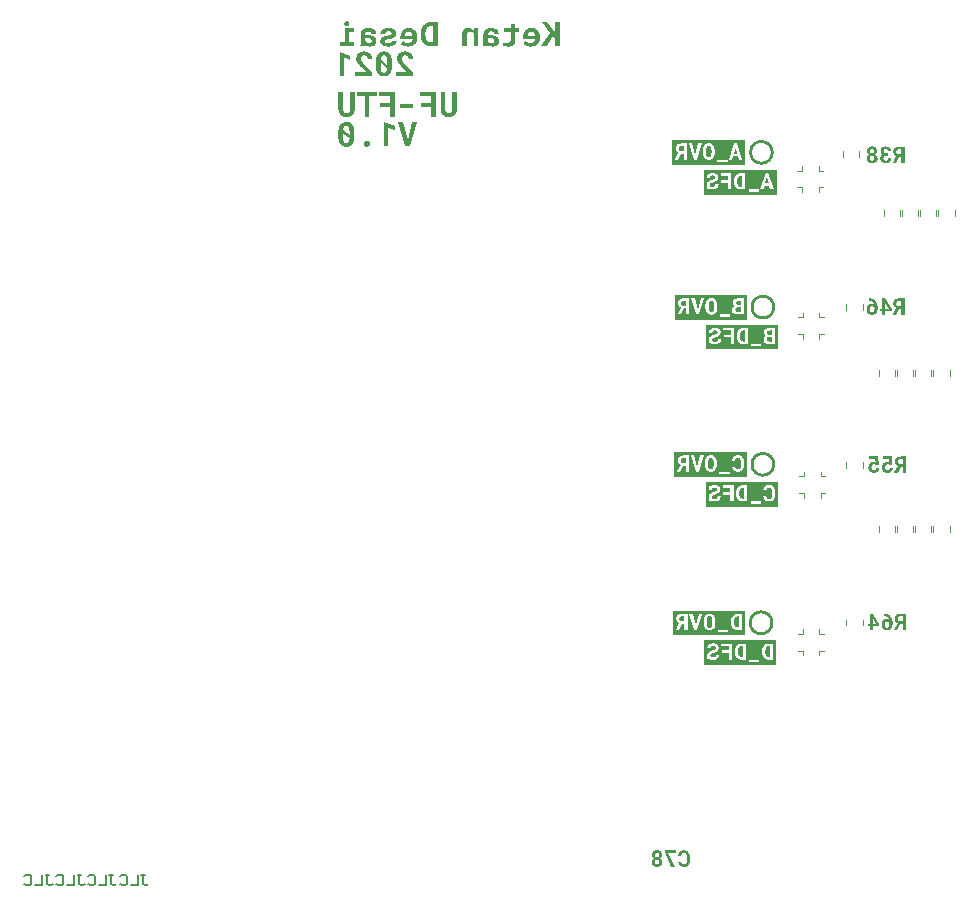
<source format=gbo>
G04*
G04 #@! TF.GenerationSoftware,Altium Limited,Altium Designer,21.2.1 (34)*
G04*
G04 Layer_Color=32896*
%FSLAX25Y25*%
%MOIN*%
G70*
G04*
G04 #@! TF.SameCoordinates,0D780EAB-B6EC-48A9-9064-61573679FFEB*
G04*
G04*
G04 #@! TF.FilePolarity,Positive*
G04*
G01*
G75*
%ADD10C,0.00394*%
%ADD15C,0.01000*%
%ADD123C,0.00709*%
G36*
X114772Y300526D02*
X114884Y300512D01*
X114967Y300485D01*
X114981Y300471D01*
X114995D01*
X115106Y300415D01*
X115189Y300374D01*
X115244Y300318D01*
X115272Y300304D01*
X115342Y300221D01*
X115397Y300138D01*
X115439Y300082D01*
X115453Y300068D01*
Y300054D01*
X115480Y299943D01*
X115494Y299832D01*
X115508Y299749D01*
Y299735D01*
Y299721D01*
X115494Y299596D01*
X115480Y299485D01*
X115466Y299416D01*
X115453Y299402D01*
Y299388D01*
X115397Y299277D01*
X115342Y299194D01*
X115286Y299138D01*
X115272Y299124D01*
X115175Y299055D01*
X115092Y299000D01*
X115022Y298972D01*
X114995Y298958D01*
X114870Y298930D01*
X114745Y298916D01*
X114648Y298902D01*
X114620D01*
X114481Y298916D01*
X114356Y298944D01*
X114245Y298972D01*
X114148Y299013D01*
X114078Y299055D01*
X114023Y299097D01*
X113995Y299111D01*
X113981Y299124D01*
X113898Y299221D01*
X113843Y299319D01*
X113787Y299416D01*
X113759Y299513D01*
X113745Y299596D01*
X113732Y299666D01*
Y299707D01*
Y299721D01*
X113745Y299846D01*
X113773Y299971D01*
X113815Y300068D01*
X113856Y300151D01*
X113898Y300221D01*
X113940Y300262D01*
X113968Y300290D01*
X113981Y300304D01*
X114078Y300388D01*
X114176Y300443D01*
X114287Y300485D01*
X114384Y300512D01*
X114481Y300526D01*
X114550Y300540D01*
X114620D01*
X114772Y300526D01*
D02*
G37*
G36*
X185741Y292184D02*
X184172D01*
Y294558D01*
X183326Y295502D01*
X181327Y292184D01*
X179467D01*
X182285Y296681D01*
X179564Y300263D01*
X181480D01*
X183437Y297542D01*
X184172Y296557D01*
Y300263D01*
X185741D01*
Y292184D01*
D02*
G37*
G36*
X163130Y298264D02*
X163311Y298250D01*
X163477Y298222D01*
X163602Y298194D01*
X163699Y298167D01*
X163755Y298153D01*
X163783Y298139D01*
X163949Y298083D01*
X164102Y298014D01*
X164241Y297945D01*
X164366Y297875D01*
X164463Y297820D01*
X164532Y297764D01*
X164574Y297736D01*
X164588Y297723D01*
X164699Y297625D01*
X164796Y297528D01*
X164879Y297431D01*
X164949Y297334D01*
X165004Y297251D01*
X165046Y297181D01*
X165060Y297140D01*
X165074Y297126D01*
X165129Y297001D01*
X165171Y296862D01*
X165199Y296737D01*
X165212Y296626D01*
X165226Y296529D01*
X165240Y296459D01*
Y296404D01*
Y296390D01*
X163699D01*
X163686Y296515D01*
X163672Y296626D01*
X163630Y296709D01*
X163589Y296793D01*
X163561Y296848D01*
X163519Y296890D01*
X163505Y296918D01*
X163491Y296931D01*
X163394Y297001D01*
X163283Y297056D01*
X163172Y297084D01*
X163061Y297112D01*
X162964Y297126D01*
X162881Y297140D01*
X162797D01*
X162603Y297126D01*
X162436Y297098D01*
X162298Y297056D01*
X162187Y297015D01*
X162089Y296973D01*
X162034Y296931D01*
X161992Y296904D01*
X161978Y296890D01*
X161881Y296793D01*
X161812Y296681D01*
X161756Y296557D01*
X161729Y296446D01*
X161701Y296348D01*
X161687Y296265D01*
Y296210D01*
Y296196D01*
Y295849D01*
X162797D01*
X163047Y295821D01*
X163269Y295807D01*
X163477Y295765D01*
X163672Y295724D01*
X163838Y295682D01*
X164005Y295640D01*
X164144Y295585D01*
X164269Y295530D01*
X164366Y295488D01*
X164463Y295446D01*
X164532Y295405D01*
X164602Y295377D01*
X164643Y295349D01*
X164657Y295321D01*
X164671D01*
X164796Y295224D01*
X164907Y295113D01*
X165004Y295002D01*
X165074Y294877D01*
X165212Y294641D01*
X165296Y294405D01*
X165337Y294183D01*
X165351Y294100D01*
X165365Y294017D01*
X165379Y293961D01*
Y293905D01*
Y293878D01*
Y293864D01*
X165365Y293725D01*
X165351Y293586D01*
X165323Y293461D01*
X165296Y293364D01*
X165268Y293267D01*
X165254Y293198D01*
X165226Y293156D01*
Y293142D01*
X165087Y292920D01*
X165018Y292823D01*
X164935Y292740D01*
X164879Y292670D01*
X164824Y292615D01*
X164796Y292587D01*
X164782Y292573D01*
X164560Y292420D01*
X164352Y292295D01*
X164269Y292254D01*
X164185Y292226D01*
X164144Y292198D01*
X164130D01*
X163824Y292129D01*
X163686Y292101D01*
X163547Y292087D01*
X163436D01*
X163353Y292073D01*
X163269D01*
X163075Y292087D01*
X162908Y292101D01*
X162839Y292115D01*
X162797D01*
X162770Y292129D01*
X162756D01*
X162575Y292171D01*
X162436Y292226D01*
X162381Y292240D01*
X162339Y292254D01*
X162325Y292268D01*
X162311D01*
X162159Y292337D01*
X162048Y292407D01*
X161964Y292462D01*
X161951Y292476D01*
X161937D01*
X161812Y292573D01*
X161715Y292656D01*
X161659Y292712D01*
X161631Y292740D01*
X161604Y292629D01*
X161590Y292531D01*
X161576Y292462D01*
Y292434D01*
X161548Y292337D01*
X161506Y292254D01*
X161493Y292198D01*
X161479Y292184D01*
X159910Y292184D01*
Y292268D01*
X159980Y292448D01*
X160035Y292629D01*
X160063Y292698D01*
X160077Y292754D01*
X160091Y292795D01*
Y292809D01*
X160105Y292934D01*
X160118Y293073D01*
X160132Y293198D01*
Y293336D01*
X160146Y293447D01*
Y293531D01*
Y293586D01*
Y293614D01*
Y296196D01*
X160160Y296376D01*
X160174Y296557D01*
X160202Y296709D01*
X160243Y296834D01*
X160285Y296945D01*
X160313Y297028D01*
X160327Y297084D01*
X160341Y297098D01*
X160424Y297237D01*
X160507Y297375D01*
X160590Y297486D01*
X160688Y297584D01*
X160757Y297653D01*
X160826Y297723D01*
X160868Y297750D01*
X160882Y297764D01*
X161160Y297931D01*
X161298Y298000D01*
X161423Y298056D01*
X161534Y298097D01*
X161618Y298125D01*
X161673Y298153D01*
X161701D01*
X162048Y298236D01*
X162228Y298264D01*
X162381Y298278D01*
X162520Y298292D01*
X162936D01*
X163130Y298264D01*
D02*
G37*
G36*
X122240Y298264D02*
X122420Y298250D01*
X122587Y298222D01*
X122712Y298194D01*
X122809Y298167D01*
X122865Y298153D01*
X122892Y298139D01*
X123059Y298083D01*
X123212Y298014D01*
X123350Y297945D01*
X123475Y297875D01*
X123572Y297820D01*
X123642Y297764D01*
X123684Y297736D01*
X123697Y297723D01*
X123808Y297625D01*
X123906Y297528D01*
X123989Y297431D01*
X124058Y297334D01*
X124114Y297251D01*
X124155Y297181D01*
X124169Y297140D01*
X124183Y297126D01*
X124239Y297001D01*
X124280Y296862D01*
X124308Y296737D01*
X124322Y296626D01*
X124336Y296529D01*
X124350Y296459D01*
Y296404D01*
Y296390D01*
X122809D01*
X122795Y296515D01*
X122781Y296626D01*
X122740Y296709D01*
X122698Y296793D01*
X122670Y296848D01*
X122629Y296890D01*
X122615Y296918D01*
X122601Y296931D01*
X122504Y297001D01*
X122393Y297056D01*
X122282Y297084D01*
X122171Y297112D01*
X122073Y297126D01*
X121990Y297140D01*
X121907D01*
X121713Y297126D01*
X121546Y297098D01*
X121407Y297056D01*
X121296Y297015D01*
X121199Y296973D01*
X121143Y296931D01*
X121102Y296904D01*
X121088Y296890D01*
X120991Y296793D01*
X120921Y296681D01*
X120866Y296557D01*
X120838Y296445D01*
X120810Y296348D01*
X120796Y296265D01*
Y296210D01*
Y296196D01*
Y295849D01*
X121907D01*
X122157Y295821D01*
X122379Y295807D01*
X122587Y295765D01*
X122781Y295724D01*
X122948Y295682D01*
X123114Y295640D01*
X123253Y295585D01*
X123378Y295530D01*
X123475Y295488D01*
X123572Y295446D01*
X123642Y295405D01*
X123711Y295377D01*
X123753Y295349D01*
X123767Y295321D01*
X123781D01*
X123906Y295224D01*
X124017Y295113D01*
X124114Y295002D01*
X124183Y294877D01*
X124322Y294641D01*
X124405Y294405D01*
X124447Y294183D01*
X124461Y294100D01*
X124475Y294017D01*
X124488Y293961D01*
Y293905D01*
Y293878D01*
Y293864D01*
X124475Y293725D01*
X124461Y293586D01*
X124433Y293461D01*
X124405Y293364D01*
X124378Y293267D01*
X124364Y293198D01*
X124336Y293156D01*
Y293142D01*
X124197Y292920D01*
X124128Y292823D01*
X124044Y292740D01*
X123989Y292670D01*
X123933Y292615D01*
X123906Y292587D01*
X123892Y292573D01*
X123670Y292420D01*
X123461Y292295D01*
X123378Y292254D01*
X123295Y292226D01*
X123253Y292198D01*
X123239D01*
X122934Y292129D01*
X122795Y292101D01*
X122656Y292087D01*
X122545D01*
X122462Y292073D01*
X122379D01*
X122184Y292087D01*
X122018Y292101D01*
X121949Y292115D01*
X121907D01*
X121879Y292129D01*
X121865D01*
X121685Y292171D01*
X121546Y292226D01*
X121490Y292240D01*
X121449Y292254D01*
X121435Y292268D01*
X121421D01*
X121268Y292337D01*
X121157Y292407D01*
X121074Y292462D01*
X121060Y292476D01*
X121046D01*
X120921Y292573D01*
X120824Y292656D01*
X120769Y292712D01*
X120741Y292740D01*
X120713Y292629D01*
X120699Y292531D01*
X120685Y292462D01*
Y292434D01*
X120658Y292337D01*
X120616Y292254D01*
X120602Y292198D01*
X120588Y292184D01*
X119020D01*
Y292268D01*
X119089Y292448D01*
X119145Y292629D01*
X119173Y292698D01*
X119186Y292754D01*
X119200Y292795D01*
Y292809D01*
X119214Y292934D01*
X119228Y293073D01*
X119242Y293198D01*
Y293336D01*
X119256Y293447D01*
Y293531D01*
Y293586D01*
Y293614D01*
Y296196D01*
X119270Y296376D01*
X119283Y296557D01*
X119311Y296709D01*
X119353Y296834D01*
X119395Y296945D01*
X119422Y297028D01*
X119436Y297084D01*
X119450Y297098D01*
X119533Y297237D01*
X119617Y297375D01*
X119700Y297486D01*
X119797Y297584D01*
X119867Y297653D01*
X119936Y297723D01*
X119977Y297750D01*
X119991Y297764D01*
X120269Y297931D01*
X120408Y298000D01*
X120533Y298056D01*
X120644Y298097D01*
X120727Y298125D01*
X120783Y298153D01*
X120810D01*
X121157Y298236D01*
X121338Y298264D01*
X121490Y298278D01*
X121629Y298292D01*
X122046D01*
X122240Y298264D01*
D02*
G37*
G36*
X170751Y298181D02*
X172125D01*
Y297042D01*
X170751D01*
Y294308D01*
X170737Y294100D01*
X170723Y293905D01*
X170695Y293725D01*
X170667Y293586D01*
X170640Y293461D01*
X170626Y293378D01*
X170598Y293309D01*
Y293295D01*
X170528Y293142D01*
X170459Y293003D01*
X170390Y292878D01*
X170320Y292781D01*
X170265Y292698D01*
X170209Y292642D01*
X170182Y292601D01*
X170168Y292587D01*
X169932Y292420D01*
X169710Y292295D01*
X169612Y292254D01*
X169543Y292226D01*
X169488Y292198D01*
X169474D01*
X169168Y292129D01*
X169016Y292101D01*
X168877Y292087D01*
X168752D01*
X168655Y292073D01*
X168391D01*
X168224Y292087D01*
X168155D01*
X168099Y292101D01*
X168058D01*
X167864Y292129D01*
X167711Y292143D01*
X167641Y292157D01*
X167600Y292171D01*
X167558D01*
X167378Y292198D01*
X167225Y292226D01*
X167169Y292240D01*
X167128Y292254D01*
X167100Y292268D01*
X167086D01*
X166934Y292323D01*
X166809Y292379D01*
X166739Y292420D01*
X166711Y292434D01*
X166864Y293489D01*
X166947Y293475D01*
X167031Y293447D01*
X167086Y293434D01*
X167114D01*
X167225Y293420D01*
X167322Y293392D01*
X167405Y293378D01*
X167433D01*
X167558Y293364D01*
X167669Y293350D01*
X167766Y293336D01*
X167794D01*
X167919Y293323D01*
X168141D01*
X168322Y293336D01*
X168460Y293350D01*
X168516Y293364D01*
X168544D01*
X168571Y293378D01*
X168585D01*
X168724Y293434D01*
X168821Y293489D01*
X168891Y293545D01*
X168918Y293559D01*
X169016Y293670D01*
X169085Y293794D01*
X169127Y293878D01*
X169141Y293905D01*
Y293919D01*
X169182Y294100D01*
X169196Y294280D01*
X169210Y294350D01*
Y294405D01*
Y294447D01*
Y294461D01*
Y297042D01*
X166975D01*
Y298181D01*
X169210D01*
Y299652D01*
X170751D01*
Y298181D01*
D02*
G37*
G36*
X176344Y298278D02*
X176566Y298250D01*
X176761Y298222D01*
X176941Y298181D01*
X177080Y298125D01*
X177191Y298097D01*
X177260Y298070D01*
X177288Y298056D01*
X177482Y297958D01*
X177649Y297861D01*
X177815Y297750D01*
X177940Y297653D01*
X178051Y297556D01*
X178135Y297486D01*
X178190Y297431D01*
X178204Y297417D01*
X178343Y297265D01*
X178468Y297098D01*
X178565Y296931D01*
X178648Y296779D01*
X178718Y296654D01*
X178773Y296543D01*
X178801Y296473D01*
X178815Y296446D01*
X178884Y296223D01*
X178940Y296015D01*
X178967Y295807D01*
X178995Y295613D01*
X179009Y295446D01*
X179023Y295307D01*
Y295224D01*
Y295210D01*
Y295196D01*
Y294974D01*
X179009Y294752D01*
X178981Y294544D01*
X178954Y294350D01*
X178912Y294183D01*
X178870Y294030D01*
X178829Y293933D01*
X178815Y293864D01*
X178801Y293836D01*
X178704Y293642D01*
X178607Y293475D01*
X178509Y293309D01*
X178398Y293170D01*
X178315Y293059D01*
X178246Y292976D01*
X178190Y292920D01*
X178176Y292906D01*
X178024Y292767D01*
X177857Y292642D01*
X177691Y292545D01*
X177538Y292462D01*
X177399Y292393D01*
X177302Y292337D01*
X177233Y292309D01*
X177205Y292295D01*
X176983Y292226D01*
X176761Y292171D01*
X176552Y292129D01*
X176358Y292101D01*
X176191Y292087D01*
X176053Y292073D01*
X175942D01*
X175622Y292087D01*
X175484Y292101D01*
X175359Y292129D01*
X175262Y292143D01*
X175192Y292157D01*
X175137Y292171D01*
X175123D01*
X174845Y292240D01*
X174734Y292282D01*
X174623Y292323D01*
X174540Y292351D01*
X174484Y292379D01*
X174443Y292407D01*
X174429D01*
X174207Y292531D01*
X174123Y292587D01*
X174040Y292642D01*
X173971Y292684D01*
X173929Y292726D01*
X173901Y292740D01*
X173887Y292754D01*
X173721Y292892D01*
X173610Y293031D01*
X173554Y293087D01*
X173527Y293114D01*
X173499Y293142D01*
Y293156D01*
X174276Y293989D01*
X174373Y293878D01*
X174470Y293781D01*
X174554Y293711D01*
X174568Y293683D01*
X174581D01*
X174720Y293600D01*
X174845Y293531D01*
X174901Y293503D01*
X174928Y293489D01*
X174956Y293475D01*
X174970D01*
X175123Y293420D01*
X175262Y293378D01*
X175317Y293364D01*
X175359D01*
X175387Y293350D01*
X175400D01*
X175567Y293323D01*
X175706Y293309D01*
X175845D01*
X176081Y293323D01*
X176178Y293336D01*
X176275Y293364D01*
X176344Y293378D01*
X176400Y293392D01*
X176441Y293406D01*
X176455D01*
X176636Y293489D01*
X176788Y293586D01*
X176844Y293628D01*
X176885Y293656D01*
X176913Y293670D01*
X176927Y293683D01*
X177066Y293822D01*
X177177Y293961D01*
X177219Y294030D01*
X177246Y294072D01*
X177274Y294100D01*
Y294114D01*
X177357Y294308D01*
X177413Y294502D01*
X177427Y294572D01*
X177441Y294627D01*
X177455Y294669D01*
Y294683D01*
X173374D01*
Y295335D01*
X173388Y295585D01*
X173402Y295807D01*
X173429Y296015D01*
X173471Y296196D01*
X173513Y296335D01*
X173540Y296446D01*
X173554Y296515D01*
X173568Y296543D01*
X173638Y296737D01*
X173735Y296918D01*
X173818Y297070D01*
X173901Y297209D01*
X173985Y297320D01*
X174054Y297403D01*
X174096Y297459D01*
X174109Y297473D01*
X174248Y297611D01*
X174387Y297736D01*
X174540Y297834D01*
X174665Y297917D01*
X174790Y297986D01*
X174887Y298028D01*
X174942Y298056D01*
X174970Y298070D01*
X175164Y298139D01*
X175359Y298194D01*
X175553Y298236D01*
X175733Y298264D01*
X175886Y298278D01*
X176011Y298292D01*
X176122D01*
X176344Y298278D01*
D02*
G37*
G36*
X135454Y298278D02*
X135676Y298250D01*
X135870Y298222D01*
X136051Y298181D01*
X136189Y298125D01*
X136300Y298097D01*
X136370Y298070D01*
X136398Y298056D01*
X136592Y297958D01*
X136758Y297861D01*
X136925Y297750D01*
X137050Y297653D01*
X137161Y297556D01*
X137244Y297486D01*
X137300Y297431D01*
X137314Y297417D01*
X137452Y297265D01*
X137577Y297098D01*
X137674Y296931D01*
X137758Y296779D01*
X137827Y296654D01*
X137883Y296543D01*
X137910Y296473D01*
X137924Y296445D01*
X137994Y296223D01*
X138049Y296015D01*
X138077Y295807D01*
X138105Y295613D01*
X138119Y295446D01*
X138133Y295307D01*
Y295224D01*
Y295210D01*
Y295196D01*
Y294974D01*
X138119Y294752D01*
X138091Y294544D01*
X138063Y294350D01*
X138022Y294183D01*
X137980Y294030D01*
X137938Y293933D01*
X137924Y293864D01*
X137910Y293836D01*
X137813Y293642D01*
X137716Y293475D01*
X137619Y293309D01*
X137508Y293170D01*
X137425Y293059D01*
X137355Y292975D01*
X137300Y292920D01*
X137286Y292906D01*
X137133Y292767D01*
X136967Y292642D01*
X136800Y292545D01*
X136647Y292462D01*
X136509Y292393D01*
X136411Y292337D01*
X136342Y292309D01*
X136314Y292295D01*
X136092Y292226D01*
X135870Y292171D01*
X135662Y292129D01*
X135468Y292101D01*
X135301Y292087D01*
X135162Y292073D01*
X135051D01*
X134732Y292087D01*
X134593Y292101D01*
X134468Y292129D01*
X134371Y292143D01*
X134302Y292157D01*
X134246Y292171D01*
X134232D01*
X133955Y292240D01*
X133844Y292282D01*
X133733Y292323D01*
X133649Y292351D01*
X133594Y292379D01*
X133552Y292407D01*
X133538D01*
X133316Y292531D01*
X133233Y292587D01*
X133150Y292642D01*
X133080Y292684D01*
X133039Y292726D01*
X133011Y292740D01*
X132997Y292754D01*
X132830Y292892D01*
X132719Y293031D01*
X132664Y293087D01*
X132636Y293114D01*
X132608Y293142D01*
Y293156D01*
X133386Y293989D01*
X133483Y293878D01*
X133580Y293781D01*
X133663Y293711D01*
X133677Y293683D01*
X133691D01*
X133830Y293600D01*
X133955Y293531D01*
X134010Y293503D01*
X134038Y293489D01*
X134066Y293475D01*
X134080D01*
X134232Y293420D01*
X134371Y293378D01*
X134427Y293364D01*
X134468D01*
X134496Y293350D01*
X134510D01*
X134676Y293322D01*
X134815Y293309D01*
X134954D01*
X135190Y293322D01*
X135287Y293336D01*
X135384Y293364D01*
X135454Y293378D01*
X135509Y293392D01*
X135551Y293406D01*
X135565D01*
X135745Y293489D01*
X135898Y293586D01*
X135953Y293628D01*
X135995Y293656D01*
X136023Y293670D01*
X136037Y293683D01*
X136176Y293822D01*
X136286Y293961D01*
X136328Y294030D01*
X136356Y294072D01*
X136384Y294100D01*
Y294114D01*
X136467Y294308D01*
X136522Y294502D01*
X136536Y294572D01*
X136550Y294627D01*
X136564Y294669D01*
Y294683D01*
X132483D01*
Y295335D01*
X132497Y295585D01*
X132511Y295807D01*
X132539Y296015D01*
X132581Y296196D01*
X132622Y296335D01*
X132650Y296445D01*
X132664Y296515D01*
X132678Y296543D01*
X132747Y296737D01*
X132844Y296918D01*
X132928Y297070D01*
X133011Y297209D01*
X133094Y297320D01*
X133163Y297403D01*
X133205Y297459D01*
X133219Y297473D01*
X133358Y297611D01*
X133497Y297736D01*
X133649Y297833D01*
X133774Y297917D01*
X133899Y297986D01*
X133996Y298028D01*
X134052Y298056D01*
X134080Y298070D01*
X134274Y298139D01*
X134468Y298194D01*
X134663Y298236D01*
X134843Y298264D01*
X134996Y298278D01*
X135121Y298292D01*
X135232D01*
X135454Y298278D01*
D02*
G37*
G36*
X155330D02*
X155510Y298250D01*
X155691Y298208D01*
X155830Y298167D01*
X155955Y298125D01*
X156052Y298083D01*
X156107Y298056D01*
X156135Y298042D01*
X156301Y297945D01*
X156454Y297833D01*
X156593Y297723D01*
X156704Y297611D01*
X156801Y297500D01*
X156871Y297417D01*
X156912Y297362D01*
X156926Y297348D01*
X157009Y298181D01*
X158411D01*
Y292184D01*
X156871D01*
Y296445D01*
X156718Y296626D01*
X156579Y296765D01*
X156510Y296806D01*
X156454Y296848D01*
X156426Y296876D01*
X156412D01*
X156301Y296931D01*
X156190Y296973D01*
X155968Y297028D01*
X155885D01*
X155816Y297042D01*
X155746D01*
X155566Y297028D01*
X155413Y297015D01*
X155358Y297001D01*
X155316D01*
X155288Y296987D01*
X155274D01*
X155122Y296931D01*
X155011Y296876D01*
X154941Y296820D01*
X154913Y296793D01*
X154816Y296681D01*
X154733Y296570D01*
X154705Y296515D01*
X154691Y296473D01*
X154677Y296445D01*
Y296432D01*
X154622Y296251D01*
X154608Y296057D01*
X154594Y295974D01*
Y295904D01*
Y295863D01*
Y295849D01*
Y292184D01*
X153054D01*
Y295877D01*
Y296112D01*
X153081Y296321D01*
X153095Y296515D01*
X153123Y296681D01*
X153151Y296806D01*
X153179Y296904D01*
X153192Y296973D01*
X153206Y296987D01*
X153262Y297153D01*
X153331Y297292D01*
X153414Y297431D01*
X153484Y297528D01*
X153539Y297625D01*
X153595Y297681D01*
X153623Y297723D01*
X153637Y297736D01*
X153734Y297833D01*
X153845Y297931D01*
X153956Y298000D01*
X154067Y298056D01*
X154150Y298097D01*
X154219Y298125D01*
X154275Y298153D01*
X154289D01*
X154580Y298236D01*
X154719Y298264D01*
X154844Y298278D01*
X154955Y298292D01*
X155122D01*
X155330Y298278D01*
D02*
G37*
G36*
X144878Y292184D02*
X142699D01*
X142421Y292198D01*
X142158Y292226D01*
X141922Y292268D01*
X141714Y292323D01*
X141533Y292365D01*
X141408Y292407D01*
X141325Y292434D01*
X141297Y292448D01*
X141061Y292559D01*
X140853Y292684D01*
X140673Y292809D01*
X140506Y292934D01*
X140381Y293045D01*
X140284Y293128D01*
X140215Y293184D01*
X140201Y293212D01*
X140034Y293406D01*
X139895Y293600D01*
X139770Y293794D01*
X139673Y293975D01*
X139590Y294142D01*
X139534Y294266D01*
X139507Y294350D01*
X139493Y294363D01*
Y294377D01*
X139409Y294641D01*
X139354Y294905D01*
X139298Y295155D01*
X139271Y295377D01*
X139257Y295585D01*
X139243Y295738D01*
Y295793D01*
Y295835D01*
Y295863D01*
Y295877D01*
Y296543D01*
X139257Y296848D01*
X139285Y297126D01*
X139326Y297375D01*
X139368Y297598D01*
X139409Y297778D01*
X139451Y297917D01*
X139465Y297972D01*
X139479Y298014D01*
X139493Y298028D01*
Y298042D01*
X139590Y298292D01*
X139715Y298514D01*
X139826Y298708D01*
X139951Y298874D01*
X140048Y299013D01*
X140131Y299124D01*
X140187Y299180D01*
X140215Y299208D01*
X140395Y299388D01*
X140575Y299541D01*
X140770Y299680D01*
X140936Y299791D01*
X141089Y299874D01*
X141214Y299929D01*
X141297Y299971D01*
X141311Y299985D01*
X141325D01*
X141575Y300082D01*
X141825Y300151D01*
X142075Y300193D01*
X142297Y300235D01*
X142491Y300249D01*
X142644Y300262D01*
X144878D01*
Y292184D01*
D02*
G37*
G36*
X117118Y296918D02*
X115397D01*
Y293434D01*
X117118D01*
Y292184D01*
X112219D01*
Y293434D01*
X113843D01*
Y298181D01*
X117118D01*
Y296918D01*
D02*
G37*
G36*
X128902Y298264D02*
X129097Y298250D01*
X129249Y298222D01*
X129388Y298194D01*
X129485Y298167D01*
X129541Y298153D01*
X129569Y298139D01*
X129735Y298083D01*
X129888Y298014D01*
X130027Y297945D01*
X130152Y297889D01*
X130249Y297833D01*
X130318Y297778D01*
X130360Y297750D01*
X130374Y297736D01*
X130485Y297639D01*
X130596Y297542D01*
X130679Y297445D01*
X130748Y297348D01*
X130818Y297265D01*
X130859Y297195D01*
X130873Y297153D01*
X130887Y297140D01*
X130943Y297015D01*
X130984Y296890D01*
X131026Y296765D01*
X131040Y296668D01*
X131054Y296570D01*
X131068Y296501D01*
Y296445D01*
Y296432D01*
X131054Y296293D01*
X131040Y296168D01*
X131012Y296057D01*
X130984Y295946D01*
X130957Y295863D01*
X130929Y295807D01*
X130901Y295765D01*
Y295752D01*
X130748Y295543D01*
X130596Y295391D01*
X130526Y295321D01*
X130471Y295280D01*
X130429Y295252D01*
X130415Y295238D01*
X130165Y295085D01*
X130041Y295016D01*
X129916Y294960D01*
X129818Y294919D01*
X129735Y294877D01*
X129680Y294863D01*
X129666Y294849D01*
X129333Y294738D01*
X129166Y294697D01*
X129013Y294655D01*
X128888Y294627D01*
X128777Y294600D01*
X128722Y294586D01*
X128694D01*
X128542Y294558D01*
X128417Y294530D01*
X128292Y294502D01*
X128194Y294489D01*
X128125Y294461D01*
X128056Y294447D01*
X128028Y294433D01*
X128014D01*
X127834Y294377D01*
X127681Y294322D01*
X127639Y294308D01*
X127598Y294280D01*
X127584Y294266D01*
X127570D01*
X127459Y294197D01*
X127389Y294128D01*
X127362Y294072D01*
X127348Y294058D01*
X127306Y293975D01*
X127292Y293905D01*
X127278Y293850D01*
Y293822D01*
X127292Y293725D01*
X127320Y293628D01*
X127376Y293545D01*
X127431Y293475D01*
X127487Y293420D01*
X127542Y293378D01*
X127570Y293364D01*
X127584Y293350D01*
X127709Y293295D01*
X127848Y293253D01*
X128125Y293198D01*
X128250Y293184D01*
X128347Y293170D01*
X128444D01*
X128625Y293184D01*
X128777Y293198D01*
X128847D01*
X128888Y293212D01*
X128930D01*
X129097Y293267D01*
X129235Y293322D01*
X129291Y293336D01*
X129333Y293364D01*
X129347Y293378D01*
X129360D01*
X129485Y293475D01*
X129583Y293559D01*
X129638Y293628D01*
X129666Y293656D01*
X129735Y293794D01*
X129763Y293933D01*
X129777Y294003D01*
X129791Y294044D01*
Y294072D01*
Y294086D01*
X131262D01*
X131248Y293947D01*
X131234Y293808D01*
X131206Y293683D01*
X131165Y293572D01*
X131137Y293489D01*
X131109Y293420D01*
X131095Y293364D01*
X131081Y293350D01*
X131012Y293225D01*
X130929Y293101D01*
X130832Y292989D01*
X130748Y292892D01*
X130679Y292809D01*
X130610Y292754D01*
X130568Y292712D01*
X130554Y292698D01*
X130415Y292601D01*
X130263Y292504D01*
X130124Y292434D01*
X129985Y292365D01*
X129860Y292309D01*
X129763Y292268D01*
X129707Y292254D01*
X129680Y292240D01*
X129485Y292184D01*
X129277Y292143D01*
X129069Y292115D01*
X128888Y292101D01*
X128722Y292087D01*
X128597Y292073D01*
X128264D01*
X128042Y292087D01*
X127861Y292115D01*
X127695Y292143D01*
X127556Y292157D01*
X127445Y292184D01*
X127389Y292198D01*
X127362D01*
X127181Y292254D01*
X127015Y292309D01*
X126876Y292379D01*
X126751Y292434D01*
X126654Y292490D01*
X126570Y292531D01*
X126529Y292559D01*
X126515Y292573D01*
X126390Y292670D01*
X126279Y292767D01*
X126196Y292864D01*
X126112Y292962D01*
X126057Y293031D01*
X126015Y293101D01*
X125988Y293142D01*
X125974Y293156D01*
X125904Y293281D01*
X125863Y293406D01*
X125821Y293531D01*
X125807Y293656D01*
X125793Y293753D01*
X125779Y293822D01*
Y293878D01*
Y293892D01*
X125793Y294044D01*
X125807Y294183D01*
X125835Y294308D01*
X125876Y294419D01*
X125918Y294502D01*
X125946Y294572D01*
X125960Y294613D01*
X125974Y294627D01*
X126140Y294849D01*
X126224Y294933D01*
X126307Y295016D01*
X126390Y295085D01*
X126446Y295127D01*
X126487Y295155D01*
X126501Y295169D01*
X126765Y295321D01*
X126904Y295377D01*
X127029Y295432D01*
X127140Y295474D01*
X127223Y295502D01*
X127278Y295530D01*
X127306D01*
X127667Y295627D01*
X127834Y295654D01*
X127986Y295696D01*
X128125Y295724D01*
X128222Y295738D01*
X128292Y295752D01*
X128319D01*
X128458Y295779D01*
X128569Y295793D01*
X128680Y295821D01*
X128777Y295835D01*
X128847Y295849D01*
X128902Y295863D01*
X128930Y295877D01*
X128944D01*
X129111Y295932D01*
X129222Y295988D01*
X129305Y296029D01*
X129319Y296043D01*
X129333D01*
X129416Y296112D01*
X129485Y296182D01*
X129513Y296237D01*
X129527Y296251D01*
X129555Y296348D01*
X129569Y296418D01*
X129583Y296473D01*
Y296501D01*
X129569Y296612D01*
X129541Y296695D01*
X129444Y296848D01*
X129388Y296904D01*
X129347Y296959D01*
X129319Y296973D01*
X129305Y296987D01*
X129194Y297056D01*
X129055Y297098D01*
X128791Y297153D01*
X128666Y297167D01*
X128569Y297181D01*
X128486D01*
X128292Y297167D01*
X128111Y297140D01*
X127972Y297112D01*
X127848Y297070D01*
X127750Y297015D01*
X127695Y296987D01*
X127653Y296959D01*
X127639Y296945D01*
X127542Y296848D01*
X127473Y296751D01*
X127417Y296654D01*
X127389Y296570D01*
X127362Y296487D01*
X127348Y296418D01*
Y296376D01*
Y296362D01*
X125807D01*
X125821Y296515D01*
X125835Y296654D01*
X125863Y296793D01*
X125890Y296904D01*
X125932Y297001D01*
X125960Y297070D01*
X125974Y297112D01*
X125988Y297126D01*
X126057Y297251D01*
X126140Y297375D01*
X126237Y297473D01*
X126321Y297570D01*
X126390Y297639D01*
X126460Y297695D01*
X126501Y297723D01*
X126515Y297736D01*
X126654Y297833D01*
X126793Y297917D01*
X126931Y297986D01*
X127070Y298042D01*
X127181Y298083D01*
X127278Y298111D01*
X127334Y298139D01*
X127362D01*
X127556Y298194D01*
X127750Y298222D01*
X127931Y298250D01*
X128111Y298278D01*
X128264D01*
X128375Y298292D01*
X128708D01*
X128902Y298264D01*
D02*
G37*
G36*
X134191Y290444D02*
X134413Y290430D01*
X134621Y290388D01*
X134787Y290361D01*
X134926Y290319D01*
X135037Y290277D01*
X135107Y290263D01*
X135134Y290249D01*
X135329Y290166D01*
X135495Y290069D01*
X135648Y289972D01*
X135787Y289889D01*
X135884Y289805D01*
X135967Y289736D01*
X136023Y289694D01*
X136037Y289680D01*
X136176Y289542D01*
X136286Y289403D01*
X136384Y289250D01*
X136467Y289125D01*
X136536Y289000D01*
X136578Y288917D01*
X136606Y288861D01*
X136620Y288834D01*
X136689Y288653D01*
X136731Y288473D01*
X136772Y288306D01*
X136786Y288154D01*
X136800Y288015D01*
X136814Y287918D01*
Y287848D01*
Y287821D01*
X135273D01*
X135259Y288043D01*
X135232Y288251D01*
X135176Y288417D01*
X135121Y288556D01*
X135065Y288667D01*
X135010Y288737D01*
X134982Y288792D01*
X134968Y288806D01*
X134829Y288931D01*
X134676Y289014D01*
X134524Y289084D01*
X134371Y289125D01*
X134232Y289153D01*
X134121Y289167D01*
X134010D01*
X133844Y289153D01*
X133705Y289125D01*
X133649Y289111D01*
X133608Y289097D01*
X133594Y289084D01*
X133580D01*
X133441Y289014D01*
X133330Y288945D01*
X133261Y288889D01*
X133233Y288875D01*
Y288861D01*
X133136Y288751D01*
X133080Y288626D01*
X133039Y288542D01*
X133025Y288514D01*
Y288501D01*
X132969Y288334D01*
X132955Y288181D01*
X132941Y288126D01*
Y288070D01*
Y288043D01*
Y288029D01*
X132955Y287890D01*
X132969Y287765D01*
X132983Y287668D01*
X132997Y287654D01*
Y287640D01*
X133053Y287487D01*
X133108Y287363D01*
X133150Y287307D01*
X133163Y287265D01*
X133191Y287238D01*
Y287224D01*
X133302Y287057D01*
X133399Y286891D01*
X133455Y286821D01*
X133483Y286766D01*
X133510Y286738D01*
X133524Y286724D01*
X133691Y286516D01*
X133858Y286321D01*
X133927Y286252D01*
X133982Y286183D01*
X134024Y286141D01*
X134038Y286127D01*
X136661Y283310D01*
Y282269D01*
X131137D01*
Y283504D01*
X134690D01*
X133163Y285114D01*
X132886Y285405D01*
X132775Y285530D01*
X132664Y285641D01*
X132581Y285738D01*
X132511Y285822D01*
X132469Y285863D01*
X132456Y285877D01*
X132234Y286155D01*
X132136Y286266D01*
X132053Y286377D01*
X131998Y286474D01*
X131942Y286544D01*
X131914Y286585D01*
X131900Y286599D01*
X131748Y286863D01*
X131678Y286988D01*
X131637Y287099D01*
X131595Y287182D01*
X131567Y287265D01*
X131540Y287307D01*
Y287321D01*
X131470Y287598D01*
X131442Y287723D01*
X131429Y287848D01*
X131415Y287945D01*
Y288015D01*
Y288070D01*
Y288084D01*
Y288279D01*
X131442Y288459D01*
X131470Y288626D01*
X131498Y288764D01*
X131526Y288875D01*
X131553Y288973D01*
X131567Y289028D01*
X131581Y289042D01*
X131651Y289209D01*
X131720Y289347D01*
X131803Y289472D01*
X131887Y289583D01*
X131956Y289667D01*
X132011Y289736D01*
X132053Y289778D01*
X132067Y289791D01*
X132192Y289902D01*
X132331Y290000D01*
X132456Y290083D01*
X132594Y290152D01*
X132705Y290208D01*
X132789Y290249D01*
X132844Y290263D01*
X132872Y290277D01*
X133053Y290333D01*
X133233Y290388D01*
X133427Y290416D01*
X133594Y290430D01*
X133733Y290444D01*
X133858Y290458D01*
X133955D01*
X134191Y290444D01*
D02*
G37*
G36*
X120561D02*
X120783Y290430D01*
X120991Y290388D01*
X121157Y290361D01*
X121296Y290319D01*
X121407Y290277D01*
X121477Y290263D01*
X121504Y290249D01*
X121699Y290166D01*
X121865Y290069D01*
X122018Y289972D01*
X122157Y289889D01*
X122254Y289805D01*
X122337Y289736D01*
X122393Y289694D01*
X122406Y289680D01*
X122545Y289542D01*
X122656Y289403D01*
X122754Y289250D01*
X122837Y289125D01*
X122906Y289000D01*
X122948Y288917D01*
X122976Y288861D01*
X122989Y288834D01*
X123059Y288653D01*
X123100Y288473D01*
X123142Y288306D01*
X123156Y288154D01*
X123170Y288015D01*
X123184Y287918D01*
Y287848D01*
Y287821D01*
X121643D01*
X121629Y288043D01*
X121601Y288251D01*
X121546Y288417D01*
X121490Y288556D01*
X121435Y288667D01*
X121379Y288737D01*
X121352Y288792D01*
X121338Y288806D01*
X121199Y288931D01*
X121046Y289014D01*
X120894Y289084D01*
X120741Y289125D01*
X120602Y289153D01*
X120491Y289167D01*
X120380D01*
X120213Y289153D01*
X120075Y289125D01*
X120019Y289111D01*
X119977Y289097D01*
X119964Y289084D01*
X119950D01*
X119811Y289014D01*
X119700Y288945D01*
X119631Y288889D01*
X119603Y288875D01*
Y288861D01*
X119506Y288751D01*
X119450Y288626D01*
X119408Y288542D01*
X119395Y288514D01*
Y288501D01*
X119339Y288334D01*
X119325Y288181D01*
X119311Y288126D01*
Y288070D01*
Y288043D01*
Y288029D01*
X119325Y287890D01*
X119339Y287765D01*
X119353Y287668D01*
X119367Y287654D01*
Y287640D01*
X119422Y287487D01*
X119478Y287363D01*
X119519Y287307D01*
X119533Y287265D01*
X119561Y287238D01*
Y287224D01*
X119672Y287057D01*
X119769Y286891D01*
X119825Y286821D01*
X119853Y286766D01*
X119880Y286738D01*
X119894Y286724D01*
X120061Y286516D01*
X120227Y286321D01*
X120297Y286252D01*
X120352Y286183D01*
X120394Y286141D01*
X120408Y286127D01*
X123031Y283310D01*
Y282269D01*
X117507D01*
Y283504D01*
X121060D01*
X119533Y285114D01*
X119256Y285405D01*
X119145Y285530D01*
X119034Y285641D01*
X118950Y285738D01*
X118881Y285822D01*
X118839Y285863D01*
X118825Y285877D01*
X118603Y286155D01*
X118506Y286266D01*
X118423Y286377D01*
X118367Y286474D01*
X118312Y286544D01*
X118284Y286585D01*
X118270Y286599D01*
X118118Y286863D01*
X118048Y286988D01*
X118007Y287099D01*
X117965Y287182D01*
X117937Y287265D01*
X117909Y287307D01*
Y287321D01*
X117840Y287598D01*
X117812Y287723D01*
X117798Y287848D01*
X117785Y287945D01*
Y288015D01*
Y288070D01*
Y288084D01*
Y288279D01*
X117812Y288459D01*
X117840Y288626D01*
X117868Y288764D01*
X117895Y288875D01*
X117923Y288973D01*
X117937Y289028D01*
X117951Y289042D01*
X118020Y289209D01*
X118090Y289347D01*
X118173Y289472D01*
X118256Y289583D01*
X118326Y289667D01*
X118381Y289736D01*
X118423Y289778D01*
X118437Y289791D01*
X118562Y289902D01*
X118701Y290000D01*
X118825Y290083D01*
X118964Y290152D01*
X119075Y290208D01*
X119159Y290249D01*
X119214Y290263D01*
X119242Y290277D01*
X119422Y290333D01*
X119603Y290388D01*
X119797Y290416D01*
X119964Y290430D01*
X120102Y290444D01*
X120227Y290458D01*
X120325D01*
X120561Y290444D01*
D02*
G37*
G36*
X115800Y289070D02*
Y287723D01*
X113759Y288459D01*
Y282269D01*
X112205D01*
Y290347D01*
X112288D01*
X115800Y289070D01*
D02*
G37*
G36*
X127209Y290444D02*
X127417Y290430D01*
X127598Y290388D01*
X127764Y290361D01*
X127903Y290319D01*
X128000Y290277D01*
X128056Y290263D01*
X128083Y290249D01*
X128264Y290166D01*
X128417Y290069D01*
X128555Y289972D01*
X128680Y289875D01*
X128777Y289791D01*
X128861Y289722D01*
X128902Y289667D01*
X128916Y289653D01*
X129027Y289500D01*
X129138Y289333D01*
X129222Y289167D01*
X129291Y289000D01*
X129360Y288861D01*
X129402Y288751D01*
X129416Y288681D01*
X129430Y288667D01*
Y288653D01*
X129485Y288417D01*
X129527Y288181D01*
X129569Y287945D01*
X129583Y287737D01*
X129596Y287543D01*
X129610Y287404D01*
Y287349D01*
Y287307D01*
Y287279D01*
Y287265D01*
Y285336D01*
X129596Y285058D01*
X129583Y284795D01*
X129555Y284559D01*
X129513Y284364D01*
X129485Y284198D01*
X129458Y284073D01*
X129444Y283990D01*
X129430Y283976D01*
Y283962D01*
X129347Y283754D01*
X129263Y283559D01*
X129180Y283379D01*
X129097Y283240D01*
X129013Y283115D01*
X128958Y283032D01*
X128916Y282976D01*
X128902Y282962D01*
X128764Y282824D01*
X128625Y282699D01*
X128486Y282588D01*
X128361Y282505D01*
X128236Y282435D01*
X128153Y282393D01*
X128097Y282366D01*
X128070Y282352D01*
X127889Y282282D01*
X127695Y282241D01*
X127514Y282199D01*
X127334Y282185D01*
X127195Y282171D01*
X127070Y282157D01*
X126973D01*
X126751Y282171D01*
X126543Y282185D01*
X126362Y282213D01*
X126196Y282255D01*
X126057Y282296D01*
X125960Y282324D01*
X125904Y282338D01*
X125876Y282352D01*
X125696Y282435D01*
X125543Y282532D01*
X125405Y282643D01*
X125280Y282740D01*
X125182Y282824D01*
X125113Y282893D01*
X125072Y282949D01*
X125058Y282962D01*
X124933Y283115D01*
X124822Y283296D01*
X124738Y283462D01*
X124669Y283615D01*
X124600Y283754D01*
X124558Y283865D01*
X124544Y283934D01*
X124530Y283962D01*
X124475Y284198D01*
X124419Y284434D01*
X124391Y284656D01*
X124378Y284878D01*
X124364Y285058D01*
X124350Y285211D01*
Y285267D01*
Y285308D01*
Y285322D01*
Y285336D01*
Y287265D01*
X124364Y287557D01*
X124378Y287821D01*
X124405Y288056D01*
X124433Y288251D01*
X124475Y288417D01*
X124502Y288542D01*
X124516Y288626D01*
X124530Y288653D01*
X124600Y288861D01*
X124683Y289056D01*
X124780Y289236D01*
X124863Y289375D01*
X124933Y289500D01*
X125002Y289583D01*
X125044Y289639D01*
X125058Y289653D01*
X125196Y289791D01*
X125335Y289916D01*
X125474Y290014D01*
X125599Y290097D01*
X125724Y290166D01*
X125807Y290208D01*
X125863Y290236D01*
X125890Y290249D01*
X126071Y290319D01*
X126265Y290374D01*
X126446Y290402D01*
X126626Y290430D01*
X126765Y290444D01*
X126890Y290458D01*
X126987D01*
X127209Y290444D01*
D02*
G37*
G36*
X136809Y271617D02*
X132187D01*
Y272866D01*
X136809D01*
Y271617D01*
D02*
G37*
G36*
X151300Y271409D02*
X151286Y271159D01*
X151272Y270937D01*
X151244Y270729D01*
X151202Y270548D01*
X151175Y270409D01*
X151147Y270298D01*
X151133Y270229D01*
X151119Y270201D01*
X151036Y270007D01*
X150953Y269840D01*
X150856Y269688D01*
X150772Y269563D01*
X150703Y269452D01*
X150633Y269382D01*
X150592Y269327D01*
X150578Y269313D01*
X150439Y269188D01*
X150286Y269077D01*
X150148Y268980D01*
X150023Y268897D01*
X149898Y268841D01*
X149814Y268799D01*
X149759Y268772D01*
X149731Y268758D01*
X149537Y268702D01*
X149343Y268661D01*
X149162Y268619D01*
X148982Y268605D01*
X148843Y268591D01*
X148718Y268577D01*
X148621D01*
X148385Y268591D01*
X148177Y268605D01*
X147968Y268633D01*
X147802Y268674D01*
X147663Y268702D01*
X147552Y268730D01*
X147496Y268744D01*
X147469Y268758D01*
X147288Y268841D01*
X147122Y268924D01*
X146969Y269021D01*
X146844Y269105D01*
X146747Y269188D01*
X146664Y269257D01*
X146622Y269299D01*
X146608Y269313D01*
X146483Y269452D01*
X146372Y269604D01*
X146289Y269757D01*
X146220Y269896D01*
X146150Y270021D01*
X146108Y270118D01*
X146095Y270174D01*
X146081Y270201D01*
X146011Y270409D01*
X145970Y270618D01*
X145928Y270812D01*
X145914Y271006D01*
X145900Y271173D01*
X145886Y271298D01*
Y271381D01*
Y271395D01*
Y271409D01*
Y276766D01*
X147441D01*
Y271409D01*
X147455Y271131D01*
X147496Y270895D01*
X147552Y270687D01*
X147608Y270520D01*
X147663Y270382D01*
X147719Y270285D01*
X147746Y270229D01*
X147760Y270215D01*
X147885Y270090D01*
X148024Y269993D01*
X148163Y269924D01*
X148301Y269882D01*
X148426Y269854D01*
X148524Y269827D01*
X148621D01*
X148815Y269840D01*
X148982Y269882D01*
X149120Y269951D01*
X149245Y270021D01*
X149329Y270090D01*
X149398Y270160D01*
X149440Y270201D01*
X149454Y270215D01*
X149551Y270382D01*
X149620Y270576D01*
X149662Y270770D01*
X149689Y270965D01*
X149717Y271131D01*
X149731Y271284D01*
Y271339D01*
Y271381D01*
Y271395D01*
Y271409D01*
Y276766D01*
X151300D01*
Y271409D01*
D02*
G37*
G36*
X117224D02*
X117210Y271159D01*
X117197Y270937D01*
X117169Y270729D01*
X117127Y270548D01*
X117099Y270409D01*
X117071Y270298D01*
X117058Y270229D01*
X117044Y270201D01*
X116961Y270007D01*
X116877Y269840D01*
X116780Y269688D01*
X116697Y269563D01*
X116627Y269452D01*
X116558Y269382D01*
X116516Y269327D01*
X116502Y269313D01*
X116364Y269188D01*
X116211Y269077D01*
X116072Y268980D01*
X115947Y268897D01*
X115822Y268841D01*
X115739Y268799D01*
X115683Y268772D01*
X115656Y268758D01*
X115462Y268702D01*
X115267Y268661D01*
X115087Y268619D01*
X114906Y268605D01*
X114768Y268591D01*
X114643Y268577D01*
X114545D01*
X114309Y268591D01*
X114101Y268605D01*
X113893Y268633D01*
X113726Y268674D01*
X113588Y268702D01*
X113477Y268730D01*
X113421Y268744D01*
X113393Y268758D01*
X113213Y268841D01*
X113046Y268924D01*
X112894Y269021D01*
X112769Y269105D01*
X112672Y269188D01*
X112588Y269257D01*
X112547Y269299D01*
X112533Y269313D01*
X112408Y269452D01*
X112297Y269604D01*
X112214Y269757D01*
X112144Y269896D01*
X112075Y270021D01*
X112033Y270118D01*
X112019Y270174D01*
X112005Y270201D01*
X111936Y270409D01*
X111894Y270618D01*
X111853Y270812D01*
X111839Y271006D01*
X111825Y271173D01*
X111811Y271298D01*
Y271381D01*
Y271395D01*
Y271409D01*
Y276766D01*
X113366D01*
Y271409D01*
X113380Y271131D01*
X113421Y270895D01*
X113477Y270687D01*
X113532Y270520D01*
X113588Y270382D01*
X113643Y270285D01*
X113671Y270229D01*
X113685Y270215D01*
X113810Y270090D01*
X113949Y269993D01*
X114087Y269924D01*
X114226Y269882D01*
X114351Y269854D01*
X114448Y269827D01*
X114545D01*
X114740Y269840D01*
X114906Y269882D01*
X115045Y269951D01*
X115170Y270021D01*
X115253Y270090D01*
X115323Y270160D01*
X115364Y270201D01*
X115378Y270215D01*
X115475Y270382D01*
X115545Y270576D01*
X115586Y270770D01*
X115614Y270965D01*
X115642Y271131D01*
X115656Y271284D01*
Y271339D01*
Y271381D01*
Y271395D01*
Y271409D01*
Y276766D01*
X117224D01*
Y271409D01*
D02*
G37*
G36*
X144360Y268688D02*
X142791D01*
Y272033D01*
X139335D01*
Y273296D01*
X142791D01*
Y275489D01*
X138891D01*
Y276766D01*
X144360D01*
Y268688D01*
D02*
G37*
G36*
X130729D02*
X129161D01*
Y272033D01*
X125705D01*
Y273296D01*
X129161D01*
Y275489D01*
X125261D01*
Y276766D01*
X130729D01*
Y268688D01*
D02*
G37*
G36*
X124594Y275489D02*
X122138D01*
Y268688D01*
X120569D01*
Y275489D01*
X118071D01*
Y276766D01*
X124594D01*
Y275489D01*
D02*
G37*
G36*
X130521Y265574D02*
Y264227D01*
X128481Y264963D01*
Y258772D01*
X126926D01*
Y266851D01*
X127010D01*
X130521Y265574D01*
D02*
G37*
G36*
X135685Y258772D02*
X134102D01*
X131646Y266851D01*
X133367D01*
X134894Y261021D01*
X136406Y266851D01*
X138128D01*
X135685Y258772D01*
D02*
G37*
G36*
X121444Y260660D02*
X121582Y260632D01*
X121638Y260618D01*
X121666Y260605D01*
X121694Y260591D01*
X121707D01*
X121846Y260535D01*
X121943Y260466D01*
X122013Y260410D01*
X122041Y260383D01*
X122138Y260272D01*
X122207Y260160D01*
X122249Y260077D01*
X122263Y260063D01*
Y260049D01*
X122304Y259911D01*
X122318Y259786D01*
X122332Y259730D01*
Y259702D01*
Y259675D01*
Y259661D01*
X122318Y259508D01*
X122290Y259383D01*
Y259328D01*
X122276Y259286D01*
X122263Y259272D01*
Y259258D01*
X122193Y259133D01*
X122124Y259036D01*
X122068Y258967D01*
X122041Y258939D01*
X121930Y258856D01*
X121818Y258800D01*
X121735Y258759D01*
X121721Y258745D01*
X121707D01*
X121555Y258703D01*
X121416Y258675D01*
X121347Y258661D01*
X121263D01*
X121083Y258675D01*
X120944Y258703D01*
X120888Y258717D01*
X120847Y258731D01*
X120833Y258745D01*
X120819D01*
X120680Y258800D01*
X120569Y258870D01*
X120500Y258925D01*
X120472Y258939D01*
X120375Y259050D01*
X120319Y259147D01*
X120278Y259230D01*
X120264Y259244D01*
Y259258D01*
X120208Y259397D01*
X120194Y259536D01*
X120181Y259591D01*
Y259619D01*
Y259647D01*
Y259661D01*
X120194Y259813D01*
X120222Y259938D01*
X120250Y260022D01*
X120264Y260035D01*
Y260049D01*
X120319Y260188D01*
X120389Y260285D01*
X120444Y260355D01*
X120472Y260383D01*
X120583Y260480D01*
X120694Y260535D01*
X120777Y260577D01*
X120805Y260591D01*
X120819D01*
X120972Y260646D01*
X121111Y260660D01*
X121180Y260674D01*
X121263D01*
X121444Y260660D01*
D02*
G37*
G36*
X114670Y266948D02*
X114878Y266934D01*
X115059Y266892D01*
X115226Y266864D01*
X115364Y266823D01*
X115462Y266781D01*
X115517Y266767D01*
X115545Y266754D01*
X115725Y266670D01*
X115878Y266573D01*
X116017Y266476D01*
X116142Y266379D01*
X116239Y266295D01*
X116322Y266226D01*
X116364Y266171D01*
X116377Y266157D01*
X116489Y266004D01*
X116600Y265837D01*
X116683Y265671D01*
X116752Y265504D01*
X116822Y265366D01*
X116863Y265254D01*
X116877Y265185D01*
X116891Y265171D01*
Y265157D01*
X116947Y264921D01*
X116988Y264685D01*
X117030Y264449D01*
X117044Y264241D01*
X117058Y264047D01*
X117071Y263908D01*
Y263853D01*
Y263811D01*
Y263783D01*
Y263769D01*
Y261840D01*
X117058Y261562D01*
X117044Y261299D01*
X117016Y261063D01*
X116974Y260868D01*
X116947Y260702D01*
X116919Y260577D01*
X116905Y260494D01*
X116891Y260480D01*
Y260466D01*
X116808Y260258D01*
X116725Y260063D01*
X116641Y259883D01*
X116558Y259744D01*
X116475Y259619D01*
X116419Y259536D01*
X116377Y259480D01*
X116364Y259466D01*
X116225Y259328D01*
X116086Y259203D01*
X115947Y259092D01*
X115822Y259008D01*
X115697Y258939D01*
X115614Y258897D01*
X115559Y258870D01*
X115531Y258856D01*
X115350Y258786D01*
X115156Y258745D01*
X114976Y258703D01*
X114795Y258689D01*
X114656Y258675D01*
X114532Y258661D01*
X114434D01*
X114212Y258675D01*
X114004Y258689D01*
X113824Y258717D01*
X113657Y258759D01*
X113518Y258800D01*
X113421Y258828D01*
X113366Y258842D01*
X113338Y258856D01*
X113157Y258939D01*
X113005Y259036D01*
X112866Y259147D01*
X112741Y259244D01*
X112644Y259328D01*
X112574Y259397D01*
X112533Y259453D01*
X112519Y259466D01*
X112394Y259619D01*
X112283Y259800D01*
X112200Y259966D01*
X112130Y260119D01*
X112061Y260258D01*
X112019Y260369D01*
X112005Y260438D01*
X111992Y260466D01*
X111936Y260702D01*
X111880Y260938D01*
X111853Y261160D01*
X111839Y261382D01*
X111825Y261562D01*
X111811Y261715D01*
Y261771D01*
Y261812D01*
Y261826D01*
Y261840D01*
Y263769D01*
X111825Y264061D01*
X111839Y264324D01*
X111866Y264560D01*
X111894Y264755D01*
X111936Y264921D01*
X111964Y265046D01*
X111978Y265129D01*
X111992Y265157D01*
X112061Y265366D01*
X112144Y265560D01*
X112241Y265740D01*
X112325Y265879D01*
X112394Y266004D01*
X112463Y266087D01*
X112505Y266143D01*
X112519Y266157D01*
X112658Y266295D01*
X112796Y266420D01*
X112935Y266517D01*
X113060Y266601D01*
X113185Y266670D01*
X113268Y266712D01*
X113324Y266740D01*
X113352Y266754D01*
X113532Y266823D01*
X113726Y266878D01*
X113907Y266906D01*
X114087Y266934D01*
X114226Y266948D01*
X114351Y266962D01*
X114448D01*
X114670Y266948D01*
D02*
G37*
G36*
X247400Y95800D02*
X223255D01*
Y104053D01*
X247400D01*
Y95800D01*
D02*
G37*
G36*
X257800Y85900D02*
X233785D01*
Y94153D01*
X257800D01*
Y85900D01*
D02*
G37*
G36*
X258400Y138700D02*
X234219D01*
Y146953D01*
X258400D01*
Y138700D01*
D02*
G37*
G36*
X248000Y148600D02*
X223689D01*
Y156853D01*
X248000D01*
Y148600D01*
D02*
G37*
G36*
Y201000D02*
X223874D01*
Y209253D01*
X248000D01*
Y201000D01*
D02*
G37*
G36*
X258400Y191100D02*
X234403D01*
Y199353D01*
X258400D01*
Y191100D01*
D02*
G37*
G36*
X257900Y242700D02*
X233534D01*
Y250953D01*
X257900D01*
Y242700D01*
D02*
G37*
G36*
X247500Y252600D02*
X223004D01*
Y260853D01*
X247500D01*
Y252600D01*
D02*
G37*
G36*
X294045Y103043D02*
X294267Y103015D01*
X294471Y102978D01*
X294646Y102941D01*
X294785Y102895D01*
X294850Y102876D01*
X294896Y102858D01*
X294933Y102839D01*
X294961Y102830D01*
X294979Y102821D01*
X294988D01*
X295174Y102728D01*
X295340Y102626D01*
X295479Y102525D01*
X295608Y102432D01*
X295701Y102340D01*
X295775Y102266D01*
X295821Y102219D01*
X295840Y102210D01*
Y102201D01*
X295960Y102044D01*
X296061Y101886D01*
X296154Y101729D01*
X296228Y101581D01*
X296284Y101452D01*
X296321Y101350D01*
X296339Y101313D01*
X296348Y101285D01*
X296357Y101267D01*
Y101257D01*
X296413Y101054D01*
X296459Y100841D01*
X296487Y100647D01*
X296515Y100462D01*
X296524Y100305D01*
Y100240D01*
X296533Y100184D01*
Y100138D01*
Y100101D01*
Y100083D01*
Y100073D01*
Y99676D01*
X296524Y99509D01*
X296515Y99352D01*
X296496Y99204D01*
X296468Y99074D01*
X296441Y98973D01*
X296422Y98889D01*
X296413Y98843D01*
X296404Y98825D01*
X296348Y98686D01*
X296284Y98556D01*
X296219Y98436D01*
X296163Y98344D01*
X296108Y98260D01*
X296061Y98205D01*
X296034Y98159D01*
X296024Y98149D01*
X295932Y98048D01*
X295830Y97955D01*
X295738Y97881D01*
X295645Y97816D01*
X295562Y97770D01*
X295497Y97733D01*
X295460Y97715D01*
X295442Y97705D01*
X295303Y97650D01*
X295174Y97613D01*
X295035Y97585D01*
X294915Y97567D01*
X294813Y97557D01*
X294729Y97548D01*
X294655D01*
X294508Y97557D01*
X294359Y97567D01*
X294239Y97594D01*
X294128Y97622D01*
X294036Y97641D01*
X293962Y97668D01*
X293925Y97678D01*
X293906Y97687D01*
X293786Y97742D01*
X293675Y97807D01*
X293583Y97872D01*
X293499Y97937D01*
X293435Y97992D01*
X293379Y98038D01*
X293351Y98066D01*
X293342Y98075D01*
X293259Y98168D01*
X293185Y98270D01*
X293129Y98371D01*
X293074Y98464D01*
X293037Y98538D01*
X293009Y98603D01*
X292990Y98640D01*
X292981Y98658D01*
X292935Y98788D01*
X292907Y98917D01*
X292880Y99037D01*
X292870Y99148D01*
X292861Y99250D01*
X292852Y99324D01*
Y99370D01*
Y99389D01*
Y99528D01*
X292870Y99657D01*
X292880Y99768D01*
X292898Y99879D01*
X292916Y99962D01*
X292935Y100027D01*
X292944Y100064D01*
X292953Y100083D01*
X292990Y100203D01*
X293037Y100314D01*
X293083Y100416D01*
X293129Y100499D01*
X293176Y100573D01*
X293213Y100619D01*
X293231Y100656D01*
X293240Y100665D01*
X293314Y100758D01*
X293388Y100832D01*
X293472Y100906D01*
X293546Y100961D01*
X293610Y101008D01*
X293666Y101035D01*
X293703Y101054D01*
X293712Y101063D01*
X293823Y101109D01*
X293934Y101146D01*
X294054Y101174D01*
X294156Y101193D01*
X294249Y101202D01*
X294322Y101211D01*
X294387D01*
X294517Y101202D01*
X294628Y101193D01*
X294674Y101183D01*
X294711Y101174D01*
X294729Y101165D01*
X294739D01*
X294859Y101128D01*
X294952Y101091D01*
X294988Y101072D01*
X295016Y101054D01*
X295035Y101045D01*
X295044D01*
X295146Y100989D01*
X295220Y100943D01*
X295275Y100906D01*
X295285Y100887D01*
X295294D01*
X295368Y100823D01*
X295432Y100758D01*
X295469Y100721D01*
X295488Y100702D01*
X295469Y100823D01*
X295451Y100943D01*
X295423Y101045D01*
X295395Y101137D01*
X295368Y101211D01*
X295349Y101267D01*
X295340Y101304D01*
X295331Y101313D01*
X295275Y101415D01*
X295220Y101507D01*
X295164Y101581D01*
X295109Y101655D01*
X295053Y101711D01*
X295016Y101748D01*
X294988Y101775D01*
X294979Y101785D01*
X294804Y101914D01*
X294711Y101960D01*
X294628Y102007D01*
X294554Y102034D01*
X294498Y102062D01*
X294452Y102081D01*
X294443D01*
X294322Y102118D01*
X294193Y102145D01*
X294073Y102164D01*
X293962Y102182D01*
X293869D01*
X293786Y102192D01*
X293666D01*
Y103052D01*
X293805D01*
X294045Y103043D01*
D02*
G37*
G36*
X300973Y97622D02*
X299937D01*
Y99629D01*
X299151D01*
X298133Y97622D01*
X297024D01*
Y97668D01*
X298180Y99888D01*
X298023Y99972D01*
X297958Y100009D01*
X297893Y100046D01*
X297847Y100073D01*
X297810Y100101D01*
X297791Y100110D01*
X297782Y100120D01*
X297653Y100231D01*
X297551Y100332D01*
X297514Y100379D01*
X297486Y100416D01*
X297477Y100434D01*
X297467Y100443D01*
X297384Y100591D01*
X297320Y100721D01*
X297301Y100776D01*
X297283Y100823D01*
X297273Y100850D01*
Y100860D01*
X297236Y101035D01*
X297227Y101128D01*
X297218Y101202D01*
X297208Y101276D01*
Y101331D01*
Y101368D01*
Y101378D01*
X297218Y101526D01*
X297227Y101655D01*
X297255Y101775D01*
X297273Y101877D01*
X297301Y101960D01*
X297329Y102025D01*
X297338Y102071D01*
X297347Y102081D01*
X297403Y102192D01*
X297467Y102293D01*
X297532Y102377D01*
X297597Y102451D01*
X297653Y102506D01*
X297699Y102552D01*
X297736Y102580D01*
X297745Y102589D01*
X297847Y102663D01*
X297949Y102719D01*
X298050Y102774D01*
X298152Y102821D01*
X298235Y102848D01*
X298300Y102876D01*
X298346Y102895D01*
X298365D01*
X298503Y102932D01*
X298642Y102959D01*
X298781Y102978D01*
X298901Y102996D01*
X299012D01*
X299096Y103006D01*
X300973D01*
Y97622D01*
D02*
G37*
G36*
X292158Y99426D02*
X292112Y98788D01*
X289882D01*
Y97622D01*
X288846D01*
Y98788D01*
X288227D01*
Y99620D01*
X288846D01*
Y103006D01*
X289892D01*
X292158Y99426D01*
D02*
G37*
G36*
X296497Y152691D02*
X295674Y152487D01*
X295628Y152533D01*
X295582Y152570D01*
X295554Y152589D01*
X295545Y152598D01*
X295498Y152635D01*
X295443Y152663D01*
X295406Y152682D01*
X295397Y152691D01*
X295332Y152718D01*
X295267Y152746D01*
X295221Y152755D01*
X295212Y152765D01*
X295202D01*
X295110Y152783D01*
X295027Y152793D01*
X294934D01*
X294777Y152783D01*
X294712Y152774D01*
X294657Y152755D01*
X294610Y152746D01*
X294573Y152728D01*
X294555Y152718D01*
X294546D01*
X294435Y152654D01*
X294342Y152589D01*
X294287Y152533D01*
X294277Y152524D01*
X294268Y152515D01*
X294194Y152413D01*
X294139Y152312D01*
X294120Y152275D01*
X294111Y152237D01*
X294102Y152219D01*
Y152210D01*
X294065Y152071D01*
X294055Y151942D01*
X294046Y151895D01*
Y151849D01*
Y151821D01*
Y151812D01*
X294055Y151655D01*
X294065Y151590D01*
Y151525D01*
X294074Y151479D01*
X294083Y151442D01*
X294092Y151414D01*
Y151405D01*
X294129Y151276D01*
X294166Y151174D01*
X294194Y151137D01*
X294203Y151109D01*
X294222Y151091D01*
Y151081D01*
X294296Y150989D01*
X294379Y150924D01*
X294435Y150887D01*
X294453Y150868D01*
X294462D01*
X294583Y150822D01*
X294694Y150804D01*
X294740Y150794D01*
X294814D01*
X294934Y150804D01*
X295045Y150822D01*
X295138Y150850D01*
X295212Y150887D01*
X295276Y150924D01*
X295332Y150952D01*
X295360Y150970D01*
X295369Y150979D01*
X295443Y151063D01*
X295498Y151146D01*
X295545Y151239D01*
X295572Y151322D01*
X295591Y151405D01*
X295609Y151470D01*
X295619Y151507D01*
Y151525D01*
X296636D01*
X296627Y151386D01*
X296608Y151266D01*
X296581Y151155D01*
X296553Y151054D01*
X296516Y150970D01*
X296497Y150915D01*
X296479Y150868D01*
X296470Y150859D01*
X296405Y150758D01*
X296340Y150665D01*
X296275Y150582D01*
X296211Y150508D01*
X296146Y150452D01*
X296100Y150406D01*
X296072Y150378D01*
X296063Y150369D01*
X295859Y150240D01*
X295767Y150193D01*
X295674Y150147D01*
X295600Y150119D01*
X295535Y150092D01*
X295498Y150082D01*
X295480Y150073D01*
X295360Y150036D01*
X295239Y150017D01*
X295128Y149999D01*
X295027Y149980D01*
X294943D01*
X294869Y149971D01*
X294814D01*
X294647Y149980D01*
X294490Y149990D01*
X294361Y150017D01*
X294240Y150045D01*
X294148Y150064D01*
X294074Y150092D01*
X294037Y150101D01*
X294018Y150110D01*
X293898Y150165D01*
X293787Y150230D01*
X293685Y150295D01*
X293611Y150360D01*
X293547Y150415D01*
X293491Y150461D01*
X293463Y150489D01*
X293454Y150498D01*
X293380Y150591D01*
X293306Y150693D01*
X293251Y150794D01*
X293204Y150878D01*
X293177Y150961D01*
X293149Y151016D01*
X293130Y151054D01*
Y151072D01*
X293093Y151201D01*
X293066Y151322D01*
X293047Y151442D01*
X293029Y151544D01*
Y151636D01*
X293019Y151701D01*
Y151747D01*
Y151766D01*
Y151923D01*
X293038Y152062D01*
X293056Y152191D01*
X293075Y152302D01*
X293093Y152395D01*
X293112Y152469D01*
X293121Y152506D01*
X293130Y152524D01*
X293177Y152645D01*
X293223Y152755D01*
X293278Y152857D01*
X293334Y152940D01*
X293380Y153005D01*
X293417Y153061D01*
X293445Y153088D01*
X293454Y153098D01*
X293537Y153181D01*
X293621Y153255D01*
X293704Y153311D01*
X293787Y153357D01*
X293852Y153403D01*
X293907Y153431D01*
X293954Y153440D01*
X293963Y153449D01*
X294083Y153496D01*
X294203Y153523D01*
X294314Y153551D01*
X294425Y153560D01*
X294518Y153569D01*
X294592Y153579D01*
X294758D01*
X294851Y153569D01*
X294934Y153560D01*
X295008Y153542D01*
X295064Y153533D01*
X295110Y153514D01*
X295138Y153505D01*
X295147D01*
X295286Y153458D01*
X295341Y153431D01*
X295387Y153412D01*
X295424Y153394D01*
X295452Y153375D01*
X295461Y153366D01*
X295471D01*
X295341Y154550D01*
X293195D01*
Y155429D01*
X296183D01*
X296497Y152691D01*
D02*
G37*
G36*
X291956D02*
X291132Y152487D01*
X291086Y152533D01*
X291040Y152570D01*
X291012Y152589D01*
X291003Y152598D01*
X290957Y152635D01*
X290901Y152663D01*
X290864Y152682D01*
X290855Y152691D01*
X290790Y152718D01*
X290725Y152746D01*
X290679Y152755D01*
X290670Y152765D01*
X290661D01*
X290568Y152783D01*
X290485Y152793D01*
X290392D01*
X290235Y152783D01*
X290170Y152774D01*
X290115Y152755D01*
X290069Y152746D01*
X290032Y152728D01*
X290013Y152718D01*
X290004D01*
X289893Y152654D01*
X289800Y152589D01*
X289745Y152533D01*
X289736Y152524D01*
X289726Y152515D01*
X289652Y152413D01*
X289597Y152312D01*
X289578Y152275D01*
X289569Y152237D01*
X289560Y152219D01*
Y152210D01*
X289523Y152071D01*
X289514Y151942D01*
X289504Y151895D01*
Y151849D01*
Y151821D01*
Y151812D01*
X289514Y151655D01*
X289523Y151590D01*
Y151525D01*
X289532Y151479D01*
X289541Y151442D01*
X289551Y151414D01*
Y151405D01*
X289588Y151276D01*
X289625Y151174D01*
X289652Y151137D01*
X289662Y151109D01*
X289680Y151091D01*
Y151081D01*
X289754Y150989D01*
X289837Y150924D01*
X289893Y150887D01*
X289911Y150868D01*
X289921D01*
X290041Y150822D01*
X290152Y150804D01*
X290198Y150794D01*
X290272D01*
X290392Y150804D01*
X290503Y150822D01*
X290596Y150850D01*
X290670Y150887D01*
X290735Y150924D01*
X290790Y150952D01*
X290818Y150970D01*
X290827Y150979D01*
X290901Y151063D01*
X290957Y151146D01*
X291003Y151239D01*
X291031Y151322D01*
X291049Y151405D01*
X291068Y151470D01*
X291077Y151507D01*
Y151525D01*
X292094D01*
X292085Y151386D01*
X292067Y151266D01*
X292039Y151155D01*
X292011Y151054D01*
X291974Y150970D01*
X291956Y150915D01*
X291937Y150868D01*
X291928Y150859D01*
X291863Y150758D01*
X291798Y150665D01*
X291734Y150582D01*
X291669Y150508D01*
X291604Y150452D01*
X291558Y150406D01*
X291530Y150378D01*
X291521Y150369D01*
X291317Y150240D01*
X291225Y150193D01*
X291132Y150147D01*
X291058Y150119D01*
X290994Y150092D01*
X290957Y150082D01*
X290938Y150073D01*
X290818Y150036D01*
X290698Y150017D01*
X290587Y149999D01*
X290485Y149980D01*
X290402D01*
X290328Y149971D01*
X290272D01*
X290106Y149980D01*
X289948Y149990D01*
X289819Y150017D01*
X289699Y150045D01*
X289606Y150064D01*
X289532Y150092D01*
X289495Y150101D01*
X289477Y150110D01*
X289356Y150165D01*
X289245Y150230D01*
X289144Y150295D01*
X289070Y150360D01*
X289005Y150415D01*
X288949Y150461D01*
X288922Y150489D01*
X288912Y150498D01*
X288838Y150591D01*
X288764Y150693D01*
X288709Y150794D01*
X288663Y150878D01*
X288635Y150961D01*
X288607Y151016D01*
X288589Y151054D01*
Y151072D01*
X288552Y151201D01*
X288524Y151322D01*
X288505Y151442D01*
X288487Y151544D01*
Y151636D01*
X288478Y151701D01*
Y151747D01*
Y151766D01*
Y151923D01*
X288496Y152062D01*
X288515Y152191D01*
X288533Y152302D01*
X288552Y152395D01*
X288570Y152469D01*
X288579Y152506D01*
X288589Y152524D01*
X288635Y152645D01*
X288681Y152755D01*
X288737Y152857D01*
X288792Y152940D01*
X288838Y153005D01*
X288875Y153061D01*
X288903Y153088D01*
X288912Y153098D01*
X288996Y153181D01*
X289079Y153255D01*
X289162Y153311D01*
X289245Y153357D01*
X289310Y153403D01*
X289366Y153431D01*
X289412Y153440D01*
X289421Y153449D01*
X289541Y153496D01*
X289662Y153523D01*
X289773Y153551D01*
X289884Y153560D01*
X289976Y153569D01*
X290050Y153579D01*
X290217D01*
X290309Y153569D01*
X290392Y153560D01*
X290466Y153542D01*
X290522Y153533D01*
X290568Y153514D01*
X290596Y153505D01*
X290605D01*
X290744Y153458D01*
X290799Y153431D01*
X290846Y153412D01*
X290883Y153394D01*
X290910Y153375D01*
X290920Y153366D01*
X290929D01*
X290799Y154550D01*
X288653D01*
Y155429D01*
X291641D01*
X291956Y152691D01*
D02*
G37*
G36*
X301122Y150045D02*
X300086D01*
Y152052D01*
X299300D01*
X298283Y150045D01*
X297173D01*
Y150092D01*
X298329Y152312D01*
X298172Y152395D01*
X298107Y152432D01*
X298042Y152469D01*
X297996Y152497D01*
X297959Y152524D01*
X297940Y152533D01*
X297931Y152543D01*
X297802Y152654D01*
X297700Y152755D01*
X297663Y152802D01*
X297635Y152839D01*
X297626Y152857D01*
X297617Y152866D01*
X297533Y153015D01*
X297469Y153144D01*
X297450Y153200D01*
X297432Y153246D01*
X297422Y153273D01*
Y153283D01*
X297385Y153458D01*
X297376Y153551D01*
X297367Y153625D01*
X297358Y153699D01*
Y153754D01*
Y153791D01*
Y153801D01*
X297367Y153949D01*
X297376Y154078D01*
X297404Y154199D01*
X297422Y154300D01*
X297450Y154384D01*
X297478Y154448D01*
X297487Y154495D01*
X297496Y154504D01*
X297552Y154615D01*
X297617Y154717D01*
X297681Y154800D01*
X297746Y154874D01*
X297802Y154929D01*
X297848Y154975D01*
X297885Y155003D01*
X297894Y155013D01*
X297996Y155087D01*
X298098Y155142D01*
X298199Y155198D01*
X298301Y155244D01*
X298384Y155271D01*
X298449Y155299D01*
X298495Y155318D01*
X298514D01*
X298653Y155355D01*
X298791Y155383D01*
X298930Y155401D01*
X299050Y155420D01*
X299161D01*
X299245Y155429D01*
X301122D01*
Y150045D01*
D02*
G37*
G36*
X289062Y208143D02*
X289284Y208115D01*
X289487Y208078D01*
X289663Y208041D01*
X289802Y207995D01*
X289866Y207976D01*
X289913Y207958D01*
X289950Y207939D01*
X289977Y207930D01*
X289996Y207921D01*
X290005D01*
X290190Y207828D01*
X290357Y207726D01*
X290495Y207625D01*
X290625Y207532D01*
X290717Y207440D01*
X290791Y207366D01*
X290838Y207319D01*
X290856Y207310D01*
Y207301D01*
X290976Y207144D01*
X291078Y206986D01*
X291171Y206829D01*
X291245Y206681D01*
X291300Y206552D01*
X291337Y206450D01*
X291356Y206413D01*
X291365Y206385D01*
X291374Y206367D01*
Y206357D01*
X291430Y206154D01*
X291476Y205941D01*
X291504Y205747D01*
X291531Y205562D01*
X291541Y205405D01*
Y205340D01*
X291550Y205284D01*
Y205238D01*
Y205201D01*
Y205183D01*
Y205173D01*
Y204776D01*
X291541Y204609D01*
X291531Y204452D01*
X291513Y204304D01*
X291485Y204174D01*
X291457Y204073D01*
X291439Y203989D01*
X291430Y203943D01*
X291420Y203925D01*
X291365Y203786D01*
X291300Y203656D01*
X291235Y203536D01*
X291180Y203444D01*
X291124Y203360D01*
X291078Y203305D01*
X291050Y203259D01*
X291041Y203249D01*
X290949Y203148D01*
X290847Y203055D01*
X290754Y202981D01*
X290662Y202916D01*
X290579Y202870D01*
X290514Y202833D01*
X290477Y202815D01*
X290458Y202805D01*
X290320Y202750D01*
X290190Y202713D01*
X290051Y202685D01*
X289931Y202667D01*
X289829Y202657D01*
X289746Y202648D01*
X289672D01*
X289524Y202657D01*
X289376Y202667D01*
X289256Y202694D01*
X289145Y202722D01*
X289052Y202741D01*
X288978Y202768D01*
X288941Y202778D01*
X288923Y202787D01*
X288803Y202842D01*
X288692Y202907D01*
X288599Y202972D01*
X288516Y203037D01*
X288451Y203092D01*
X288396Y203138D01*
X288368Y203166D01*
X288359Y203175D01*
X288275Y203268D01*
X288201Y203370D01*
X288146Y203471D01*
X288090Y203564D01*
X288053Y203638D01*
X288026Y203703D01*
X288007Y203740D01*
X287998Y203758D01*
X287952Y203888D01*
X287924Y204017D01*
X287896Y204137D01*
X287887Y204248D01*
X287878Y204350D01*
X287868Y204424D01*
Y204470D01*
Y204489D01*
Y204628D01*
X287887Y204757D01*
X287896Y204868D01*
X287915Y204979D01*
X287933Y205062D01*
X287952Y205127D01*
X287961Y205164D01*
X287970Y205183D01*
X288007Y205303D01*
X288053Y205414D01*
X288100Y205516D01*
X288146Y205599D01*
X288192Y205673D01*
X288229Y205719D01*
X288248Y205756D01*
X288257Y205765D01*
X288331Y205858D01*
X288405Y205932D01*
X288488Y206006D01*
X288562Y206061D01*
X288627Y206108D01*
X288682Y206135D01*
X288719Y206154D01*
X288729Y206163D01*
X288840Y206209D01*
X288951Y206246D01*
X289071Y206274D01*
X289173Y206293D01*
X289265Y206302D01*
X289339Y206311D01*
X289404D01*
X289533Y206302D01*
X289644Y206293D01*
X289691Y206283D01*
X289728Y206274D01*
X289746Y206265D01*
X289755D01*
X289876Y206228D01*
X289968Y206191D01*
X290005Y206172D01*
X290033Y206154D01*
X290051Y206145D01*
X290061D01*
X290162Y206089D01*
X290236Y206043D01*
X290292Y206006D01*
X290301Y205987D01*
X290310D01*
X290384Y205923D01*
X290449Y205858D01*
X290486Y205821D01*
X290505Y205802D01*
X290486Y205923D01*
X290468Y206043D01*
X290440Y206145D01*
X290412Y206237D01*
X290384Y206311D01*
X290366Y206367D01*
X290357Y206404D01*
X290347Y206413D01*
X290292Y206515D01*
X290236Y206607D01*
X290181Y206681D01*
X290125Y206755D01*
X290070Y206811D01*
X290033Y206848D01*
X290005Y206875D01*
X289996Y206885D01*
X289820Y207014D01*
X289728Y207060D01*
X289644Y207107D01*
X289570Y207134D01*
X289515Y207162D01*
X289469Y207181D01*
X289459D01*
X289339Y207218D01*
X289210Y207245D01*
X289089Y207264D01*
X288978Y207282D01*
X288886D01*
X288803Y207292D01*
X288682D01*
Y208152D01*
X288821D01*
X289062Y208143D01*
D02*
G37*
G36*
X300532Y202722D02*
X299496D01*
Y204729D01*
X298709D01*
X297692Y202722D01*
X296582D01*
Y202768D01*
X297738Y204988D01*
X297581Y205072D01*
X297516Y205109D01*
X297451Y205146D01*
X297405Y205173D01*
X297368Y205201D01*
X297350Y205210D01*
X297340Y205220D01*
X297211Y205331D01*
X297109Y205432D01*
X297072Y205479D01*
X297044Y205516D01*
X297035Y205534D01*
X297026Y205543D01*
X296943Y205691D01*
X296878Y205821D01*
X296859Y205876D01*
X296841Y205923D01*
X296832Y205950D01*
Y205960D01*
X296795Y206135D01*
X296785Y206228D01*
X296776Y206302D01*
X296767Y206376D01*
Y206431D01*
Y206468D01*
Y206478D01*
X296776Y206626D01*
X296785Y206755D01*
X296813Y206875D01*
X296832Y206977D01*
X296859Y207060D01*
X296887Y207125D01*
X296896Y207171D01*
X296906Y207181D01*
X296961Y207292D01*
X297026Y207393D01*
X297091Y207477D01*
X297155Y207551D01*
X297211Y207606D01*
X297257Y207652D01*
X297294Y207680D01*
X297303Y207689D01*
X297405Y207763D01*
X297507Y207819D01*
X297609Y207874D01*
X297710Y207921D01*
X297794Y207948D01*
X297858Y207976D01*
X297905Y207995D01*
X297923D01*
X298062Y208032D01*
X298201Y208059D01*
X298339Y208078D01*
X298460Y208096D01*
X298571D01*
X298654Y208106D01*
X300532D01*
Y202722D01*
D02*
G37*
G36*
X296258Y204526D02*
X296212Y203888D01*
X293983D01*
Y202722D01*
X292947D01*
Y203888D01*
X292327D01*
Y204720D01*
X292947D01*
Y208106D01*
X293992D01*
X296258Y204526D01*
D02*
G37*
G36*
X294575Y258747D02*
X294686Y258729D01*
X294787Y258710D01*
X294880Y258692D01*
X294945Y258673D01*
X294982Y258664D01*
X295000Y258655D01*
X295111Y258609D01*
X295222Y258562D01*
X295315Y258516D01*
X295398Y258470D01*
X295463Y258423D01*
X295509Y258386D01*
X295546Y258368D01*
X295555Y258359D01*
X295638Y258285D01*
X295712Y258202D01*
X295777Y258127D01*
X295823Y258053D01*
X295870Y257989D01*
X295897Y257933D01*
X295916Y257896D01*
X295925Y257887D01*
X295971Y257785D01*
X295999Y257683D01*
X296027Y257582D01*
X296036Y257489D01*
X296045Y257415D01*
X296055Y257350D01*
Y257313D01*
Y257295D01*
X295028D01*
X295019Y257397D01*
X295000Y257480D01*
X294982Y257536D01*
X294972Y257545D01*
Y257554D01*
X294917Y257637D01*
X294861Y257702D01*
X294824Y257739D01*
X294806Y257757D01*
X294723Y257813D01*
X294649Y257850D01*
X294593Y257878D01*
X294584Y257887D01*
X294575D01*
X294473Y257915D01*
X294371Y257924D01*
X294334Y257933D01*
X294279D01*
X294149Y257924D01*
X294047Y257906D01*
X294010Y257896D01*
X293983Y257887D01*
X293964Y257878D01*
X293955D01*
X293853Y257832D01*
X293779Y257785D01*
X293733Y257748D01*
X293714Y257739D01*
Y257730D01*
X293650Y257656D01*
X293613Y257582D01*
X293585Y257526D01*
X293576Y257517D01*
Y257508D01*
X293548Y257406D01*
X293539Y257313D01*
X293529Y257277D01*
Y257249D01*
Y257230D01*
Y257221D01*
X293539Y257101D01*
X293557Y256980D01*
X293594Y256888D01*
X293631Y256805D01*
X293668Y256740D01*
X293705Y256694D01*
X293724Y256666D01*
X293733Y256657D01*
X293816Y256583D01*
X293918Y256537D01*
X294020Y256500D01*
X294121Y256472D01*
X294214Y256453D01*
X294288Y256444D01*
X294917D01*
Y255648D01*
X294362D01*
X294214Y255639D01*
X294149Y255630D01*
X294094D01*
X294047Y255621D01*
X294010Y255611D01*
X293992Y255602D01*
X293983D01*
X293872Y255556D01*
X293779Y255510D01*
X293742Y255491D01*
X293714Y255473D01*
X293705Y255464D01*
X293696Y255454D01*
X293613Y255371D01*
X293557Y255288D01*
X293539Y255251D01*
X293520Y255223D01*
X293511Y255205D01*
Y255195D01*
X293474Y255075D01*
X293455Y254955D01*
X293446Y254899D01*
Y254862D01*
Y254835D01*
Y254825D01*
X293455Y254696D01*
X293483Y254585D01*
X293520Y254492D01*
X293557Y254409D01*
X293594Y254344D01*
X293631Y254298D01*
X293659Y254270D01*
X293668Y254261D01*
X293761Y254196D01*
X293853Y254141D01*
X293955Y254104D01*
X294057Y254085D01*
X294140Y254067D01*
X294214Y254058D01*
X294279D01*
X294408Y254067D01*
X294510Y254085D01*
X294556D01*
X294584Y254095D01*
X294602Y254104D01*
X294612D01*
X294713Y254150D01*
X294797Y254196D01*
X294852Y254233D01*
X294861Y254252D01*
X294871D01*
X294935Y254335D01*
X294991Y254409D01*
X295028Y254465D01*
X295037Y254474D01*
Y254483D01*
X295065Y254585D01*
X295083Y254677D01*
X295093Y254714D01*
Y254742D01*
Y254761D01*
Y254770D01*
X296119D01*
X296110Y254631D01*
X296092Y254492D01*
X296073Y254381D01*
X296045Y254279D01*
X296018Y254196D01*
X295990Y254141D01*
X295981Y254095D01*
X295971Y254085D01*
X295907Y253983D01*
X295842Y253891D01*
X295777Y253808D01*
X295712Y253734D01*
X295648Y253678D01*
X295601Y253641D01*
X295574Y253613D01*
X295564Y253604D01*
X295361Y253484D01*
X295268Y253438D01*
X295176Y253401D01*
X295102Y253364D01*
X295037Y253345D01*
X295000Y253336D01*
X294982Y253327D01*
X294732Y253271D01*
X294621Y253253D01*
X294519Y253243D01*
X294436D01*
X294362Y253234D01*
X294306D01*
X294158Y253243D01*
X294020Y253253D01*
X293899Y253271D01*
X293788Y253290D01*
X293696Y253308D01*
X293622Y253317D01*
X293585Y253336D01*
X293566D01*
X293437Y253382D01*
X293326Y253429D01*
X293224Y253475D01*
X293132Y253530D01*
X293067Y253567D01*
X293011Y253604D01*
X292974Y253632D01*
X292965Y253641D01*
X292873Y253725D01*
X292789Y253808D01*
X292725Y253891D01*
X292669Y253965D01*
X292623Y254039D01*
X292595Y254095D01*
X292577Y254132D01*
X292567Y254141D01*
X292521Y254252D01*
X292484Y254372D01*
X292456Y254483D01*
X292438Y254594D01*
X292429Y254677D01*
X292419Y254751D01*
Y254798D01*
Y254816D01*
X292429Y254964D01*
X292438Y255038D01*
X292447Y255094D01*
X292456Y255140D01*
X292466Y255186D01*
X292475Y255205D01*
Y255214D01*
X292521Y255352D01*
X292567Y255464D01*
X292595Y255510D01*
X292614Y255538D01*
X292623Y255556D01*
X292632Y255565D01*
X292725Y255676D01*
X292808Y255769D01*
X292854Y255806D01*
X292882Y255834D01*
X292900Y255843D01*
X292910Y255852D01*
X293039Y255944D01*
X293159Y256009D01*
X293215Y256028D01*
X293261Y256046D01*
X293289Y256065D01*
X293298D01*
X293159Y256139D01*
X293058Y256213D01*
X293011Y256241D01*
X292984Y256268D01*
X292965Y256277D01*
X292956Y256287D01*
X292854Y256388D01*
X292771Y256472D01*
X292743Y256509D01*
X292725Y256537D01*
X292706Y256555D01*
Y256564D01*
X292641Y256684D01*
X292595Y256786D01*
X292577Y256823D01*
X292567Y256860D01*
X292558Y256879D01*
Y256888D01*
X292521Y257008D01*
X292512Y257119D01*
X292503Y257166D01*
Y257203D01*
Y257221D01*
Y257230D01*
X292512Y257369D01*
X292521Y257499D01*
X292540Y257610D01*
X292567Y257702D01*
X292595Y257785D01*
X292614Y257850D01*
X292623Y257887D01*
X292632Y257896D01*
X292688Y257998D01*
X292743Y258090D01*
X292808Y258174D01*
X292863Y258248D01*
X292919Y258303D01*
X292965Y258340D01*
X292993Y258368D01*
X293002Y258377D01*
X293095Y258442D01*
X293196Y258507D01*
X293289Y258553D01*
X293381Y258590D01*
X293455Y258627D01*
X293520Y258646D01*
X293557Y258664D01*
X293576D01*
X293705Y258701D01*
X293825Y258719D01*
X293955Y258738D01*
X294066Y258756D01*
X294158D01*
X294242Y258766D01*
X294445D01*
X294575Y258747D01*
D02*
G37*
G36*
X300532Y253308D02*
X299496D01*
Y255315D01*
X298709D01*
X297692Y253308D01*
X296582D01*
Y253355D01*
X297738Y255574D01*
X297581Y255658D01*
X297516Y255695D01*
X297451Y255732D01*
X297405Y255760D01*
X297368Y255787D01*
X297350Y255797D01*
X297340Y255806D01*
X297211Y255917D01*
X297109Y256018D01*
X297072Y256065D01*
X297044Y256102D01*
X297035Y256120D01*
X297026Y256130D01*
X296943Y256277D01*
X296878Y256407D01*
X296859Y256463D01*
X296841Y256509D01*
X296832Y256537D01*
Y256546D01*
X296795Y256721D01*
X296785Y256814D01*
X296776Y256888D01*
X296767Y256962D01*
Y257017D01*
Y257054D01*
Y257064D01*
X296776Y257212D01*
X296785Y257341D01*
X296813Y257462D01*
X296832Y257563D01*
X296859Y257646D01*
X296887Y257711D01*
X296896Y257757D01*
X296906Y257767D01*
X296961Y257878D01*
X297026Y257979D01*
X297091Y258063D01*
X297155Y258137D01*
X297211Y258192D01*
X297257Y258239D01*
X297294Y258266D01*
X297303Y258276D01*
X297405Y258349D01*
X297507Y258405D01*
X297609Y258460D01*
X297710Y258507D01*
X297794Y258535D01*
X297858Y258562D01*
X297905Y258581D01*
X297923D01*
X298062Y258618D01*
X298201Y258646D01*
X298339Y258664D01*
X298460Y258682D01*
X298571D01*
X298654Y258692D01*
X300532D01*
Y253308D01*
D02*
G37*
G36*
X289987Y258747D02*
X290107Y258738D01*
X290209Y258719D01*
X290292Y258701D01*
X290357Y258682D01*
X290394Y258673D01*
X290412Y258664D01*
X290523Y258627D01*
X290625Y258581D01*
X290717Y258535D01*
X290791Y258488D01*
X290856Y258442D01*
X290902Y258405D01*
X290930Y258386D01*
X290939Y258377D01*
X291013Y258303D01*
X291087Y258220D01*
X291152Y258146D01*
X291198Y258072D01*
X291235Y258007D01*
X291263Y257952D01*
X291282Y257915D01*
X291291Y257906D01*
X291328Y257794D01*
X291356Y257683D01*
X291383Y257582D01*
X291393Y257480D01*
X291402Y257387D01*
X291411Y257323D01*
Y257277D01*
Y257258D01*
X291402Y257119D01*
X291383Y256990D01*
X291346Y256870D01*
X291309Y256768D01*
X291282Y256684D01*
X291245Y256620D01*
X291226Y256583D01*
X291217Y256564D01*
X291134Y256453D01*
X291050Y256361D01*
X290958Y256277D01*
X290875Y256204D01*
X290801Y256148D01*
X290736Y256111D01*
X290699Y256083D01*
X290680Y256074D01*
X290819Y256000D01*
X290930Y255926D01*
X290967Y255898D01*
X291004Y255871D01*
X291023Y255861D01*
X291032Y255852D01*
X291143Y255750D01*
X291226Y255658D01*
X291254Y255611D01*
X291282Y255584D01*
X291291Y255565D01*
X291300Y255556D01*
X291374Y255427D01*
X291430Y255315D01*
X291448Y255269D01*
X291467Y255232D01*
X291476Y255205D01*
Y255195D01*
X291504Y255047D01*
X291522Y254918D01*
X291531Y254862D01*
Y254816D01*
Y254788D01*
Y254779D01*
X291522Y254640D01*
X291513Y254511D01*
X291485Y254391D01*
X291457Y254298D01*
X291439Y254215D01*
X291411Y254159D01*
X291402Y254113D01*
X291393Y254104D01*
X291337Y254002D01*
X291272Y253909D01*
X291208Y253826D01*
X291152Y253752D01*
X291097Y253697D01*
X291050Y253660D01*
X291023Y253632D01*
X291013Y253623D01*
X290819Y253493D01*
X290717Y253447D01*
X290634Y253401D01*
X290551Y253373D01*
X290495Y253345D01*
X290458Y253336D01*
X290440Y253327D01*
X290190Y253271D01*
X290061Y253253D01*
X289950Y253243D01*
X289857D01*
X289783Y253234D01*
X289580D01*
X289450Y253253D01*
X289330Y253262D01*
X289228Y253280D01*
X289136Y253299D01*
X289071Y253308D01*
X289034Y253327D01*
X289015D01*
X288895Y253373D01*
X288784Y253419D01*
X288692Y253466D01*
X288599Y253512D01*
X288534Y253558D01*
X288488Y253595D01*
X288451Y253613D01*
X288442Y253623D01*
X288349Y253697D01*
X288275Y253780D01*
X288211Y253863D01*
X288155Y253937D01*
X288109Y254002D01*
X288081Y254058D01*
X288063Y254095D01*
X288053Y254104D01*
X288007Y254215D01*
X287970Y254335D01*
X287952Y254446D01*
X287933Y254548D01*
X287924Y254640D01*
X287915Y254714D01*
Y254761D01*
Y254779D01*
X287924Y254936D01*
X287952Y255084D01*
X287989Y255223D01*
X288026Y255334D01*
X288072Y255427D01*
X288109Y255501D01*
X288137Y255538D01*
X288146Y255556D01*
X288238Y255676D01*
X288340Y255778D01*
X288442Y255871D01*
X288544Y255944D01*
X288636Y256000D01*
X288710Y256037D01*
X288756Y256065D01*
X288766Y256074D01*
X288775D01*
X288655Y256148D01*
X288544Y256231D01*
X288451Y256314D01*
X288368Y256388D01*
X288312Y256463D01*
X288266Y256518D01*
X288238Y256555D01*
X288229Y256564D01*
X288164Y256684D01*
X288118Y256805D01*
X288081Y256916D01*
X288063Y257027D01*
X288044Y257119D01*
X288035Y257193D01*
Y257240D01*
Y257258D01*
X288044Y257397D01*
X288053Y257517D01*
X288072Y257628D01*
X288100Y257720D01*
X288127Y257794D01*
X288146Y257859D01*
X288155Y257896D01*
X288164Y257906D01*
X288211Y258007D01*
X288266Y258100D01*
X288331Y258174D01*
X288386Y258248D01*
X288433Y258303D01*
X288479Y258340D01*
X288507Y258368D01*
X288516Y258377D01*
X288599Y258442D01*
X288692Y258507D01*
X288784Y258553D01*
X288867Y258590D01*
X288941Y258627D01*
X288997Y258646D01*
X289034Y258664D01*
X289052D01*
X289173Y258701D01*
X289293Y258719D01*
X289404Y258738D01*
X289506Y258756D01*
X289598D01*
X289663Y258766D01*
X289866D01*
X289987Y258747D01*
D02*
G37*
G36*
X227174Y24157D02*
X227331Y24138D01*
X227470Y24110D01*
X227600Y24082D01*
X227701Y24046D01*
X227775Y24018D01*
X227822Y23999D01*
X227840Y23990D01*
X227970Y23916D01*
X228090Y23842D01*
X228201Y23759D01*
X228293Y23675D01*
X228367Y23602D01*
X228423Y23546D01*
X228460Y23509D01*
X228469Y23491D01*
X228562Y23370D01*
X228636Y23241D01*
X228710Y23111D01*
X228765Y22991D01*
X228811Y22889D01*
X228839Y22806D01*
X228858Y22750D01*
X228867Y22741D01*
Y22732D01*
X228913Y22566D01*
X228950Y22390D01*
X228969Y22223D01*
X228987Y22075D01*
X228996Y21946D01*
X229006Y21844D01*
Y21807D01*
Y21779D01*
Y21761D01*
Y21752D01*
Y21030D01*
X228996Y20836D01*
X228987Y20651D01*
X228969Y20484D01*
X228941Y20336D01*
X228913Y20216D01*
X228895Y20123D01*
X228885Y20096D01*
Y20068D01*
X228876Y20059D01*
Y20050D01*
X228821Y19892D01*
X228756Y19744D01*
X228691Y19615D01*
X228626Y19504D01*
X228571Y19411D01*
X228525Y19346D01*
X228497Y19309D01*
X228488Y19291D01*
X228386Y19180D01*
X228284Y19078D01*
X228182Y18995D01*
X228081Y18930D01*
X227997Y18875D01*
X227933Y18838D01*
X227886Y18810D01*
X227868Y18801D01*
X227729Y18745D01*
X227581Y18708D01*
X227433Y18671D01*
X227304Y18653D01*
X227193Y18643D01*
X227100Y18634D01*
X227017D01*
X226860Y18643D01*
X226721Y18653D01*
X226591Y18671D01*
X226480Y18699D01*
X226379Y18718D01*
X226314Y18736D01*
X226268Y18745D01*
X226249Y18755D01*
X226120Y18801D01*
X226009Y18856D01*
X225907Y18912D01*
X225814Y18967D01*
X225750Y19023D01*
X225694Y19060D01*
X225657Y19087D01*
X225648Y19097D01*
X225555Y19189D01*
X225481Y19282D01*
X225407Y19374D01*
X225352Y19457D01*
X225306Y19541D01*
X225278Y19596D01*
X225259Y19633D01*
X225250Y19652D01*
X225204Y19781D01*
X225158Y19911D01*
X225130Y20031D01*
X225102Y20151D01*
X225093Y20244D01*
X225084Y20327D01*
X225074Y20373D01*
Y20392D01*
X226110D01*
X226129Y20225D01*
X226166Y20077D01*
X226203Y19957D01*
X226258Y19855D01*
X226305Y19781D01*
X226342Y19726D01*
X226369Y19698D01*
X226379Y19689D01*
X226471Y19615D01*
X226573Y19568D01*
X226684Y19532D01*
X226786Y19504D01*
X226878Y19485D01*
X226952Y19476D01*
X227017D01*
X227183Y19494D01*
X227331Y19532D01*
X227461Y19596D01*
X227553Y19670D01*
X227637Y19735D01*
X227683Y19800D01*
X227720Y19837D01*
X227729Y19855D01*
X227766Y19929D01*
X227803Y20012D01*
X227859Y20198D01*
X227896Y20392D01*
X227923Y20586D01*
X227942Y20762D01*
Y20836D01*
X227951Y20900D01*
Y20956D01*
Y20993D01*
Y21021D01*
Y21030D01*
Y21761D01*
Y21900D01*
X227942Y22020D01*
X227933Y22131D01*
X227923Y22232D01*
X227914Y22307D01*
X227905Y22371D01*
X227896Y22408D01*
Y22418D01*
X227868Y22519D01*
X227849Y22621D01*
X227822Y22704D01*
X227794Y22778D01*
X227766Y22834D01*
X227748Y22871D01*
X227729Y22898D01*
Y22908D01*
X227683Y22982D01*
X227627Y23037D01*
X227581Y23093D01*
X227535Y23139D01*
X227498Y23167D01*
X227461Y23194D01*
X227442Y23213D01*
X227433D01*
X227359Y23250D01*
X227285Y23278D01*
X227146Y23315D01*
X227091D01*
X227045Y23324D01*
X227008D01*
X226850Y23315D01*
X226786Y23305D01*
X226730Y23296D01*
X226684Y23278D01*
X226647Y23268D01*
X226628Y23259D01*
X226619D01*
X226508Y23204D01*
X226416Y23139D01*
X226360Y23093D01*
X226351Y23084D01*
X226342Y23074D01*
X226268Y22973D01*
X226212Y22880D01*
X226194Y22834D01*
X226184Y22797D01*
X226175Y22778D01*
Y22769D01*
X226138Y22630D01*
X226120Y22491D01*
X226110Y22436D01*
X226101Y22390D01*
Y22362D01*
Y22353D01*
X225065D01*
X225084Y22510D01*
X225111Y22649D01*
X225139Y22778D01*
X225167Y22889D01*
X225204Y22982D01*
X225222Y23056D01*
X225241Y23093D01*
X225250Y23111D01*
X225306Y23232D01*
X225370Y23343D01*
X225435Y23444D01*
X225500Y23528D01*
X225555Y23592D01*
X225602Y23648D01*
X225629Y23675D01*
X225639Y23685D01*
X225731Y23768D01*
X225833Y23842D01*
X225925Y23898D01*
X226018Y23944D01*
X226101Y23990D01*
X226166Y24018D01*
X226203Y24027D01*
X226221Y24036D01*
X226351Y24082D01*
X226490Y24110D01*
X226619Y24138D01*
X226739Y24147D01*
X226850Y24157D01*
X226934Y24166D01*
X227008D01*
X227174Y24157D01*
D02*
G37*
G36*
X224501Y23250D02*
X221800D01*
X223900Y18708D01*
X222817D01*
X220718Y23518D01*
Y24092D01*
X224501D01*
Y23250D01*
D02*
G37*
G36*
X218266Y24147D02*
X218387Y24138D01*
X218488Y24119D01*
X218572Y24101D01*
X218636Y24082D01*
X218673Y24073D01*
X218692Y24064D01*
X218803Y24027D01*
X218905Y23981D01*
X218997Y23934D01*
X219071Y23888D01*
X219136Y23842D01*
X219182Y23805D01*
X219210Y23787D01*
X219219Y23777D01*
X219293Y23703D01*
X219367Y23620D01*
X219432Y23546D01*
X219478Y23472D01*
X219515Y23407D01*
X219543Y23352D01*
X219561Y23315D01*
X219571Y23305D01*
X219608Y23194D01*
X219635Y23084D01*
X219663Y22982D01*
X219672Y22880D01*
X219682Y22787D01*
X219691Y22723D01*
Y22677D01*
Y22658D01*
X219682Y22519D01*
X219663Y22390D01*
X219626Y22269D01*
X219589Y22168D01*
X219561Y22084D01*
X219524Y22020D01*
X219506Y21983D01*
X219497Y21964D01*
X219413Y21853D01*
X219330Y21761D01*
X219238Y21678D01*
X219154Y21603D01*
X219080Y21548D01*
X219016Y21511D01*
X218979Y21483D01*
X218960Y21474D01*
X219099Y21400D01*
X219210Y21326D01*
X219247Y21298D01*
X219284Y21271D01*
X219302Y21261D01*
X219312Y21252D01*
X219423Y21150D01*
X219506Y21058D01*
X219534Y21012D01*
X219561Y20984D01*
X219571Y20965D01*
X219580Y20956D01*
X219654Y20827D01*
X219709Y20716D01*
X219728Y20669D01*
X219746Y20632D01*
X219756Y20605D01*
Y20595D01*
X219783Y20447D01*
X219802Y20318D01*
X219811Y20262D01*
Y20216D01*
Y20188D01*
Y20179D01*
X219802Y20040D01*
X219793Y19911D01*
X219765Y19791D01*
X219737Y19698D01*
X219719Y19615D01*
X219691Y19559D01*
X219682Y19513D01*
X219672Y19504D01*
X219617Y19402D01*
X219552Y19309D01*
X219487Y19226D01*
X219432Y19152D01*
X219376Y19097D01*
X219330Y19060D01*
X219302Y19032D01*
X219293Y19023D01*
X219099Y18893D01*
X218997Y18847D01*
X218914Y18801D01*
X218831Y18773D01*
X218775Y18745D01*
X218738Y18736D01*
X218720Y18727D01*
X218470Y18671D01*
X218340Y18653D01*
X218229Y18643D01*
X218137D01*
X218063Y18634D01*
X217859D01*
X217730Y18653D01*
X217610Y18662D01*
X217508Y18680D01*
X217415Y18699D01*
X217351Y18708D01*
X217314Y18727D01*
X217295D01*
X217175Y18773D01*
X217064Y18819D01*
X216971Y18866D01*
X216879Y18912D01*
X216814Y18958D01*
X216768Y18995D01*
X216731Y19014D01*
X216722Y19023D01*
X216629Y19097D01*
X216555Y19180D01*
X216490Y19263D01*
X216435Y19337D01*
X216389Y19402D01*
X216361Y19457D01*
X216342Y19494D01*
X216333Y19504D01*
X216287Y19615D01*
X216250Y19735D01*
X216231Y19846D01*
X216213Y19948D01*
X216204Y20040D01*
X216194Y20114D01*
Y20161D01*
Y20179D01*
X216204Y20336D01*
X216231Y20484D01*
X216268Y20623D01*
X216305Y20734D01*
X216352Y20827D01*
X216389Y20900D01*
X216416Y20937D01*
X216426Y20956D01*
X216518Y21076D01*
X216620Y21178D01*
X216722Y21271D01*
X216823Y21344D01*
X216916Y21400D01*
X216990Y21437D01*
X217036Y21465D01*
X217045Y21474D01*
X217055D01*
X216934Y21548D01*
X216823Y21631D01*
X216731Y21714D01*
X216648Y21789D01*
X216592Y21862D01*
X216546Y21918D01*
X216518Y21955D01*
X216509Y21964D01*
X216444Y22084D01*
X216398Y22205D01*
X216361Y22316D01*
X216342Y22427D01*
X216324Y22519D01*
X216315Y22593D01*
Y22639D01*
Y22658D01*
X216324Y22797D01*
X216333Y22917D01*
X216352Y23028D01*
X216379Y23121D01*
X216407Y23194D01*
X216426Y23259D01*
X216435Y23296D01*
X216444Y23305D01*
X216490Y23407D01*
X216546Y23500D01*
X216611Y23574D01*
X216666Y23648D01*
X216712Y23703D01*
X216759Y23740D01*
X216786Y23768D01*
X216796Y23777D01*
X216879Y23842D01*
X216971Y23907D01*
X217064Y23953D01*
X217147Y23990D01*
X217221Y24027D01*
X217277Y24046D01*
X217314Y24064D01*
X217332D01*
X217452Y24101D01*
X217573Y24119D01*
X217684Y24138D01*
X217785Y24157D01*
X217878D01*
X217943Y24166D01*
X218146D01*
X218266Y24147D01*
D02*
G37*
%LPC*%
G36*
X162603Y294919D02*
X161687D01*
Y293892D01*
X161742Y293808D01*
X161812Y293739D01*
X161854Y293683D01*
X161881Y293656D01*
X161964Y293572D01*
X162062Y293517D01*
X162131Y293461D01*
X162145Y293447D01*
X162159D01*
X162284Y293392D01*
X162395Y293350D01*
X162478Y293323D01*
X162506Y293309D01*
X162520D01*
X162672Y293281D01*
X162811Y293267D01*
X162867Y293253D01*
X162950D01*
X163103Y293267D01*
X163242Y293281D01*
X163353Y293323D01*
X163450Y293364D01*
X163519Y293392D01*
X163575Y293434D01*
X163602Y293447D01*
X163616Y293461D01*
X163686Y293545D01*
X163741Y293628D01*
X163769Y293711D01*
X163797Y293794D01*
X163811Y293864D01*
X163824Y293919D01*
Y293961D01*
Y293975D01*
X163811Y294128D01*
X163783Y294239D01*
X163769Y294322D01*
X163755Y294336D01*
Y294350D01*
X163686Y294475D01*
X163602Y294572D01*
X163547Y294627D01*
X163519Y294655D01*
X163380Y294738D01*
X163242Y294794D01*
X163186Y294822D01*
X163144Y294835D01*
X163117Y294849D01*
X163103D01*
X162894Y294891D01*
X162686Y294905D01*
X162603Y294919D01*
D02*
G37*
G36*
X121713Y294919D02*
X120796D01*
Y293892D01*
X120852Y293808D01*
X120921Y293739D01*
X120963Y293683D01*
X120991Y293656D01*
X121074Y293572D01*
X121171Y293517D01*
X121241Y293461D01*
X121255Y293447D01*
X121268D01*
X121393Y293392D01*
X121504Y293350D01*
X121588Y293322D01*
X121615Y293309D01*
X121629D01*
X121782Y293281D01*
X121921Y293267D01*
X121976Y293253D01*
X122060D01*
X122212Y293267D01*
X122351Y293281D01*
X122462Y293322D01*
X122559Y293364D01*
X122629Y293392D01*
X122684Y293434D01*
X122712Y293447D01*
X122726Y293461D01*
X122795Y293545D01*
X122851Y293628D01*
X122878Y293711D01*
X122906Y293794D01*
X122920Y293864D01*
X122934Y293919D01*
Y293961D01*
Y293975D01*
X122920Y294128D01*
X122892Y294239D01*
X122878Y294322D01*
X122865Y294336D01*
Y294350D01*
X122795Y294475D01*
X122712Y294572D01*
X122656Y294627D01*
X122629Y294655D01*
X122490Y294738D01*
X122351Y294794D01*
X122295Y294822D01*
X122254Y294835D01*
X122226Y294849D01*
X122212D01*
X122004Y294891D01*
X121796Y294905D01*
X121713Y294919D01*
D02*
G37*
G36*
X176219Y297042D02*
X176122D01*
X175914Y297028D01*
X175761Y297001D01*
X175692Y296973D01*
X175650Y296959D01*
X175622Y296945D01*
X175609D01*
X175456Y296876D01*
X175331Y296793D01*
X175262Y296723D01*
X175234Y296709D01*
Y296695D01*
X175123Y296570D01*
X175040Y296446D01*
X175012Y296404D01*
X174998Y296362D01*
X174984Y296335D01*
Y296321D01*
X174928Y296168D01*
X174915Y296015D01*
X174901Y295960D01*
Y295904D01*
Y295877D01*
Y295863D01*
Y295752D01*
X177427D01*
X177371Y295960D01*
X177316Y296126D01*
X177302Y296196D01*
X177274Y296237D01*
X177260Y296265D01*
Y296279D01*
X177163Y296446D01*
X177080Y296570D01*
X177010Y296654D01*
X176983Y296668D01*
Y296681D01*
X176858Y296793D01*
X176733Y296876D01*
X176636Y296931D01*
X176622Y296945D01*
X176608D01*
X176441Y297001D01*
X176275Y297028D01*
X176219Y297042D01*
D02*
G37*
G36*
X135329Y297042D02*
X135232D01*
X135023Y297028D01*
X134871Y297001D01*
X134801Y296973D01*
X134760Y296959D01*
X134732Y296945D01*
X134718D01*
X134565Y296876D01*
X134441Y296793D01*
X134371Y296723D01*
X134343Y296709D01*
Y296695D01*
X134232Y296570D01*
X134149Y296445D01*
X134121Y296404D01*
X134107Y296362D01*
X134093Y296335D01*
Y296321D01*
X134038Y296168D01*
X134024Y296015D01*
X134010Y295960D01*
Y295904D01*
Y295877D01*
Y295863D01*
Y295752D01*
X136536D01*
X136481Y295960D01*
X136425Y296126D01*
X136411Y296196D01*
X136384Y296237D01*
X136370Y296265D01*
Y296279D01*
X136273Y296445D01*
X136189Y296570D01*
X136120Y296654D01*
X136092Y296668D01*
Y296681D01*
X135967Y296793D01*
X135842Y296876D01*
X135745Y296931D01*
X135731Y296945D01*
X135717D01*
X135551Y297001D01*
X135384Y297028D01*
X135329Y297042D01*
D02*
G37*
G36*
X143296Y299000D02*
X142782D01*
X142602Y298986D01*
X142449Y298972D01*
X142297Y298944D01*
X142172Y298916D01*
X142075Y298874D01*
X142005Y298847D01*
X141950Y298833D01*
X141936Y298819D01*
X141686Y298666D01*
X141589Y298583D01*
X141491Y298500D01*
X141422Y298430D01*
X141367Y298375D01*
X141339Y298333D01*
X141325Y298319D01*
X141158Y298070D01*
X141103Y297931D01*
X141047Y297806D01*
X141006Y297709D01*
X140978Y297625D01*
X140950Y297556D01*
Y297542D01*
X140881Y297195D01*
X140853Y297042D01*
X140839Y296890D01*
X140825Y296751D01*
Y296654D01*
Y296584D01*
Y296557D01*
Y295877D01*
Y295668D01*
X140853Y295474D01*
X140867Y295307D01*
X140895Y295155D01*
X140922Y295030D01*
X140936Y294933D01*
X140964Y294877D01*
Y294849D01*
X141020Y294683D01*
X141075Y294530D01*
X141131Y294405D01*
X141200Y294294D01*
X141256Y294197D01*
X141297Y294128D01*
X141325Y294086D01*
X141339Y294072D01*
X141533Y293864D01*
X141630Y293794D01*
X141714Y293725D01*
X141797Y293670D01*
X141866Y293628D01*
X141908Y293614D01*
X141922Y293600D01*
X142061Y293545D01*
X142185Y293503D01*
X142324Y293475D01*
X142435Y293461D01*
X142546Y293447D01*
X142630Y293434D01*
X143296D01*
Y299000D01*
D02*
G37*
G36*
X127070Y289209D02*
X126987D01*
X126806Y289195D01*
X126640Y289153D01*
X126501Y289084D01*
X126390Y289014D01*
X126307Y288931D01*
X126251Y288875D01*
X126210Y288820D01*
X126196Y288806D01*
X126099Y288639D01*
X126029Y288459D01*
X125988Y288265D01*
X125946Y288070D01*
X125918Y287890D01*
X125904Y287751D01*
Y287696D01*
Y287654D01*
Y287626D01*
Y287612D01*
X128056Y286002D01*
Y287515D01*
X128042Y287821D01*
X128014Y288084D01*
X127972Y288292D01*
X127917Y288473D01*
X127875Y288612D01*
X127834Y288709D01*
X127806Y288778D01*
X127792Y288792D01*
X127681Y288931D01*
X127556Y289028D01*
X127417Y289111D01*
X127292Y289153D01*
X127167Y289181D01*
X127070Y289209D01*
D02*
G37*
G36*
X125904Y286557D02*
Y285100D01*
X125918Y284795D01*
X125946Y284531D01*
X125988Y284309D01*
X126029Y284128D01*
X126085Y283990D01*
X126126Y283892D01*
X126154Y283823D01*
X126168Y283809D01*
X126279Y283670D01*
X126404Y283573D01*
X126543Y283490D01*
X126668Y283448D01*
X126793Y283421D01*
X126890Y283407D01*
X126945Y283393D01*
X126973D01*
X127154Y283407D01*
X127320Y283448D01*
X127459Y283518D01*
X127570Y283587D01*
X127653Y283643D01*
X127709Y283712D01*
X127750Y283754D01*
X127764Y283768D01*
X127848Y283934D01*
X127917Y284115D01*
X127972Y284323D01*
X128014Y284517D01*
X128028Y284684D01*
X128042Y284836D01*
X128056Y284878D01*
Y284920D01*
Y284947D01*
Y284961D01*
X125904Y286557D01*
D02*
G37*
G36*
X114532Y265712D02*
X114448D01*
X114268Y265699D01*
X114101Y265657D01*
X113962Y265587D01*
X113851Y265518D01*
X113768Y265435D01*
X113713Y265379D01*
X113671Y265324D01*
X113657Y265310D01*
X113560Y265143D01*
X113490Y264963D01*
X113449Y264769D01*
X113407Y264574D01*
X113380Y264394D01*
X113366Y264255D01*
Y264199D01*
Y264158D01*
Y264130D01*
Y264116D01*
X115517Y262506D01*
Y264019D01*
X115503Y264324D01*
X115475Y264588D01*
X115434Y264796D01*
X115378Y264977D01*
X115337Y265116D01*
X115295Y265213D01*
X115267Y265282D01*
X115253Y265296D01*
X115142Y265435D01*
X115017Y265532D01*
X114878Y265615D01*
X114754Y265657D01*
X114629Y265685D01*
X114532Y265712D01*
D02*
G37*
G36*
X113366Y263061D02*
Y261604D01*
X113380Y261299D01*
X113407Y261035D01*
X113449Y260813D01*
X113490Y260632D01*
X113546Y260494D01*
X113588Y260396D01*
X113615Y260327D01*
X113629Y260313D01*
X113740Y260174D01*
X113865Y260077D01*
X114004Y259994D01*
X114129Y259952D01*
X114254Y259925D01*
X114351Y259911D01*
X114407Y259897D01*
X114434D01*
X114615Y259911D01*
X114781Y259952D01*
X114920Y260022D01*
X115031Y260091D01*
X115114Y260147D01*
X115170Y260216D01*
X115212Y260258D01*
X115226Y260272D01*
X115309Y260438D01*
X115378Y260618D01*
X115434Y260827D01*
X115475Y261021D01*
X115489Y261188D01*
X115503Y261340D01*
X115517Y261382D01*
Y261423D01*
Y261451D01*
Y261465D01*
X113366Y263061D01*
D02*
G37*
G36*
X233117Y102979D02*
X230957D01*
X231970D01*
X230962Y99094D01*
X229944Y102979D01*
X228797D01*
X230434Y97596D01*
X228797D01*
X231489D01*
X233117Y102979D01*
D02*
G37*
G36*
X246400D02*
X242645D01*
X244911D01*
X244809Y102970D01*
X244679Y102961D01*
X244531Y102933D01*
X244365Y102905D01*
X244198Y102859D01*
X244032Y102794D01*
X244023D01*
X244014Y102785D01*
X243958Y102757D01*
X243875Y102720D01*
X243773Y102664D01*
X243662Y102591D01*
X243532Y102498D01*
X243412Y102396D01*
X243292Y102276D01*
X243273Y102258D01*
X243236Y102220D01*
X243181Y102146D01*
X243116Y102054D01*
X243033Y101943D01*
X242959Y101813D01*
X242876Y101665D01*
X242811Y101499D01*
Y101490D01*
X242802Y101480D01*
X242793Y101453D01*
X242783Y101416D01*
X242756Y101323D01*
X242728Y101203D01*
X242700Y101055D01*
X242672Y100889D01*
X242654Y100704D01*
X242645Y100500D01*
Y99963D01*
X242654Y99862D01*
X242663Y99723D01*
X242682Y99575D01*
X242719Y99409D01*
X242756Y99233D01*
X242811Y99057D01*
Y99048D01*
X242820Y99038D01*
X242839Y98983D01*
X242876Y98900D01*
X242931Y98789D01*
X242996Y98668D01*
X243079Y98539D01*
X243172Y98409D01*
X243283Y98280D01*
X243292Y98261D01*
X243338Y98225D01*
X243403Y98169D01*
X243486Y98095D01*
X243597Y98012D01*
X243718Y97929D01*
X243856Y97845D01*
X244014Y97771D01*
X244032Y97762D01*
X244088Y97743D01*
X244171Y97716D01*
X244291Y97688D01*
X244430Y97651D01*
X244587Y97623D01*
X244763Y97605D01*
X244948Y97596D01*
X246400D01*
Y102979D01*
D02*
G37*
G36*
X228205D02*
X224255D01*
D01*
X226327D01*
X226244Y102970D01*
X226133D01*
X226013Y102951D01*
X225874Y102933D01*
X225735Y102905D01*
X225597Y102868D01*
X225578D01*
X225532Y102849D01*
X225467Y102822D01*
X225384Y102794D01*
X225282Y102748D01*
X225181Y102692D01*
X225079Y102637D01*
X224977Y102563D01*
X224968Y102553D01*
X224931Y102526D01*
X224885Y102480D01*
X224829Y102424D01*
X224764Y102350D01*
X224699Y102267D01*
X224635Y102165D01*
X224579Y102054D01*
X224570Y102045D01*
X224561Y101998D01*
X224533Y101934D01*
X224505Y101850D01*
X224487Y101749D01*
X224459Y101628D01*
X224450Y101499D01*
X224441Y101351D01*
Y101342D01*
Y101305D01*
Y101249D01*
X224450Y101175D01*
X224459Y101101D01*
X224468Y101009D01*
X224505Y100833D01*
Y100824D01*
X224515Y100796D01*
X224533Y100750D01*
X224552Y100694D01*
X224616Y100565D01*
X224699Y100417D01*
X224709Y100408D01*
X224718Y100389D01*
X224746Y100352D01*
X224783Y100306D01*
X224885Y100204D01*
X225014Y100093D01*
X225023Y100084D01*
X225042Y100075D01*
X225079Y100047D01*
X225125Y100019D01*
X225190Y99982D01*
X225255Y99945D01*
X225412Y99862D01*
X224255Y97642D01*
Y97596D01*
X225365D01*
X226383Y99603D01*
X227169D01*
Y97596D01*
X228205D01*
Y102979D01*
D02*
G37*
G36*
X235541Y103053D02*
X233533D01*
X235457D01*
X235374Y103044D01*
X235254Y103034D01*
X235124Y103007D01*
X234985Y102979D01*
X234838Y102933D01*
X234699Y102868D01*
X234680Y102859D01*
X234634Y102840D01*
X234569Y102794D01*
X234477Y102738D01*
X234375Y102674D01*
X234273Y102591D01*
X234162Y102489D01*
X234061Y102378D01*
X234051Y102359D01*
X234014Y102322D01*
X233968Y102258D01*
X233912Y102165D01*
X233848Y102054D01*
X233783Y101934D01*
X233728Y101786D01*
X233672Y101628D01*
Y101619D01*
X233663Y101610D01*
X233653Y101555D01*
X233626Y101462D01*
X233598Y101351D01*
X233579Y101203D01*
X233552Y101046D01*
X233542Y100870D01*
X233533Y100676D01*
Y99806D01*
X233542Y99704D01*
X233552Y99575D01*
X233570Y99427D01*
X233589Y99270D01*
X233626Y99094D01*
X233672Y98927D01*
Y98918D01*
X233681Y98909D01*
X233700Y98853D01*
X233728Y98770D01*
X233765Y98668D01*
X233820Y98558D01*
X233894Y98428D01*
X233968Y98299D01*
X234061Y98178D01*
X234070Y98169D01*
X234107Y98132D01*
X234162Y98076D01*
X234236Y98002D01*
X234329Y97929D01*
X234440Y97845D01*
X234560Y97771D01*
X234699Y97697D01*
X234717Y97688D01*
X234764Y97670D01*
X234838Y97642D01*
X234939Y97614D01*
X235069Y97577D01*
X235208Y97549D01*
X235365Y97531D01*
X235531Y97522D01*
X237474D01*
X235614D01*
X235698Y97531D01*
X235809Y97540D01*
X235938Y97568D01*
X236077Y97596D01*
X236225Y97642D01*
X236364Y97697D01*
X236382Y97707D01*
X236419Y97734D01*
X236493Y97771D01*
X236577Y97827D01*
X236669Y97891D01*
X236771Y97975D01*
X236873Y98076D01*
X236974Y98188D01*
X236983Y98206D01*
X237011Y98243D01*
X237057Y98308D01*
X237113Y98400D01*
X237178Y98511D01*
X237243Y98641D01*
X237298Y98779D01*
X237353Y98937D01*
Y98946D01*
X237363Y98955D01*
X237372Y99011D01*
X237390Y99103D01*
X237409Y99224D01*
X237437Y99362D01*
X237455Y99519D01*
X237464Y99704D01*
X237474Y99889D01*
Y100768D01*
X237464Y100861D01*
X237455Y100990D01*
X237446Y101138D01*
X237418Y101295D01*
X237390Y101462D01*
X237353Y101628D01*
Y101638D01*
X237344Y101647D01*
X237326Y101702D01*
X237298Y101786D01*
X237261Y101888D01*
X237206Y101998D01*
X237141Y102128D01*
X237057Y102258D01*
X236974Y102378D01*
X236965Y102396D01*
X236928Y102433D01*
X236873Y102489D01*
X236808Y102553D01*
X236715Y102637D01*
X236613Y102720D01*
X236493Y102794D01*
X236364Y102868D01*
X236345Y102877D01*
X236299Y102896D01*
X236225Y102924D01*
X236123Y102961D01*
X236003Y102998D01*
X235864Y103025D01*
X235707Y103044D01*
X235541Y103053D01*
D02*
G37*
G36*
X241766Y97596D02*
X238399D01*
Y96800D01*
X241766D01*
Y97596D01*
D02*
G37*
%LPD*%
G36*
X245345Y98428D02*
X244901D01*
X244846Y98437D01*
X244772Y98447D01*
X244698Y98456D01*
X244605Y98474D01*
X244522Y98502D01*
X244430Y98539D01*
X244421Y98548D01*
X244393Y98558D01*
X244346Y98585D01*
X244291Y98622D01*
X244235Y98668D01*
X244171Y98715D01*
X244041Y98853D01*
X244032Y98863D01*
X244014Y98891D01*
X243986Y98937D01*
X243949Y99001D01*
X243902Y99076D01*
X243865Y99159D01*
X243829Y99260D01*
X243792Y99371D01*
Y99390D01*
X243773Y99427D01*
X243764Y99492D01*
X243745Y99575D01*
X243727Y99677D01*
X243718Y99788D01*
X243699Y99917D01*
Y100056D01*
Y100509D01*
Y100528D01*
Y100574D01*
Y100639D01*
X243708Y100731D01*
X243718Y100833D01*
X243736Y100935D01*
X243782Y101166D01*
Y101175D01*
X243801Y101222D01*
X243819Y101277D01*
X243847Y101342D01*
X243884Y101425D01*
X243921Y101517D01*
X244032Y101684D01*
X244041Y101693D01*
X244060Y101721D01*
X244097Y101758D01*
X244143Y101804D01*
X244208Y101860D01*
X244272Y101915D01*
X244439Y102017D01*
X244448Y102026D01*
X244485Y102035D01*
X244531Y102054D01*
X244596Y102082D01*
X244679Y102100D01*
X244781Y102119D01*
X244883Y102128D01*
X245003Y102137D01*
X245345D01*
Y98428D01*
D02*
G37*
G36*
X227169Y100444D02*
X226327D01*
X226244Y100454D01*
X226152Y100472D01*
X226041Y100500D01*
X225921Y100537D01*
X225819Y100593D01*
X225717Y100666D01*
X225708Y100676D01*
X225680Y100713D01*
X225643Y100759D01*
X225597Y100833D01*
X225551Y100916D01*
X225514Y101027D01*
X225486Y101147D01*
X225477Y101286D01*
Y101295D01*
Y101305D01*
Y101351D01*
X225486Y101425D01*
X225504Y101517D01*
X225532Y101610D01*
X225578Y101712D01*
X225634Y101813D01*
X225717Y101906D01*
X225726Y101915D01*
X225763Y101943D01*
X225810Y101980D01*
X225893Y102026D01*
X225985Y102063D01*
X226105Y102100D01*
X226244Y102128D01*
X226401Y102137D01*
X227169D01*
Y100444D01*
D02*
G37*
G36*
X235633Y102183D02*
X235688Y102174D01*
X235827Y102146D01*
X235901Y102110D01*
X235966Y102073D01*
X235975Y102063D01*
X235994Y102054D01*
X236021Y102026D01*
X236058Y101989D01*
X236105Y101943D01*
X236151Y101897D01*
X236234Y101758D01*
Y101749D01*
X236253Y101721D01*
X236271Y101684D01*
X236290Y101628D01*
X236317Y101555D01*
X236336Y101480D01*
X236364Y101388D01*
X236382Y101286D01*
Y101277D01*
X236391Y101240D01*
X236401Y101184D01*
Y101110D01*
X236410Y101018D01*
X236419Y100916D01*
X236428Y100796D01*
Y100676D01*
Y99889D01*
Y99871D01*
Y99834D01*
Y99769D01*
X236419Y99695D01*
Y99603D01*
X236410Y99501D01*
X236382Y99288D01*
Y99279D01*
X236373Y99242D01*
X236364Y99186D01*
X236345Y99122D01*
X236327Y99048D01*
X236299Y98965D01*
X236234Y98807D01*
X236225Y98798D01*
X236216Y98770D01*
X236197Y98733D01*
X236160Y98687D01*
X236077Y98585D01*
X235966Y98484D01*
X235957D01*
X235938Y98465D01*
X235892Y98447D01*
X235846Y98428D01*
X235781Y98409D01*
X235707Y98391D01*
X235624Y98382D01*
X235531Y98373D01*
X235485D01*
X235439Y98382D01*
X235383Y98391D01*
X235244Y98419D01*
X235171Y98447D01*
X235106Y98484D01*
X235097Y98493D01*
X235078Y98502D01*
X235041Y98530D01*
X234995Y98567D01*
X234902Y98668D01*
X234810Y98798D01*
X234801Y98807D01*
X234791Y98835D01*
X234773Y98881D01*
X234745Y98937D01*
X234717Y99001D01*
X234689Y99085D01*
X234662Y99177D01*
X234643Y99279D01*
Y99288D01*
X234634Y99325D01*
X234625Y99381D01*
X234615Y99464D01*
X234606Y99547D01*
X234597Y99658D01*
X234588Y99769D01*
Y99889D01*
Y100676D01*
Y100694D01*
Y100731D01*
Y100796D01*
X234597Y100879D01*
Y100972D01*
X234606Y101074D01*
X234643Y101286D01*
Y101295D01*
X234652Y101332D01*
X234662Y101388D01*
X234680Y101453D01*
X234736Y101601D01*
X234810Y101758D01*
X234819Y101767D01*
X234828Y101795D01*
X234856Y101832D01*
X234884Y101878D01*
X234985Y101980D01*
X235106Y102073D01*
X235115Y102082D01*
X235134Y102091D01*
X235171Y102110D01*
X235226Y102137D01*
X235291Y102156D01*
X235365Y102174D01*
X235448Y102183D01*
X235541Y102193D01*
X235578D01*
X235633Y102183D01*
D02*
G37*
%LPC*%
G36*
X256800Y93079D02*
X253045D01*
X255311D01*
X255209Y93070D01*
X255080Y93060D01*
X254931Y93033D01*
X254765Y93005D01*
X254598Y92959D01*
X254432Y92894D01*
X254423D01*
X254414Y92885D01*
X254358Y92857D01*
X254275Y92820D01*
X254173Y92765D01*
X254062Y92690D01*
X253932Y92598D01*
X253812Y92496D01*
X253692Y92376D01*
X253674Y92357D01*
X253637Y92321D01*
X253581Y92247D01*
X253516Y92154D01*
X253433Y92043D01*
X253359Y91913D01*
X253276Y91765D01*
X253211Y91599D01*
Y91590D01*
X253202Y91580D01*
X253192Y91553D01*
X253183Y91516D01*
X253155Y91423D01*
X253128Y91303D01*
X253100Y91155D01*
X253072Y90988D01*
X253054Y90803D01*
X253045Y90600D01*
Y90609D01*
Y90064D01*
X253054Y89962D01*
X253063Y89823D01*
X253081Y89675D01*
X253118Y89508D01*
X253155Y89333D01*
X253211Y89157D01*
Y89148D01*
X253220Y89139D01*
X253239Y89083D01*
X253276Y89000D01*
X253331Y88889D01*
X253396Y88769D01*
X253479Y88639D01*
X253572Y88510D01*
X253683Y88380D01*
X253692Y88362D01*
X253738Y88324D01*
X253803Y88269D01*
X253886Y88195D01*
X253997Y88112D01*
X254117Y88029D01*
X254256Y87945D01*
X254414Y87871D01*
X254432Y87862D01*
X254487Y87844D01*
X254571Y87816D01*
X254691Y87788D01*
X254830Y87751D01*
X254987Y87723D01*
X255163Y87705D01*
X255348Y87695D01*
X256800D01*
Y93079D01*
D02*
G37*
G36*
X247716D02*
X243961D01*
X246227D01*
X246126Y93070D01*
X245996Y93060D01*
X245848Y93033D01*
X245682Y93005D01*
X245515Y92959D01*
X245349Y92894D01*
X245339D01*
X245330Y92885D01*
X245274Y92857D01*
X245191Y92820D01*
X245090Y92765D01*
X244978Y92690D01*
X244849Y92598D01*
X244729Y92496D01*
X244608Y92376D01*
X244590Y92357D01*
X244553Y92321D01*
X244497Y92247D01*
X244433Y92154D01*
X244350Y92043D01*
X244275Y91913D01*
X244192Y91765D01*
X244127Y91599D01*
Y91590D01*
X244118Y91580D01*
X244109Y91553D01*
X244100Y91516D01*
X244072Y91423D01*
X244044Y91303D01*
X244017Y91155D01*
X243989Y90988D01*
X243970Y90803D01*
X243961Y90600D01*
Y90064D01*
X243970Y89962D01*
X243980Y89823D01*
X243998Y89675D01*
X244035Y89508D01*
X244072Y89333D01*
X244127Y89157D01*
Y89148D01*
X244137Y89139D01*
X244155Y89083D01*
X244192Y89000D01*
X244248Y88889D01*
X244313Y88769D01*
X244396Y88639D01*
X244488Y88510D01*
X244599Y88380D01*
X244608Y88362D01*
X244655Y88324D01*
X244720Y88269D01*
X244803Y88195D01*
X244914Y88112D01*
X245034Y88029D01*
X245173Y87945D01*
X245330Y87871D01*
X245349Y87862D01*
X245404Y87844D01*
X245487Y87816D01*
X245607Y87788D01*
X245746Y87751D01*
X245903Y87723D01*
X246079Y87705D01*
X246264Y87695D01*
X247716D01*
Y93079D01*
D02*
G37*
G36*
X243082D02*
X239438D01*
Y92228D01*
X242037D01*
Y90767D01*
X239734D01*
Y89925D01*
X242037D01*
Y87695D01*
X239438D01*
X243082D01*
Y93079D01*
D02*
G37*
G36*
X238762Y93153D02*
X234785D01*
Y87631D01*
Y89046D01*
X234794Y88972D01*
X234804Y88889D01*
X234822Y88796D01*
X234850Y88685D01*
X234887Y88583D01*
X234933Y88472D01*
X234942Y88463D01*
X234961Y88426D01*
X234988Y88371D01*
X235035Y88306D01*
X235090Y88232D01*
X235155Y88158D01*
X235229Y88075D01*
X235321Y88001D01*
X235331Y87991D01*
X235368Y87973D01*
X235423Y87936D01*
X235488Y87899D01*
X235580Y87853D01*
X235682Y87806D01*
X235793Y87760D01*
X235923Y87723D01*
X235941D01*
X235978Y87705D01*
X236052Y87695D01*
X236145Y87677D01*
X236256Y87659D01*
X236385Y87649D01*
X236533Y87631D01*
X236774D01*
X236839Y87640D01*
X236912D01*
X237005Y87649D01*
X237190Y87677D01*
X237199D01*
X237236Y87686D01*
X237282Y87695D01*
X237347Y87705D01*
X237421Y87723D01*
X237495Y87751D01*
X237671Y87806D01*
X237680Y87816D01*
X237708Y87825D01*
X237754Y87844D01*
X237810Y87871D01*
X237875Y87908D01*
X237948Y87954D01*
X238106Y88047D01*
X238115Y88056D01*
X238134Y88075D01*
X238171Y88103D01*
X238217Y88149D01*
X238328Y88250D01*
X238448Y88380D01*
X238457Y88389D01*
X238476Y88417D01*
X238504Y88454D01*
X238531Y88510D01*
X238568Y88574D01*
X238605Y88648D01*
X238679Y88815D01*
Y88824D01*
X238688Y88861D01*
X238707Y88907D01*
X238716Y88981D01*
X238735Y89055D01*
X238753Y89148D01*
X238762Y89360D01*
D01*
X237745D01*
Y89351D01*
Y89324D01*
X237736Y89277D01*
X237726Y89222D01*
X237708Y89083D01*
X237662Y88944D01*
Y88935D01*
X237643Y88916D01*
X237625Y88880D01*
X237606Y88842D01*
X237532Y88750D01*
X237440Y88657D01*
X237431D01*
X237412Y88639D01*
X237384Y88621D01*
X237347Y88593D01*
X237236Y88537D01*
X237107Y88491D01*
X237098D01*
X237070Y88482D01*
X237033Y88472D01*
X236977D01*
X236922Y88463D01*
X236848Y88454D01*
X236681Y88445D01*
X236607D01*
X236552Y88454D01*
X236432Y88463D01*
X236311Y88491D01*
X236302D01*
X236283Y88500D01*
X236256Y88510D01*
X236219Y88528D01*
X236136Y88565D01*
X236043Y88621D01*
X236034D01*
X236024Y88639D01*
X235978Y88685D01*
X235923Y88750D01*
X235876Y88833D01*
Y88842D01*
X235867Y88852D01*
X235840Y88907D01*
X235821Y88990D01*
X235812Y89092D01*
Y89101D01*
Y89120D01*
Y89148D01*
X235821Y89185D01*
X235830Y89268D01*
X235867Y89360D01*
Y89370D01*
X235876Y89379D01*
X235904Y89444D01*
X235960Y89518D01*
X236034Y89601D01*
X236043Y89610D01*
X236052Y89619D01*
X236080Y89638D01*
X236117Y89666D01*
X236219Y89731D01*
X236348Y89795D01*
X236357D01*
X236385Y89814D01*
X236422Y89832D01*
X236478Y89851D01*
X236552Y89878D01*
X236635Y89906D01*
X236727Y89943D01*
X236829Y89971D01*
X236848D01*
X236885Y89990D01*
X236959Y90008D01*
X237042Y90036D01*
X237144Y90073D01*
X237264Y90110D01*
X237505Y90202D01*
X237514Y90211D01*
X237560Y90230D01*
X237615Y90258D01*
X237689Y90304D01*
X237782Y90350D01*
X237875Y90415D01*
X238069Y90554D01*
X238078Y90563D01*
X238106Y90591D01*
X238152Y90637D01*
X238208Y90693D01*
X238272Y90757D01*
X238337Y90841D01*
X238402Y90933D01*
X238457Y91026D01*
X238467Y91035D01*
X238476Y91072D01*
X238504Y91136D01*
X238522Y91211D01*
X238550Y91303D01*
X238578Y91405D01*
X238587Y91525D01*
X238596Y91654D01*
Y91673D01*
Y91710D01*
X238587Y91775D01*
X238578Y91858D01*
X238559Y91960D01*
X238541Y92062D01*
X238504Y92172D01*
X238457Y92274D01*
X238448Y92283D01*
X238429Y92321D01*
X238392Y92376D01*
X238355Y92441D01*
X238291Y92515D01*
X238226Y92589D01*
X238152Y92672D01*
X238059Y92746D01*
X238050Y92755D01*
X238013Y92774D01*
X237958Y92811D01*
X237884Y92857D01*
X237801Y92903D01*
X237699Y92949D01*
X237579Y92996D01*
X237458Y93042D01*
X237440Y93051D01*
X237393Y93060D01*
X237329Y93079D01*
X237227Y93098D01*
X237116Y93116D01*
X236986Y93134D01*
X236848Y93153D01*
X238762D01*
D01*
D02*
G37*
G36*
X252166Y87695D02*
X248799D01*
Y86900D01*
X252166D01*
Y87695D01*
D02*
G37*
%LPD*%
G36*
X255746Y88528D02*
X255301D01*
X255246Y88537D01*
X255172Y88547D01*
X255098Y88556D01*
X255006Y88574D01*
X254922Y88602D01*
X254830Y88639D01*
X254820Y88648D01*
X254793Y88657D01*
X254747Y88685D01*
X254691Y88722D01*
X254636Y88769D01*
X254571Y88815D01*
X254441Y88954D01*
X254432Y88963D01*
X254414Y88990D01*
X254386Y89037D01*
X254349Y89101D01*
X254303Y89175D01*
X254265Y89259D01*
X254228Y89360D01*
X254191Y89472D01*
Y89490D01*
X254173Y89527D01*
X254164Y89592D01*
X254145Y89675D01*
X254127Y89777D01*
X254117Y89888D01*
X254099Y90017D01*
Y90156D01*
Y90609D01*
Y90628D01*
Y90674D01*
Y90739D01*
X254108Y90831D01*
X254117Y90933D01*
X254136Y91035D01*
X254182Y91266D01*
Y91275D01*
X254201Y91321D01*
X254219Y91377D01*
X254247Y91442D01*
X254284Y91525D01*
X254321Y91618D01*
X254432Y91784D01*
X254441Y91793D01*
X254460Y91821D01*
X254497Y91858D01*
X254543Y91904D01*
X254608Y91960D01*
X254673Y92015D01*
X254839Y92117D01*
X254848Y92126D01*
X254885Y92136D01*
X254931Y92154D01*
X254996Y92182D01*
X255080Y92200D01*
X255181Y92219D01*
X255283Y92228D01*
X255403Y92237D01*
X255746D01*
Y88528D01*
D02*
G37*
G36*
X246662D02*
X246218D01*
X246163Y88537D01*
X246089Y88547D01*
X246014Y88556D01*
X245922Y88574D01*
X245839Y88602D01*
X245746Y88639D01*
X245737Y88648D01*
X245709Y88657D01*
X245663Y88685D01*
X245607Y88722D01*
X245552Y88769D01*
X245487Y88815D01*
X245358Y88954D01*
X245349Y88963D01*
X245330Y88990D01*
X245302Y89037D01*
X245265Y89101D01*
X245219Y89175D01*
X245182Y89259D01*
X245145Y89360D01*
X245108Y89472D01*
Y89490D01*
X245090Y89527D01*
X245080Y89592D01*
X245062Y89675D01*
X245043Y89777D01*
X245034Y89888D01*
X245016Y90017D01*
Y90156D01*
Y90609D01*
Y90628D01*
Y90674D01*
Y90739D01*
X245025Y90831D01*
X245034Y90933D01*
X245053Y91035D01*
X245099Y91266D01*
Y91275D01*
X245117Y91321D01*
X245136Y91377D01*
X245163Y91442D01*
X245200Y91525D01*
X245237Y91618D01*
X245349Y91784D01*
X245358Y91793D01*
X245376Y91821D01*
X245413Y91858D01*
X245460Y91904D01*
X245524Y91960D01*
X245589Y92015D01*
X245756Y92117D01*
X245765Y92126D01*
X245802Y92136D01*
X245848Y92154D01*
X245913Y92182D01*
X245996Y92200D01*
X246098Y92219D01*
X246199Y92228D01*
X246320Y92237D01*
X246662D01*
Y88528D01*
D02*
G37*
G36*
X236543Y93144D02*
X236441Y93134D01*
X236320Y93125D01*
X236200Y93098D01*
X236062Y93070D01*
X235932Y93024D01*
X235913Y93014D01*
X235876Y93005D01*
X235812Y92977D01*
X235729Y92940D01*
X235627Y92885D01*
X235534Y92829D01*
X235433Y92765D01*
X235331Y92681D01*
X235321Y92672D01*
X235284Y92644D01*
X235238Y92598D01*
X235183Y92533D01*
X235118Y92459D01*
X235053Y92376D01*
X234988Y92274D01*
X234933Y92163D01*
X234924Y92154D01*
X234914Y92108D01*
X234887Y92052D01*
X234859Y91969D01*
X234840Y91867D01*
X234813Y91756D01*
X234804Y91627D01*
X234794Y91497D01*
X235803D01*
Y91506D01*
Y91525D01*
X235812Y91562D01*
Y91608D01*
X235840Y91719D01*
X235876Y91830D01*
Y91839D01*
X235886Y91858D01*
X235895Y91886D01*
X235913Y91923D01*
X235969Y92006D01*
X236043Y92089D01*
X236052Y92098D01*
X236062Y92108D01*
X236117Y92154D01*
X236210Y92210D01*
X236320Y92256D01*
X236330D01*
X236348Y92265D01*
X236385Y92274D01*
X236432Y92293D01*
X236487Y92302D01*
X236561Y92311D01*
X236718Y92321D01*
X236792D01*
X236839Y92311D01*
X236959Y92302D01*
X237088Y92265D01*
X237098D01*
X237116Y92256D01*
X237144Y92247D01*
X237181Y92228D01*
X237264Y92191D01*
X237356Y92126D01*
X237375Y92108D01*
X237421Y92071D01*
X237477Y92006D01*
X237523Y91913D01*
Y91904D01*
X237532Y91895D01*
X237551Y91839D01*
X237569Y91747D01*
X237579Y91645D01*
Y91636D01*
Y91618D01*
Y91590D01*
X237569Y91553D01*
X237551Y91470D01*
X237505Y91377D01*
Y91368D01*
X237486Y91359D01*
X237449Y91303D01*
X237384Y91229D01*
X237292Y91155D01*
X237282D01*
X237264Y91136D01*
X237236Y91118D01*
X237190Y91090D01*
X237144Y91062D01*
X237079Y91035D01*
X236940Y90970D01*
X236931D01*
X236903Y90961D01*
X236857Y90942D01*
X236802Y90924D01*
X236727Y90905D01*
X236653Y90877D01*
X236469Y90822D01*
X236450D01*
X236404Y90803D01*
X236339Y90785D01*
X236246Y90748D01*
X236145Y90711D01*
X236024Y90674D01*
X235793Y90563D01*
X235775Y90554D01*
X235738Y90535D01*
X235682Y90498D01*
X235608Y90461D01*
X235525Y90406D01*
X235433Y90341D01*
X235257Y90193D01*
X235247Y90184D01*
X235220Y90156D01*
X235183Y90110D01*
X235127Y90054D01*
X235072Y89980D01*
X235016Y89897D01*
X234961Y89805D01*
X234914Y89703D01*
X234905Y89693D01*
X234896Y89657D01*
X234877Y89601D01*
X234850Y89527D01*
X234822Y89434D01*
X234804Y89333D01*
X234794Y89222D01*
X234785Y89101D01*
Y93153D01*
X236626D01*
X236543Y93144D01*
D02*
G37*
%LPC*%
G36*
X239196Y145953D02*
X237059D01*
X236976Y145944D01*
X236874Y145934D01*
X236754Y145925D01*
X236634Y145897D01*
X236495Y145870D01*
X236366Y145824D01*
X236347Y145814D01*
X236310Y145805D01*
X236245Y145777D01*
X236162Y145740D01*
X236060Y145685D01*
X235968Y145629D01*
X235866Y145564D01*
X235764Y145481D01*
X235755Y145472D01*
X235718Y145444D01*
X235672Y145398D01*
X235616Y145333D01*
X235552Y145259D01*
X235487Y145176D01*
X235422Y145074D01*
X235367Y144963D01*
X235357Y144954D01*
X235348Y144908D01*
X235320Y144852D01*
X235293Y144769D01*
X235274Y144667D01*
X235246Y144556D01*
X235237Y144427D01*
X235228Y144297D01*
X236236D01*
Y144307D01*
Y144325D01*
X236245Y144362D01*
Y144408D01*
X236273Y144519D01*
X236310Y144630D01*
Y144640D01*
X236319Y144658D01*
X236329Y144686D01*
X236347Y144723D01*
X236403Y144806D01*
X236476Y144889D01*
X236486Y144898D01*
X236495Y144908D01*
X236550Y144954D01*
X236643Y145010D01*
X236754Y145056D01*
X236763D01*
X236782Y145065D01*
X236819Y145074D01*
X236865Y145093D01*
X236920Y145102D01*
X236995Y145111D01*
X237152Y145121D01*
X237226D01*
X237272Y145111D01*
X237392Y145102D01*
X237522Y145065D01*
X237531D01*
X237549Y145056D01*
X237577Y145046D01*
X237614Y145028D01*
X237698Y144991D01*
X237790Y144926D01*
X237808Y144908D01*
X237855Y144871D01*
X237910Y144806D01*
X237957Y144713D01*
Y144704D01*
X237966Y144695D01*
X237984Y144640D01*
X238003Y144547D01*
X238012Y144445D01*
Y144436D01*
Y144418D01*
Y144390D01*
X238003Y144353D01*
X237984Y144270D01*
X237938Y144177D01*
Y144168D01*
X237919Y144158D01*
X237882Y144103D01*
X237818Y144029D01*
X237725Y143955D01*
X237716D01*
X237698Y143937D01*
X237670Y143918D01*
X237624Y143890D01*
X237577Y143862D01*
X237512Y143835D01*
X237374Y143770D01*
X237365D01*
X237337Y143761D01*
X237291Y143742D01*
X237235Y143724D01*
X237161Y143705D01*
X237087Y143677D01*
X236902Y143622D01*
X236883D01*
X236837Y143604D01*
X236772Y143585D01*
X236680Y143548D01*
X236578Y143511D01*
X236458Y143474D01*
X236227Y143363D01*
X236208Y143354D01*
X236171Y143335D01*
X236116Y143298D01*
X236042Y143261D01*
X235959Y143206D01*
X235866Y143141D01*
X235690Y142993D01*
X235681Y142984D01*
X235653Y142956D01*
X235616Y142910D01*
X235561Y142854D01*
X235505Y142780D01*
X235450Y142697D01*
X235394Y142604D01*
X235348Y142503D01*
X235339Y142493D01*
X235330Y142456D01*
X235311Y142401D01*
X235283Y142327D01*
X235256Y142235D01*
X235237Y142133D01*
X235228Y142022D01*
X235219Y141902D01*
Y145953D01*
Y140431D01*
Y141846D01*
X235228Y141772D01*
X235237Y141689D01*
X235256Y141596D01*
X235283Y141485D01*
X235320Y141384D01*
X235367Y141272D01*
X235376Y141263D01*
X235394Y141226D01*
X235422Y141171D01*
X235468Y141106D01*
X235524Y141032D01*
X235589Y140958D01*
X235663Y140875D01*
X235755Y140801D01*
X235764Y140791D01*
X235801Y140773D01*
X235857Y140736D01*
X235922Y140699D01*
X236014Y140653D01*
X236116Y140606D01*
X236227Y140560D01*
X236356Y140523D01*
X236375D01*
X236412Y140505D01*
X236486Y140496D01*
X236578Y140477D01*
X236689Y140459D01*
X236819Y140449D01*
X236967Y140431D01*
X235219D01*
X237207D01*
X237272Y140440D01*
X237346D01*
X237439Y140449D01*
X237624Y140477D01*
X237633D01*
X237670Y140486D01*
X237716Y140496D01*
X237781Y140505D01*
X237855Y140523D01*
X237929Y140551D01*
X238105Y140606D01*
X238114Y140616D01*
X238141Y140625D01*
X238188Y140644D01*
X238243Y140671D01*
X238308Y140708D01*
X238382Y140754D01*
X238539Y140847D01*
X238548Y140856D01*
X238567Y140875D01*
X238604Y140902D01*
X238650Y140949D01*
X238761Y141051D01*
X238881Y141180D01*
X238891Y141189D01*
X238909Y141217D01*
X238937Y141254D01*
X238965Y141309D01*
X239002Y141374D01*
X239039Y141448D01*
X239113Y141615D01*
Y141624D01*
X239122Y141661D01*
X239141Y141707D01*
X239150Y141781D01*
X239168Y141855D01*
X239187Y141948D01*
X239196Y142160D01*
D01*
X238178D01*
Y142151D01*
Y142123D01*
X238169Y142077D01*
X238160Y142022D01*
X238141Y141883D01*
X238095Y141744D01*
Y141735D01*
X238077Y141717D01*
X238058Y141680D01*
X238040Y141642D01*
X237966Y141550D01*
X237873Y141457D01*
X237864D01*
X237845Y141439D01*
X237818Y141420D01*
X237781Y141393D01*
X237670Y141337D01*
X237540Y141291D01*
X237531D01*
X237503Y141282D01*
X237466Y141272D01*
X237411D01*
X237355Y141263D01*
X237281Y141254D01*
X237115Y141245D01*
X237041D01*
X236985Y141254D01*
X236865Y141263D01*
X236745Y141291D01*
X236736D01*
X236717Y141300D01*
X236689Y141309D01*
X236652Y141328D01*
X236569Y141365D01*
X236476Y141420D01*
X236467D01*
X236458Y141439D01*
X236412Y141485D01*
X236356Y141550D01*
X236310Y141633D01*
Y141642D01*
X236301Y141652D01*
X236273Y141707D01*
X236255Y141790D01*
X236245Y141892D01*
Y141902D01*
Y141920D01*
Y141948D01*
X236255Y141985D01*
X236264Y142068D01*
X236301Y142160D01*
Y142170D01*
X236310Y142179D01*
X236338Y142244D01*
X236393Y142318D01*
X236467Y142401D01*
X236476Y142410D01*
X236486Y142420D01*
X236513Y142438D01*
X236550Y142466D01*
X236652Y142531D01*
X236782Y142595D01*
X236791D01*
X236819Y142614D01*
X236856Y142632D01*
X236911Y142651D01*
X236985Y142678D01*
X237069Y142706D01*
X237161Y142743D01*
X237263Y142771D01*
X237281D01*
X237318Y142789D01*
X237392Y142808D01*
X237475Y142836D01*
X237577Y142873D01*
X237698Y142910D01*
X237938Y143002D01*
X237947Y143011D01*
X237994Y143030D01*
X238049Y143058D01*
X238123Y143104D01*
X238215Y143150D01*
X238308Y143215D01*
X238502Y143354D01*
X238511Y143363D01*
X238539Y143391D01*
X238585Y143437D01*
X238641Y143492D01*
X238706Y143557D01*
X238771Y143640D01*
X238835Y143733D01*
X238891Y143825D01*
X238900Y143835D01*
X238909Y143872D01*
X238937Y143937D01*
X238955Y144010D01*
X238983Y144103D01*
X239011Y144205D01*
X239020Y144325D01*
X239030Y144455D01*
Y144473D01*
Y144510D01*
X239020Y144575D01*
X239011Y144658D01*
X238993Y144760D01*
X238974Y144861D01*
X238937Y144973D01*
X238891Y145074D01*
X238881Y145083D01*
X238863Y145121D01*
X238826Y145176D01*
X238789Y145241D01*
X238724Y145315D01*
X238660Y145389D01*
X238585Y145472D01*
X238493Y145546D01*
X238484Y145555D01*
X238447Y145574D01*
X238391Y145611D01*
X238317Y145657D01*
X238234Y145703D01*
X238132Y145749D01*
X238012Y145796D01*
X237892Y145842D01*
X237873Y145851D01*
X237827Y145861D01*
X237762Y145879D01*
X237661Y145897D01*
X237549Y145916D01*
X237420Y145934D01*
X237281Y145953D01*
X239196D01*
D02*
G37*
G36*
X255402D02*
X255328D01*
X255245Y145944D01*
X255134Y145934D01*
X255013Y145925D01*
X254884Y145897D01*
X254745Y145870D01*
X254616Y145824D01*
X254597Y145814D01*
X254560Y145805D01*
X254496Y145777D01*
X254412Y145731D01*
X254320Y145685D01*
X254227Y145629D01*
X254125Y145555D01*
X254033Y145472D01*
X254024Y145463D01*
X253996Y145435D01*
X253950Y145379D01*
X253894Y145315D01*
X253830Y145231D01*
X253765Y145130D01*
X253700Y145019D01*
X253644Y144898D01*
X253635Y144880D01*
X253617Y144843D01*
X253598Y144769D01*
X253561Y144676D01*
X253534Y144565D01*
X253506Y144436D01*
X253478Y144297D01*
X253460Y144140D01*
X254496D01*
Y144149D01*
Y144177D01*
X254505Y144223D01*
X254514Y144279D01*
X254533Y144418D01*
X254570Y144556D01*
Y144565D01*
X254579Y144584D01*
X254588Y144621D01*
X254607Y144667D01*
X254662Y144760D01*
X254736Y144861D01*
X254745Y144871D01*
X254754Y144880D01*
X254810Y144926D01*
X254903Y144991D01*
X255013Y145046D01*
X255023D01*
X255041Y145056D01*
X255078Y145065D01*
X255124Y145083D01*
X255180Y145093D01*
X255245Y145102D01*
X255402Y145111D01*
X255439D01*
X255485Y145102D01*
X255541D01*
X255679Y145065D01*
X255753Y145037D01*
X255827Y145000D01*
X255837D01*
X255855Y144982D01*
X255892Y144954D01*
X255929Y144926D01*
X255976Y144880D01*
X256022Y144825D01*
X256077Y144769D01*
X256123Y144695D01*
Y144686D01*
X256142Y144658D01*
X256160Y144621D01*
X256188Y144565D01*
X256216Y144492D01*
X256244Y144408D01*
X256262Y144307D01*
X256290Y144205D01*
Y144195D01*
X256299Y144158D01*
X256309Y144094D01*
X256318Y144020D01*
X256327Y143918D01*
X256336Y143807D01*
X256346Y143687D01*
Y143548D01*
Y142817D01*
Y142808D01*
Y142780D01*
Y142743D01*
Y142688D01*
X256336Y142623D01*
Y142549D01*
X256318Y142373D01*
X256290Y142179D01*
X256253Y141985D01*
X256198Y141800D01*
X256160Y141717D01*
X256123Y141642D01*
X256114Y141624D01*
X256077Y141587D01*
X256031Y141522D01*
X255948Y141457D01*
X255855Y141384D01*
X255726Y141319D01*
X255578Y141282D01*
X255411Y141263D01*
X255346D01*
X255273Y141272D01*
X255180Y141291D01*
X255078Y141319D01*
X254967Y141356D01*
X254866Y141402D01*
X254773Y141476D01*
X254764Y141485D01*
X254736Y141513D01*
X254699Y141569D01*
X254653Y141642D01*
X254597Y141744D01*
X254560Y141865D01*
X254523Y142013D01*
X254505Y142179D01*
X253469D01*
Y142160D01*
X253478Y142114D01*
X253487Y142031D01*
X253497Y141938D01*
X253524Y141818D01*
X253552Y141698D01*
X253598Y141569D01*
X253644Y141439D01*
X253654Y141420D01*
X253672Y141384D01*
X253700Y141328D01*
X253746Y141245D01*
X253802Y141162D01*
X253876Y141069D01*
X253950Y140977D01*
X254042Y140884D01*
X254051Y140875D01*
X254088Y140847D01*
X254144Y140810D01*
X254209Y140754D01*
X254301Y140699D01*
X254403Y140644D01*
X254514Y140588D01*
X254644Y140542D01*
X254662Y140533D01*
X254708Y140523D01*
X254773Y140505D01*
X254875Y140486D01*
X254986Y140459D01*
X255115Y140440D01*
X255254Y140431D01*
X255411Y140421D01*
X253460D01*
X257400D01*
Y143631D01*
X257391Y143733D01*
X257382Y143862D01*
X257363Y144010D01*
X257345Y144177D01*
X257308Y144353D01*
X257261Y144519D01*
Y144528D01*
X257252Y144538D01*
X257234Y144593D01*
X257206Y144676D01*
X257159Y144778D01*
X257104Y144898D01*
X257030Y145028D01*
X256956Y145158D01*
X256863Y145278D01*
X256854Y145296D01*
X256817Y145333D01*
X256762Y145389D01*
X256688Y145463D01*
X256595Y145546D01*
X256484Y145629D01*
X256364Y145703D01*
X256235Y145777D01*
X256216Y145786D01*
X256170Y145805D01*
X256096Y145833D01*
X255994Y145870D01*
X255865Y145897D01*
X255726Y145925D01*
X255569Y145944D01*
X255402Y145953D01*
D02*
G37*
G36*
X248150Y145879D02*
X244394D01*
X246661D01*
X246559Y145870D01*
X246429Y145861D01*
X246282Y145833D01*
X246115Y145805D01*
X245949Y145759D01*
X245782Y145694D01*
X245773D01*
X245763Y145685D01*
X245708Y145657D01*
X245625Y145620D01*
X245523Y145564D01*
X245412Y145491D01*
X245283Y145398D01*
X245162Y145296D01*
X245042Y145176D01*
X245023Y145158D01*
X244987Y145121D01*
X244931Y145046D01*
X244866Y144954D01*
X244783Y144843D01*
X244709Y144713D01*
X244626Y144565D01*
X244561Y144399D01*
Y144390D01*
X244552Y144380D01*
X244543Y144353D01*
X244533Y144316D01*
X244506Y144223D01*
X244478Y144103D01*
X244450Y143955D01*
X244422Y143789D01*
X244404Y143604D01*
X244394Y143400D01*
Y142864D01*
X244404Y142762D01*
X244413Y142623D01*
X244431Y142475D01*
X244468Y142308D01*
X244506Y142133D01*
X244561Y141957D01*
Y141948D01*
X244570Y141938D01*
X244589Y141883D01*
X244626Y141800D01*
X244681Y141689D01*
X244746Y141569D01*
X244829Y141439D01*
X244922Y141309D01*
X245033Y141180D01*
X245042Y141162D01*
X245088Y141124D01*
X245153Y141069D01*
X245236Y140995D01*
X245347Y140912D01*
X245467Y140829D01*
X245606Y140745D01*
X245763Y140671D01*
X245782Y140662D01*
X245837Y140644D01*
X245921Y140616D01*
X246041Y140588D01*
X246180Y140551D01*
X246337Y140523D01*
X246513Y140505D01*
X246698Y140496D01*
X248150D01*
Y145879D01*
D02*
G37*
G36*
X243516D02*
X239871D01*
Y145028D01*
X242471D01*
Y143567D01*
X240167D01*
Y142725D01*
X242471D01*
Y140496D01*
X239871D01*
X243516D01*
Y145879D01*
D02*
G37*
G36*
X252599Y140496D02*
X249232D01*
Y139700D01*
X252599D01*
Y140496D01*
D02*
G37*
%LPD*%
G36*
X257400Y140421D02*
X255494D01*
X255587Y140431D01*
X255698Y140440D01*
X255827Y140459D01*
X255976Y140496D01*
X256123Y140533D01*
X256262Y140588D01*
X256281Y140597D01*
X256327Y140625D01*
X256392Y140662D01*
X256475Y140717D01*
X256577Y140782D01*
X256679Y140866D01*
X256780Y140967D01*
X256882Y141078D01*
X256891Y141097D01*
X256919Y141134D01*
X256965Y141199D01*
X257021Y141291D01*
X257085Y141402D01*
X257150Y141532D01*
X257215Y141680D01*
X257271Y141837D01*
Y141846D01*
X257280Y141855D01*
Y141883D01*
X257289Y141911D01*
X257308Y142003D01*
X257335Y142123D01*
X257363Y142271D01*
X257382Y142438D01*
X257391Y142623D01*
X257400Y142817D01*
Y140421D01*
D02*
G37*
G36*
X247095Y141328D02*
X246652D01*
X246596Y141337D01*
X246522Y141347D01*
X246448Y141356D01*
X246356Y141374D01*
X246272Y141402D01*
X246180Y141439D01*
X246170Y141448D01*
X246143Y141457D01*
X246096Y141485D01*
X246041Y141522D01*
X245986Y141569D01*
X245921Y141615D01*
X245791Y141753D01*
X245782Y141763D01*
X245763Y141790D01*
X245736Y141837D01*
X245699Y141902D01*
X245653Y141975D01*
X245616Y142059D01*
X245579Y142160D01*
X245542Y142271D01*
Y142290D01*
X245523Y142327D01*
X245514Y142392D01*
X245495Y142475D01*
X245477Y142577D01*
X245467Y142688D01*
X245449Y142817D01*
Y142956D01*
Y143409D01*
Y143428D01*
Y143474D01*
Y143539D01*
X245458Y143631D01*
X245467Y143733D01*
X245486Y143835D01*
X245532Y144066D01*
Y144075D01*
X245551Y144122D01*
X245569Y144177D01*
X245597Y144242D01*
X245634Y144325D01*
X245671Y144418D01*
X245782Y144584D01*
X245791Y144593D01*
X245810Y144621D01*
X245847Y144658D01*
X245893Y144704D01*
X245958Y144760D01*
X246023Y144815D01*
X246189Y144917D01*
X246198Y144926D01*
X246235Y144936D01*
X246282Y144954D01*
X246346Y144982D01*
X246429Y145000D01*
X246531Y145019D01*
X246633Y145028D01*
X246753Y145037D01*
X247095D01*
Y141328D01*
D02*
G37*
%LPC*%
G36*
X233551Y155779D02*
X231391D01*
X232403D01*
X231395Y151894D01*
X230378Y155779D01*
X229231D01*
X230868Y150396D01*
X229231D01*
X231923D01*
X233551Y155779D01*
D02*
G37*
G36*
X245002Y155853D02*
X244928D01*
X244845Y155844D01*
X244734Y155834D01*
X244614Y155825D01*
X244484Y155798D01*
X244345Y155770D01*
X244216Y155724D01*
X244197Y155714D01*
X244160Y155705D01*
X244095Y155677D01*
X244012Y155631D01*
X243920Y155585D01*
X243827Y155529D01*
X243725Y155455D01*
X243633Y155372D01*
X243624Y155363D01*
X243596Y155335D01*
X243550Y155280D01*
X243494Y155215D01*
X243429Y155131D01*
X243365Y155030D01*
X243300Y154919D01*
X243245Y154798D01*
X243235Y154780D01*
X243217Y154743D01*
X243198Y154669D01*
X243161Y154577D01*
X243133Y154465D01*
X243106Y154336D01*
X243078Y154197D01*
X243059Y154040D01*
X244095D01*
Y154049D01*
Y154077D01*
X244105Y154123D01*
X244114Y154179D01*
X244132Y154317D01*
X244169Y154456D01*
Y154465D01*
X244179Y154484D01*
X244188Y154521D01*
X244207Y154567D01*
X244262Y154660D01*
X244336Y154762D01*
X244345Y154771D01*
X244355Y154780D01*
X244410Y154826D01*
X244502Y154891D01*
X244614Y154946D01*
X244623D01*
X244641Y154956D01*
X244678Y154965D01*
X244724Y154983D01*
X244780Y154993D01*
X244845Y155002D01*
X245002Y155011D01*
X245039D01*
X245085Y155002D01*
X245141D01*
X245280Y154965D01*
X245354Y154937D01*
X245427Y154900D01*
X245437D01*
X245455Y154882D01*
X245492Y154854D01*
X245529Y154826D01*
X245575Y154780D01*
X245622Y154725D01*
X245677Y154669D01*
X245724Y154595D01*
Y154586D01*
X245742Y154558D01*
X245760Y154521D01*
X245788Y154465D01*
X245816Y154392D01*
X245844Y154308D01*
X245862Y154207D01*
X245890Y154105D01*
Y154095D01*
X245899Y154059D01*
X245908Y153994D01*
X245918Y153920D01*
X245927Y153818D01*
X245936Y153707D01*
X245946Y153587D01*
Y153448D01*
Y152717D01*
Y152708D01*
Y152680D01*
Y152643D01*
Y152588D01*
X245936Y152523D01*
Y152449D01*
X245918Y152273D01*
X245890Y152079D01*
X245853Y151885D01*
X245797Y151700D01*
X245760Y151617D01*
X245724Y151542D01*
X245714Y151524D01*
X245677Y151487D01*
X245631Y151422D01*
X245548Y151357D01*
X245455Y151284D01*
X245326Y151219D01*
X245178Y151182D01*
X245011Y151163D01*
X244947D01*
X244872Y151172D01*
X244780Y151191D01*
X244678Y151219D01*
X244567Y151256D01*
X244465Y151302D01*
X244373Y151376D01*
X244364Y151385D01*
X244336Y151413D01*
X244299Y151469D01*
X244253Y151542D01*
X244197Y151644D01*
X244160Y151765D01*
X244123Y151912D01*
X244105Y152079D01*
X243069D01*
Y152060D01*
X243078Y152014D01*
X243087Y151931D01*
X243096Y151839D01*
X243124Y151718D01*
X243152Y151598D01*
X243198Y151469D01*
X243245Y151339D01*
X243254Y151321D01*
X243272Y151284D01*
X243300Y151228D01*
X243346Y151145D01*
X243402Y151061D01*
X243476Y150969D01*
X243550Y150876D01*
X243642Y150784D01*
X243652Y150775D01*
X243689Y150747D01*
X243744Y150710D01*
X243809Y150654D01*
X243901Y150599D01*
X244003Y150543D01*
X244114Y150488D01*
X244244Y150442D01*
X244262Y150433D01*
X244308Y150423D01*
X244373Y150405D01*
X244475Y150386D01*
X244586Y150358D01*
X244715Y150340D01*
X244854Y150331D01*
X245011Y150321D01*
X243059D01*
X247000D01*
Y153670D01*
Y153531D01*
X246991Y153633D01*
X246982Y153762D01*
X246963Y153911D01*
X246944Y154077D01*
X246907Y154253D01*
X246861Y154419D01*
Y154429D01*
X246852Y154438D01*
X246833Y154493D01*
X246806Y154577D01*
X246760Y154678D01*
X246704Y154798D01*
X246630Y154928D01*
X246556Y155058D01*
X246463Y155178D01*
X246454Y155196D01*
X246417Y155233D01*
X246362Y155289D01*
X246288Y155363D01*
X246195Y155446D01*
X246084Y155529D01*
X245964Y155603D01*
X245834Y155677D01*
X245816Y155686D01*
X245770Y155705D01*
X245696Y155733D01*
X245594Y155770D01*
X245464Y155798D01*
X245326Y155825D01*
X245168Y155844D01*
X245002Y155853D01*
D02*
G37*
G36*
X228639Y155779D02*
X226761D01*
X226678Y155770D01*
X226567D01*
X226447Y155751D01*
X226308Y155733D01*
X226169Y155705D01*
X226030Y155668D01*
X226012D01*
X225965Y155649D01*
X225901Y155622D01*
X225817Y155594D01*
X225716Y155548D01*
X225614Y155492D01*
X225512Y155437D01*
X225411Y155363D01*
X225401Y155353D01*
X225364Y155326D01*
X225318Y155280D01*
X225262Y155224D01*
X225198Y155150D01*
X225133Y155067D01*
X225068Y154965D01*
X225013Y154854D01*
X225004Y154845D01*
X224994Y154798D01*
X224967Y154734D01*
X224939Y154650D01*
X224920Y154549D01*
X224892Y154429D01*
X224883Y154299D01*
X224874Y154151D01*
Y154142D01*
Y154105D01*
Y154049D01*
X224883Y153975D01*
X224892Y153901D01*
X224902Y153809D01*
X224939Y153633D01*
Y153624D01*
X224948Y153596D01*
X224967Y153550D01*
X224985Y153494D01*
X225050Y153365D01*
X225133Y153217D01*
X225142Y153208D01*
X225151Y153189D01*
X225179Y153152D01*
X225216Y153106D01*
X225318Y153004D01*
X225448Y152893D01*
X225457Y152884D01*
X225475Y152875D01*
X225512Y152847D01*
X225558Y152819D01*
X225623Y152782D01*
X225688Y152745D01*
X225845Y152662D01*
X224689Y150442D01*
Y150396D01*
X228639D01*
Y155779D01*
D02*
G37*
G36*
X235974Y155853D02*
X235891D01*
X235807Y155844D01*
X235687Y155834D01*
X235558Y155807D01*
X235419Y155779D01*
X235271Y155733D01*
X235132Y155668D01*
X235114Y155659D01*
X235068Y155640D01*
X235003Y155594D01*
X234910Y155538D01*
X234808Y155474D01*
X234707Y155391D01*
X234596Y155289D01*
X234494Y155178D01*
X234485Y155159D01*
X234448Y155122D01*
X234401Y155058D01*
X234346Y154965D01*
X234281Y154854D01*
X234216Y154734D01*
X234161Y154586D01*
X234105Y154429D01*
Y154419D01*
X234096Y154410D01*
X234087Y154355D01*
X234059Y154262D01*
X234032Y154151D01*
X234013Y154003D01*
X233985Y153846D01*
X233976Y153670D01*
X233967Y153476D01*
Y152606D01*
X233976Y152505D01*
X233985Y152375D01*
X234004Y152227D01*
X234022Y152070D01*
X234059Y151894D01*
X234105Y151727D01*
Y151718D01*
X234115Y151709D01*
X234133Y151654D01*
X234161Y151570D01*
X234198Y151469D01*
X234254Y151357D01*
X234328Y151228D01*
X234401Y151099D01*
X234494Y150978D01*
X234503Y150969D01*
X234540Y150932D01*
X234596Y150876D01*
X234670Y150803D01*
X234762Y150728D01*
X234873Y150645D01*
X234994Y150571D01*
X235132Y150497D01*
X235151Y150488D01*
X235197Y150470D01*
X235271Y150442D01*
X235373Y150414D01*
X235502Y150377D01*
X235641Y150349D01*
X235798Y150331D01*
X235965Y150321D01*
X233967D01*
D01*
X237907D01*
D01*
X236048D01*
X236131Y150331D01*
X236242Y150340D01*
X236372Y150368D01*
X236510Y150396D01*
X236659Y150442D01*
X236797Y150497D01*
X236816Y150506D01*
X236853Y150534D01*
X236927Y150571D01*
X237010Y150627D01*
X237103Y150691D01*
X237204Y150775D01*
X237306Y150876D01*
X237408Y150988D01*
X237417Y151006D01*
X237445Y151043D01*
X237491Y151108D01*
X237546Y151200D01*
X237611Y151311D01*
X237676Y151441D01*
X237732Y151579D01*
X237787Y151737D01*
Y151746D01*
X237796Y151755D01*
X237806Y151811D01*
X237824Y151903D01*
X237842Y152023D01*
X237870Y152162D01*
X237889Y152320D01*
X237898Y152505D01*
X237907Y152690D01*
Y153568D01*
X237898Y153661D01*
X237889Y153790D01*
X237879Y153938D01*
X237852Y154095D01*
X237824Y154262D01*
X237787Y154429D01*
Y154438D01*
X237778Y154447D01*
X237759Y154502D01*
X237732Y154586D01*
X237695Y154688D01*
X237639Y154798D01*
X237574Y154928D01*
X237491Y155058D01*
X237408Y155178D01*
X237399Y155196D01*
X237362Y155233D01*
X237306Y155289D01*
X237241Y155353D01*
X237149Y155437D01*
X237047Y155520D01*
X236927Y155594D01*
X236797Y155668D01*
X236779Y155677D01*
X236733Y155696D01*
X236659Y155724D01*
X236557Y155761D01*
X236437Y155798D01*
X236298Y155825D01*
X236140Y155844D01*
X235974Y155853D01*
D02*
G37*
G36*
X242199Y150396D02*
X238832D01*
Y149600D01*
X242199D01*
Y150396D01*
D02*
G37*
%LPD*%
G36*
X247000Y150321D02*
X245094D01*
X245187Y150331D01*
X245298Y150340D01*
X245427Y150358D01*
X245575Y150396D01*
X245724Y150433D01*
X245862Y150488D01*
X245881Y150497D01*
X245927Y150525D01*
X245992Y150562D01*
X246075Y150618D01*
X246177Y150682D01*
X246279Y150766D01*
X246380Y150867D01*
X246482Y150978D01*
X246491Y150997D01*
X246519Y151034D01*
X246565Y151099D01*
X246621Y151191D01*
X246686Y151302D01*
X246750Y151432D01*
X246815Y151579D01*
X246870Y151737D01*
Y151746D01*
X246880Y151755D01*
Y151783D01*
X246889Y151811D01*
X246907Y151903D01*
X246935Y152023D01*
X246963Y152172D01*
X246982Y152338D01*
X246991Y152523D01*
X247000Y152717D01*
Y150321D01*
D02*
G37*
G36*
X227603Y153244D02*
X226761D01*
X226678Y153254D01*
X226585Y153272D01*
X226474Y153300D01*
X226354Y153337D01*
X226252Y153393D01*
X226150Y153466D01*
X226141Y153476D01*
X226114Y153513D01*
X226077Y153559D01*
X226030Y153633D01*
X225984Y153716D01*
X225947Y153827D01*
X225919Y153947D01*
X225910Y154086D01*
Y154095D01*
Y154105D01*
Y154151D01*
X225919Y154225D01*
X225938Y154317D01*
X225965Y154410D01*
X226012Y154512D01*
X226067Y154613D01*
X226150Y154706D01*
X226160Y154715D01*
X226197Y154743D01*
X226243Y154780D01*
X226326Y154826D01*
X226419Y154863D01*
X226539Y154900D01*
X226678Y154928D01*
X226835Y154937D01*
X227603D01*
Y153244D01*
D02*
G37*
G36*
Y150396D02*
X225799D01*
X226817Y152403D01*
X227603D01*
Y150396D01*
D02*
G37*
G36*
X236067Y154983D02*
X236122Y154974D01*
X236261Y154946D01*
X236335Y154910D01*
X236400Y154873D01*
X236409Y154863D01*
X236427Y154854D01*
X236455Y154826D01*
X236492Y154789D01*
X236538Y154743D01*
X236584Y154697D01*
X236668Y154558D01*
Y154549D01*
X236686Y154521D01*
X236705Y154484D01*
X236723Y154429D01*
X236751Y154355D01*
X236770Y154280D01*
X236797Y154188D01*
X236816Y154086D01*
Y154077D01*
X236825Y154040D01*
X236834Y153984D01*
Y153911D01*
X236843Y153818D01*
X236853Y153716D01*
X236862Y153596D01*
Y153476D01*
Y152690D01*
Y152671D01*
Y152634D01*
Y152569D01*
X236853Y152495D01*
Y152403D01*
X236843Y152301D01*
X236816Y152088D01*
Y152079D01*
X236807Y152042D01*
X236797Y151987D01*
X236779Y151922D01*
X236760Y151848D01*
X236733Y151765D01*
X236668Y151607D01*
X236659Y151598D01*
X236649Y151570D01*
X236631Y151533D01*
X236594Y151487D01*
X236510Y151385D01*
X236400Y151284D01*
X236390D01*
X236372Y151265D01*
X236326Y151247D01*
X236279Y151228D01*
X236214Y151209D01*
X236140Y151191D01*
X236057Y151182D01*
X235965Y151172D01*
X235918D01*
X235872Y151182D01*
X235817Y151191D01*
X235678Y151219D01*
X235604Y151247D01*
X235539Y151284D01*
X235530Y151293D01*
X235511Y151302D01*
X235474Y151330D01*
X235428Y151367D01*
X235336Y151469D01*
X235243Y151598D01*
X235234Y151607D01*
X235225Y151635D01*
X235206Y151681D01*
X235178Y151737D01*
X235151Y151802D01*
X235123Y151885D01*
X235095Y151977D01*
X235077Y152079D01*
Y152088D01*
X235068Y152125D01*
X235058Y152181D01*
X235049Y152264D01*
X235040Y152347D01*
X235031Y152458D01*
X235021Y152569D01*
Y152690D01*
Y153476D01*
Y153494D01*
Y153531D01*
Y153596D01*
X235031Y153679D01*
Y153772D01*
X235040Y153874D01*
X235077Y154086D01*
Y154095D01*
X235086Y154132D01*
X235095Y154188D01*
X235114Y154253D01*
X235169Y154401D01*
X235243Y154558D01*
X235252Y154567D01*
X235262Y154595D01*
X235290Y154632D01*
X235317Y154678D01*
X235419Y154780D01*
X235539Y154873D01*
X235548Y154882D01*
X235567Y154891D01*
X235604Y154910D01*
X235660Y154937D01*
X235724Y154956D01*
X235798Y154974D01*
X235881Y154983D01*
X235974Y154993D01*
X236011D01*
X236067Y154983D01*
D02*
G37*
%LPC*%
G36*
X247000Y208179D02*
X243115D01*
X245030D01*
X244928Y208170D01*
X244798Y208160D01*
X244669Y208142D01*
X244391Y208086D01*
X244373D01*
X244327Y208068D01*
X244262Y208050D01*
X244179Y208022D01*
X244086Y207985D01*
X243985Y207939D01*
X243883Y207883D01*
X243781Y207818D01*
X243772Y207809D01*
X243735Y207781D01*
X243689Y207744D01*
X243633Y207689D01*
X243568Y207624D01*
X243503Y207550D01*
X243439Y207457D01*
X243383Y207356D01*
X243374Y207347D01*
X243365Y207310D01*
X243337Y207245D01*
X243309Y207171D01*
X243291Y207078D01*
X243263Y206967D01*
X243254Y206847D01*
X243245Y206708D01*
Y206690D01*
Y206644D01*
X243254Y206570D01*
X243272Y206477D01*
X243291Y206375D01*
X243328Y206264D01*
X243383Y206144D01*
X243448Y206024D01*
X243457Y206014D01*
X243485Y205978D01*
X243531Y205922D01*
X243596Y205857D01*
X243670Y205783D01*
X243772Y205709D01*
X243892Y205635D01*
X244022Y205571D01*
X244012D01*
X243985Y205561D01*
X243938Y205543D01*
X243883Y205524D01*
X243753Y205469D01*
X243624Y205395D01*
X243615Y205385D01*
X243596Y205376D01*
X243559Y205348D01*
X243522Y205311D01*
X243429Y205219D01*
X243337Y205108D01*
X243328Y205099D01*
X243319Y205080D01*
X243300Y205052D01*
X243272Y205006D01*
X243217Y204895D01*
X243170Y204756D01*
Y204747D01*
X243161Y204729D01*
X243152Y204692D01*
X243143Y204636D01*
X243133Y204581D01*
X243124Y204516D01*
X243115Y204368D01*
Y204386D01*
Y202796D01*
Y204303D01*
X243124Y204229D01*
X243133Y204137D01*
X243152Y204035D01*
X243170Y203915D01*
X243208Y203795D01*
X243254Y203683D01*
X243263Y203674D01*
X243282Y203637D01*
X243309Y203582D01*
X243346Y203508D01*
X243402Y203434D01*
X243466Y203350D01*
X243541Y203267D01*
X243633Y203184D01*
X243642Y203175D01*
X243679Y203156D01*
X243735Y203119D01*
X243799Y203073D01*
X243892Y203027D01*
X243994Y202980D01*
X244114Y202934D01*
X244244Y202888D01*
X244262D01*
X244308Y202870D01*
X244382Y202860D01*
X244475Y202842D01*
X244595Y202823D01*
X244724Y202814D01*
X244872Y202796D01*
X247000D01*
Y208179D01*
D02*
G37*
G36*
X233735D02*
X229416D01*
X231053Y202796D01*
X232107D01*
X233735Y208179D01*
D01*
D02*
G37*
G36*
X228824D02*
X224874D01*
X226946D01*
X226863Y208170D01*
X226752D01*
X226631Y208151D01*
X226493Y208133D01*
X226354Y208105D01*
X226215Y208068D01*
X226197D01*
X226150Y208050D01*
X226086Y208022D01*
X226003Y207994D01*
X225901Y207948D01*
X225799Y207892D01*
X225697Y207837D01*
X225595Y207763D01*
X225586Y207753D01*
X225549Y207726D01*
X225503Y207680D01*
X225448Y207624D01*
X225383Y207550D01*
X225318Y207467D01*
X225253Y207365D01*
X225198Y207254D01*
X225188Y207245D01*
X225179Y207199D01*
X225151Y207134D01*
X225124Y207050D01*
X225105Y206949D01*
X225078Y206828D01*
X225068Y206699D01*
X225059Y206551D01*
Y206542D01*
Y206505D01*
Y206449D01*
X225068Y206375D01*
X225078Y206301D01*
X225087Y206209D01*
X225124Y206033D01*
Y206024D01*
X225133Y205996D01*
X225151Y205950D01*
X225170Y205894D01*
X225235Y205765D01*
X225318Y205617D01*
X225327Y205608D01*
X225337Y205589D01*
X225364Y205552D01*
X225401Y205506D01*
X225503Y205404D01*
X225633Y205293D01*
X225642Y205284D01*
X225660Y205275D01*
X225697Y205247D01*
X225744Y205219D01*
X225808Y205182D01*
X225873Y205145D01*
X226030Y205062D01*
X224874Y202842D01*
Y202796D01*
X225984D01*
X227002Y204803D01*
X227788D01*
Y202796D01*
X228824D01*
Y208179D01*
D02*
G37*
G36*
X236159Y208253D02*
X236076D01*
X235993Y208244D01*
X235872Y208235D01*
X235743Y208207D01*
X235604Y208179D01*
X235456Y208133D01*
X235317Y208068D01*
X235299Y208059D01*
X235252Y208040D01*
X235188Y207994D01*
X235095Y207939D01*
X234994Y207874D01*
X234892Y207790D01*
X234781Y207689D01*
X234679Y207578D01*
X234670Y207559D01*
X234633Y207522D01*
X234587Y207457D01*
X234531Y207365D01*
X234466Y207254D01*
X234401Y207134D01*
X234346Y206986D01*
X234291Y206828D01*
Y206819D01*
X234281Y206810D01*
X234272Y206754D01*
X234244Y206662D01*
X234216Y206551D01*
X234198Y206403D01*
X234170Y206246D01*
X234161Y206070D01*
X234152Y205876D01*
Y205006D01*
X234161Y204905D01*
X234170Y204775D01*
X234189Y204627D01*
X234207Y204470D01*
X234244Y204294D01*
X234291Y204128D01*
Y204118D01*
X234300Y204109D01*
X234318Y204053D01*
X234346Y203970D01*
X234383Y203869D01*
X234438Y203758D01*
X234512Y203628D01*
X234587Y203499D01*
X234679Y203378D01*
X234688Y203369D01*
X234725Y203332D01*
X234781Y203276D01*
X234855Y203203D01*
X234947Y203129D01*
X235058Y203045D01*
X235178Y202971D01*
X235317Y202897D01*
X235336Y202888D01*
X235382Y202870D01*
X235456Y202842D01*
X235558Y202814D01*
X235687Y202777D01*
X235826Y202749D01*
X235983Y202731D01*
X236150Y202722D01*
X234152D01*
X238092D01*
D01*
X236233D01*
X236316Y202731D01*
X236427Y202740D01*
X236557Y202768D01*
X236696Y202796D01*
X236843Y202842D01*
X236982Y202897D01*
X237001Y202906D01*
X237038Y202934D01*
X237112Y202971D01*
X237195Y203027D01*
X237287Y203092D01*
X237389Y203175D01*
X237491Y203276D01*
X237593Y203387D01*
X237602Y203406D01*
X237630Y203443D01*
X237676Y203508D01*
X237732Y203600D01*
X237796Y203711D01*
X237861Y203841D01*
X237916Y203979D01*
X237972Y204137D01*
Y204146D01*
X237981Y204155D01*
X237990Y204211D01*
X238009Y204303D01*
X238028Y204423D01*
X238055Y204562D01*
X238074Y204719D01*
X238083Y204905D01*
X238092Y205089D01*
Y205968D01*
X238083Y206061D01*
X238074Y206190D01*
X238065Y206338D01*
X238037Y206495D01*
X238009Y206662D01*
X237972Y206828D01*
Y206838D01*
X237963Y206847D01*
X237944Y206903D01*
X237916Y206986D01*
X237879Y207087D01*
X237824Y207199D01*
X237759Y207328D01*
X237676Y207457D01*
X237593Y207578D01*
X237583Y207596D01*
X237546Y207633D01*
X237491Y207689D01*
X237426Y207753D01*
X237334Y207837D01*
X237232Y207920D01*
X237112Y207994D01*
X236982Y208068D01*
X236964Y208077D01*
X236917Y208096D01*
X236843Y208123D01*
X236742Y208160D01*
X236621Y208197D01*
X236483Y208225D01*
X236326Y208244D01*
X236159Y208253D01*
D02*
G37*
G36*
X242384Y202796D02*
X239017D01*
Y202000D01*
X242384D01*
Y202796D01*
D02*
G37*
%LPD*%
G36*
X245955Y205913D02*
X245113D01*
X245039Y205922D01*
X244937Y205941D01*
X244835Y205959D01*
X244724Y205996D01*
X244614Y206042D01*
X244521Y206098D01*
X244512Y206107D01*
X244484Y206135D01*
X244447Y206172D01*
X244401Y206227D01*
X244355Y206301D01*
X244318Y206394D01*
X244290Y206495D01*
X244281Y206616D01*
Y206634D01*
Y206680D01*
X244290Y206745D01*
X244308Y206828D01*
X244336Y206912D01*
X244382Y207004D01*
X244438Y207087D01*
X244512Y207161D01*
X244521Y207171D01*
X244558Y207189D01*
X244604Y207217D01*
X244678Y207245D01*
X244780Y207273D01*
X244891Y207300D01*
X245030Y207319D01*
X245187Y207328D01*
X245955D01*
Y205913D01*
D02*
G37*
G36*
Y203628D02*
X245011D01*
X244956Y203637D01*
X244882Y203646D01*
X244789Y203656D01*
X244688Y203683D01*
X244577Y203720D01*
X244475Y203776D01*
X244382Y203841D01*
X244373Y203850D01*
X244345Y203878D01*
X244308Y203924D01*
X244271Y203989D01*
X244234Y204063D01*
X244197Y204155D01*
X244169Y204257D01*
X244160Y204377D01*
Y204396D01*
Y204442D01*
X244169Y204507D01*
X244179Y204590D01*
X244207Y204682D01*
X244234Y204775D01*
X244290Y204868D01*
X244355Y204951D01*
X244364Y204960D01*
X244391Y204988D01*
X244438Y205015D01*
X244512Y205062D01*
X244595Y205099D01*
X244706Y205127D01*
X244835Y205154D01*
X244984Y205164D01*
X245955D01*
Y203628D01*
D02*
G37*
G36*
X231580Y204294D02*
X230563Y208179D01*
X232589D01*
X231580Y204294D01*
D02*
G37*
G36*
X227788Y205644D02*
X226946D01*
X226863Y205654D01*
X226770Y205672D01*
X226659Y205700D01*
X226539Y205737D01*
X226437Y205792D01*
X226336Y205867D01*
X226326Y205876D01*
X226298Y205913D01*
X226261Y205959D01*
X226215Y206033D01*
X226169Y206116D01*
X226132Y206227D01*
X226104Y206347D01*
X226095Y206486D01*
Y206495D01*
Y206505D01*
Y206551D01*
X226104Y206625D01*
X226123Y206717D01*
X226150Y206810D01*
X226197Y206912D01*
X226252Y207014D01*
X226336Y207106D01*
X226345Y207115D01*
X226382Y207143D01*
X226428Y207180D01*
X226511Y207226D01*
X226604Y207263D01*
X226724Y207300D01*
X226863Y207328D01*
X227020Y207337D01*
X227788D01*
Y205644D01*
D02*
G37*
G36*
X236251Y207383D02*
X236307Y207374D01*
X236446Y207347D01*
X236520Y207310D01*
X236584Y207273D01*
X236594Y207263D01*
X236612Y207254D01*
X236640Y207226D01*
X236677Y207189D01*
X236723Y207143D01*
X236770Y207097D01*
X236853Y206958D01*
Y206949D01*
X236871Y206921D01*
X236890Y206884D01*
X236908Y206828D01*
X236936Y206754D01*
X236954Y206680D01*
X236982Y206588D01*
X237001Y206486D01*
Y206477D01*
X237010Y206440D01*
X237019Y206384D01*
Y206311D01*
X237029Y206218D01*
X237038Y206116D01*
X237047Y205996D01*
Y205876D01*
Y205089D01*
Y205071D01*
Y205034D01*
Y204969D01*
X237038Y204895D01*
Y204803D01*
X237029Y204701D01*
X237001Y204488D01*
Y204479D01*
X236992Y204442D01*
X236982Y204386D01*
X236964Y204322D01*
X236945Y204248D01*
X236917Y204165D01*
X236853Y204007D01*
X236843Y203998D01*
X236834Y203970D01*
X236816Y203933D01*
X236779Y203887D01*
X236696Y203785D01*
X236584Y203683D01*
X236575D01*
X236557Y203665D01*
X236510Y203646D01*
X236464Y203628D01*
X236400Y203609D01*
X236326Y203591D01*
X236242Y203582D01*
X236150Y203573D01*
X236104D01*
X236057Y203582D01*
X236002Y203591D01*
X235863Y203619D01*
X235789Y203646D01*
X235724Y203683D01*
X235715Y203693D01*
X235697Y203702D01*
X235660Y203730D01*
X235613Y203767D01*
X235521Y203869D01*
X235428Y203998D01*
X235419Y204007D01*
X235410Y204035D01*
X235391Y204081D01*
X235364Y204137D01*
X235336Y204202D01*
X235308Y204285D01*
X235280Y204377D01*
X235262Y204479D01*
Y204488D01*
X235252Y204525D01*
X235243Y204581D01*
X235234Y204664D01*
X235225Y204747D01*
X235215Y204858D01*
X235206Y204969D01*
Y205089D01*
Y205876D01*
Y205894D01*
Y205931D01*
Y205996D01*
X235215Y206079D01*
Y206172D01*
X235225Y206274D01*
X235262Y206486D01*
Y206495D01*
X235271Y206533D01*
X235280Y206588D01*
X235299Y206653D01*
X235354Y206801D01*
X235428Y206958D01*
X235437Y206967D01*
X235447Y206995D01*
X235474Y207032D01*
X235502Y207078D01*
X235604Y207180D01*
X235724Y207273D01*
X235734Y207282D01*
X235752Y207291D01*
X235789Y207310D01*
X235844Y207337D01*
X235909Y207356D01*
X235983Y207374D01*
X236067Y207383D01*
X236159Y207393D01*
X236196D01*
X236251Y207383D01*
D02*
G37*
%LPC*%
G36*
X257400Y198279D02*
X253515D01*
X255430D01*
X255328Y198270D01*
X255199Y198260D01*
X255069Y198242D01*
X254791Y198187D01*
X254773D01*
X254727Y198168D01*
X254662Y198150D01*
X254579Y198122D01*
X254486Y198085D01*
X254384Y198038D01*
X254283Y197983D01*
X254181Y197918D01*
X254172Y197909D01*
X254135Y197881D01*
X254088Y197844D01*
X254033Y197789D01*
X253968Y197724D01*
X253904Y197650D01*
X253839Y197557D01*
X253783Y197456D01*
X253774Y197447D01*
X253765Y197409D01*
X253737Y197345D01*
X253709Y197271D01*
X253691Y197178D01*
X253663Y197067D01*
X253654Y196947D01*
X253644Y196808D01*
Y196790D01*
Y196744D01*
X253654Y196669D01*
X253672Y196577D01*
X253691Y196475D01*
X253728Y196364D01*
X253783Y196244D01*
X253848Y196124D01*
X253857Y196115D01*
X253885Y196078D01*
X253931Y196022D01*
X253996Y195957D01*
X254070Y195883D01*
X254172Y195809D01*
X254292Y195735D01*
X254421Y195670D01*
X254412D01*
X254384Y195661D01*
X254338Y195643D01*
X254283Y195624D01*
X254153Y195569D01*
X254024Y195495D01*
X254014Y195485D01*
X253996Y195476D01*
X253959Y195449D01*
X253922Y195412D01*
X253830Y195319D01*
X253737Y195208D01*
X253728Y195199D01*
X253718Y195180D01*
X253700Y195152D01*
X253672Y195106D01*
X253617Y194995D01*
X253571Y194857D01*
Y194847D01*
X253561Y194829D01*
X253552Y194792D01*
X253543Y194736D01*
X253534Y194681D01*
X253524Y194616D01*
X253515Y194468D01*
Y194477D01*
Y192895D01*
Y194403D01*
X253524Y194329D01*
X253534Y194237D01*
X253552Y194135D01*
X253571Y194015D01*
X253608Y193895D01*
X253654Y193783D01*
X253663Y193774D01*
X253681Y193737D01*
X253709Y193682D01*
X253746Y193608D01*
X253802Y193534D01*
X253867Y193450D01*
X253941Y193367D01*
X254033Y193284D01*
X254042Y193275D01*
X254079Y193256D01*
X254135Y193219D01*
X254200Y193173D01*
X254292Y193127D01*
X254394Y193080D01*
X254514Y193034D01*
X254644Y192988D01*
X254662D01*
X254708Y192970D01*
X254782Y192960D01*
X254875Y192942D01*
X254995Y192923D01*
X255124Y192914D01*
X255273Y192895D01*
X257400D01*
Y198279D01*
D02*
G37*
G36*
X237466Y198353D02*
X237244D01*
X237161Y198344D01*
X237059Y198335D01*
X236939Y198325D01*
X236819Y198298D01*
X236680Y198270D01*
X236550Y198223D01*
X236532Y198214D01*
X236495Y198205D01*
X236430Y198177D01*
X236347Y198140D01*
X236245Y198085D01*
X236153Y198029D01*
X236051Y197965D01*
X235949Y197881D01*
X235940Y197872D01*
X235903Y197844D01*
X235857Y197798D01*
X235801Y197733D01*
X235736Y197659D01*
X235672Y197576D01*
X235607Y197474D01*
X235552Y197363D01*
X235542Y197354D01*
X235533Y197308D01*
X235505Y197252D01*
X235477Y197169D01*
X235459Y197067D01*
X235431Y196956D01*
X235422Y196827D01*
X235413Y196697D01*
X236421D01*
Y196706D01*
Y196725D01*
X236430Y196762D01*
Y196808D01*
X236458Y196919D01*
X236495Y197030D01*
Y197039D01*
X236504Y197058D01*
X236513Y197086D01*
X236532Y197123D01*
X236588Y197206D01*
X236662Y197289D01*
X236671Y197299D01*
X236680Y197308D01*
X236736Y197354D01*
X236828Y197409D01*
X236939Y197456D01*
X236948D01*
X236967Y197465D01*
X237004Y197474D01*
X237050Y197493D01*
X237105Y197502D01*
X237179Y197511D01*
X237337Y197520D01*
X237411D01*
X237457Y197511D01*
X237577Y197502D01*
X237707Y197465D01*
X237716D01*
X237735Y197456D01*
X237762Y197447D01*
X237799Y197428D01*
X237882Y197391D01*
X237975Y197326D01*
X237994Y197308D01*
X238040Y197271D01*
X238095Y197206D01*
X238141Y197114D01*
Y197104D01*
X238151Y197095D01*
X238169Y197039D01*
X238188Y196947D01*
X238197Y196845D01*
Y196836D01*
Y196818D01*
Y196790D01*
X238188Y196753D01*
X238169Y196669D01*
X238123Y196577D01*
Y196568D01*
X238105Y196558D01*
X238068Y196503D01*
X238003Y196429D01*
X237910Y196355D01*
X237901D01*
X237882Y196336D01*
X237855Y196318D01*
X237808Y196290D01*
X237762Y196263D01*
X237698Y196235D01*
X237559Y196170D01*
X237549D01*
X237522Y196161D01*
X237475Y196142D01*
X237420Y196124D01*
X237346Y196105D01*
X237272Y196078D01*
X237087Y196022D01*
X237069D01*
X237022Y196003D01*
X236958Y195985D01*
X236865Y195948D01*
X236763Y195911D01*
X236643Y195874D01*
X236412Y195763D01*
X236393Y195754D01*
X236356Y195735D01*
X236301Y195698D01*
X236227Y195661D01*
X236143Y195606D01*
X236051Y195541D01*
X235875Y195393D01*
X235866Y195384D01*
X235838Y195356D01*
X235801Y195310D01*
X235746Y195254D01*
X235690Y195180D01*
X235635Y195097D01*
X235579Y195004D01*
X235533Y194903D01*
X235524Y194894D01*
X235514Y194857D01*
X235496Y194801D01*
X235468Y194727D01*
X235440Y194634D01*
X235422Y194533D01*
X235413Y194422D01*
X235403Y194301D01*
Y198353D01*
Y192831D01*
Y194246D01*
X235413Y194172D01*
X235422Y194089D01*
X235440Y193996D01*
X235468Y193885D01*
X235505Y193783D01*
X235552Y193673D01*
X235561Y193663D01*
X235579Y193626D01*
X235607Y193571D01*
X235653Y193506D01*
X235709Y193432D01*
X235773Y193358D01*
X235847Y193275D01*
X235940Y193201D01*
X235949Y193192D01*
X235986Y193173D01*
X236042Y193136D01*
X236106Y193099D01*
X236199Y193053D01*
X236301Y193007D01*
X236412Y192960D01*
X236541Y192923D01*
X236560D01*
X236597Y192905D01*
X236671Y192895D01*
X236763Y192877D01*
X236874Y192859D01*
X237004Y192849D01*
X237152Y192831D01*
X235403D01*
X239381D01*
D01*
X237392D01*
X237457Y192840D01*
X237531D01*
X237624Y192849D01*
X237808Y192877D01*
X237818D01*
X237855Y192886D01*
X237901Y192895D01*
X237966Y192905D01*
X238040Y192923D01*
X238114Y192951D01*
X238289Y193007D01*
X238299Y193016D01*
X238327Y193025D01*
X238373Y193043D01*
X238428Y193071D01*
X238493Y193108D01*
X238567Y193155D01*
X238724Y193247D01*
X238734Y193256D01*
X238752Y193275D01*
X238789Y193303D01*
X238835Y193349D01*
X238946Y193450D01*
X239067Y193580D01*
X239076Y193589D01*
X239094Y193617D01*
X239122Y193654D01*
X239150Y193710D01*
X239187Y193774D01*
X239224Y193848D01*
X239298Y194015D01*
Y194024D01*
X239307Y194061D01*
X239325Y194107D01*
X239335Y194181D01*
X239353Y194255D01*
X239372Y194348D01*
X239381Y194561D01*
D01*
X238364D01*
Y194551D01*
Y194524D01*
X238354Y194477D01*
X238345Y194422D01*
X238327Y194283D01*
X238280Y194144D01*
Y194135D01*
X238262Y194116D01*
X238243Y194079D01*
X238225Y194043D01*
X238151Y193950D01*
X238058Y193858D01*
X238049D01*
X238031Y193839D01*
X238003Y193821D01*
X237966Y193793D01*
X237855Y193737D01*
X237725Y193691D01*
X237716D01*
X237688Y193682D01*
X237651Y193673D01*
X237596D01*
X237540Y193663D01*
X237466Y193654D01*
X237300Y193645D01*
X237226D01*
X237170Y193654D01*
X237050Y193663D01*
X236930Y193691D01*
X236920D01*
X236902Y193700D01*
X236874Y193710D01*
X236837Y193728D01*
X236754Y193765D01*
X236662Y193821D01*
X236652D01*
X236643Y193839D01*
X236597Y193885D01*
X236541Y193950D01*
X236495Y194033D01*
Y194043D01*
X236486Y194052D01*
X236458Y194107D01*
X236439Y194191D01*
X236430Y194292D01*
Y194301D01*
Y194320D01*
Y194348D01*
X236439Y194385D01*
X236449Y194468D01*
X236486Y194561D01*
Y194570D01*
X236495Y194579D01*
X236523Y194644D01*
X236578Y194718D01*
X236652Y194801D01*
X236662Y194810D01*
X236671Y194819D01*
X236699Y194838D01*
X236736Y194866D01*
X236837Y194931D01*
X236967Y194995D01*
X236976D01*
X237004Y195014D01*
X237041Y195032D01*
X237096Y195051D01*
X237170Y195079D01*
X237253Y195106D01*
X237346Y195143D01*
X237448Y195171D01*
X237466D01*
X237503Y195189D01*
X237577Y195208D01*
X237661Y195236D01*
X237762Y195273D01*
X237882Y195310D01*
X238123Y195402D01*
X238132Y195412D01*
X238178Y195430D01*
X238234Y195458D01*
X238308Y195504D01*
X238401Y195550D01*
X238493Y195615D01*
X238687Y195754D01*
X238697Y195763D01*
X238724Y195791D01*
X238771Y195837D01*
X238826Y195893D01*
X238891Y195957D01*
X238955Y196040D01*
X239020Y196133D01*
X239076Y196226D01*
X239085Y196235D01*
X239094Y196272D01*
X239122Y196336D01*
X239141Y196411D01*
X239168Y196503D01*
X239196Y196605D01*
X239205Y196725D01*
X239214Y196854D01*
Y196873D01*
Y196910D01*
X239205Y196975D01*
X239196Y197058D01*
X239177Y197160D01*
X239159Y197262D01*
X239122Y197372D01*
X239076Y197474D01*
X239067Y197484D01*
X239048Y197520D01*
X239011Y197576D01*
X238974Y197641D01*
X238909Y197715D01*
X238844Y197789D01*
X238771Y197872D01*
X238678Y197946D01*
X238669Y197955D01*
X238632Y197974D01*
X238576Y198011D01*
X238502Y198057D01*
X238419Y198103D01*
X238317Y198150D01*
X238197Y198196D01*
X238077Y198242D01*
X238058Y198251D01*
X238012Y198260D01*
X237947Y198279D01*
X237845Y198298D01*
X237735Y198316D01*
X237605Y198335D01*
X237466Y198353D01*
D02*
G37*
G36*
X248335Y198279D02*
X246846D01*
X246744Y198270D01*
X246615Y198260D01*
X246466Y198233D01*
X246300Y198205D01*
X246133Y198159D01*
X245967Y198094D01*
X245958D01*
X245949Y198085D01*
X245893Y198057D01*
X245810Y198020D01*
X245708Y197965D01*
X245597Y197890D01*
X245467Y197798D01*
X245347Y197696D01*
X245227Y197576D01*
X245209Y197557D01*
X245171Y197520D01*
X245116Y197447D01*
X245051Y197354D01*
X244968Y197243D01*
X244894Y197114D01*
X244811Y196966D01*
X244746Y196799D01*
Y196790D01*
X244737Y196781D01*
X244727Y196753D01*
X244718Y196716D01*
X244690Y196623D01*
X244663Y196503D01*
X244635Y196355D01*
X244607Y196188D01*
X244589Y196003D01*
X244580Y195800D01*
Y195264D01*
X244589Y195162D01*
X244598Y195023D01*
X244617Y194875D01*
X244654Y194709D01*
X244690Y194533D01*
X244746Y194357D01*
Y194348D01*
X244755Y194339D01*
X244774Y194283D01*
X244811Y194200D01*
X244866Y194089D01*
X244931Y193968D01*
X245014Y193839D01*
X245107Y193710D01*
X245218Y193580D01*
X245227Y193561D01*
X245273Y193525D01*
X245338Y193469D01*
X245421Y193395D01*
X245532Y193312D01*
X245653Y193228D01*
X245791Y193145D01*
X245949Y193071D01*
X245967Y193062D01*
X246023Y193043D01*
X246106Y193016D01*
X246226Y192988D01*
X246365Y192951D01*
X246522Y192923D01*
X246698Y192905D01*
X246883Y192895D01*
X248335D01*
Y198279D01*
D02*
G37*
G36*
X243701D02*
X240056D01*
Y197428D01*
X242655D01*
Y195966D01*
X240352D01*
Y195125D01*
X242655D01*
Y192895D01*
X240056D01*
X243701D01*
Y198279D01*
D02*
G37*
G36*
X252784Y192895D02*
X249417D01*
Y192100D01*
X252784D01*
Y192895D01*
D02*
G37*
%LPD*%
G36*
X256355Y196013D02*
X255513D01*
X255439Y196022D01*
X255337Y196040D01*
X255236Y196059D01*
X255124Y196096D01*
X255013Y196142D01*
X254921Y196198D01*
X254912Y196207D01*
X254884Y196235D01*
X254847Y196272D01*
X254801Y196327D01*
X254754Y196401D01*
X254717Y196494D01*
X254690Y196596D01*
X254680Y196716D01*
Y196734D01*
Y196781D01*
X254690Y196845D01*
X254708Y196929D01*
X254736Y197012D01*
X254782Y197104D01*
X254838Y197187D01*
X254912Y197262D01*
X254921Y197271D01*
X254958Y197289D01*
X255004Y197317D01*
X255078Y197345D01*
X255180Y197372D01*
X255291Y197400D01*
X255430Y197419D01*
X255587Y197428D01*
X256355D01*
Y196013D01*
D02*
G37*
G36*
Y193728D02*
X255411D01*
X255356Y193737D01*
X255282Y193746D01*
X255189Y193756D01*
X255087Y193783D01*
X254977Y193821D01*
X254875Y193876D01*
X254782Y193941D01*
X254773Y193950D01*
X254745Y193978D01*
X254708Y194024D01*
X254671Y194089D01*
X254634Y194163D01*
X254597Y194255D01*
X254570Y194357D01*
X254560Y194477D01*
Y194496D01*
Y194542D01*
X254570Y194607D01*
X254579Y194690D01*
X254607Y194782D01*
X254634Y194875D01*
X254690Y194967D01*
X254754Y195051D01*
X254764Y195060D01*
X254791Y195088D01*
X254838Y195115D01*
X254912Y195162D01*
X254995Y195199D01*
X255106Y195227D01*
X255236Y195254D01*
X255383Y195264D01*
X256355D01*
Y193728D01*
D02*
G37*
G36*
X247281D02*
X246836D01*
X246781Y193737D01*
X246707Y193746D01*
X246633Y193756D01*
X246540Y193774D01*
X246457Y193802D01*
X246365Y193839D01*
X246356Y193848D01*
X246328Y193858D01*
X246282Y193885D01*
X246226Y193922D01*
X246170Y193968D01*
X246106Y194015D01*
X245976Y194153D01*
X245967Y194163D01*
X245949Y194191D01*
X245921Y194237D01*
X245884Y194301D01*
X245837Y194376D01*
X245800Y194459D01*
X245763Y194561D01*
X245726Y194671D01*
Y194690D01*
X245708Y194727D01*
X245699Y194792D01*
X245680Y194875D01*
X245662Y194977D01*
X245653Y195088D01*
X245634Y195217D01*
Y195356D01*
Y195809D01*
Y195828D01*
Y195874D01*
Y195939D01*
X245643Y196031D01*
X245653Y196133D01*
X245671Y196235D01*
X245717Y196466D01*
Y196475D01*
X245736Y196521D01*
X245754Y196577D01*
X245782Y196642D01*
X245819Y196725D01*
X245856Y196818D01*
X245967Y196984D01*
X245976Y196993D01*
X245995Y197021D01*
X246032Y197058D01*
X246078Y197104D01*
X246143Y197160D01*
X246207Y197215D01*
X246374Y197317D01*
X246383Y197326D01*
X246420Y197336D01*
X246466Y197354D01*
X246531Y197382D01*
X246615Y197400D01*
X246716Y197419D01*
X246818Y197428D01*
X246938Y197437D01*
X247281D01*
Y193728D01*
D02*
G37*
%LPC*%
G36*
X256900Y249879D02*
X252460D01*
X254199D01*
X252460Y244496D01*
X253561D01*
X253875Y245615D01*
X255494D01*
X255808Y244496D01*
X256900D01*
X255142Y249879D01*
X256900D01*
D02*
G37*
G36*
X247465D02*
X243709D01*
D01*
X245976D01*
X245874Y249870D01*
X245744Y249861D01*
X245597Y249833D01*
X245430Y249805D01*
X245264Y249759D01*
X245097Y249694D01*
X245088D01*
X245078Y249685D01*
X245023Y249657D01*
X244940Y249620D01*
X244838Y249565D01*
X244727Y249490D01*
X244598Y249398D01*
X244477Y249296D01*
X244357Y249176D01*
X244338Y249158D01*
X244302Y249120D01*
X244246Y249046D01*
X244181Y248954D01*
X244098Y248843D01*
X244024Y248713D01*
X243941Y248566D01*
X243876Y248399D01*
Y248390D01*
X243867Y248380D01*
X243858Y248353D01*
X243848Y248316D01*
X243821Y248223D01*
X243793Y248103D01*
X243765Y247955D01*
X243737Y247789D01*
X243719Y247604D01*
X243709Y247400D01*
Y246864D01*
X243719Y246762D01*
X243728Y246623D01*
X243746Y246475D01*
X243783Y246308D01*
X243821Y246133D01*
X243876Y245957D01*
Y245948D01*
X243885Y245938D01*
X243904Y245883D01*
X243941Y245800D01*
X243996Y245689D01*
X244061Y245568D01*
X244144Y245439D01*
X244237Y245309D01*
X244348Y245180D01*
X244357Y245162D01*
X244403Y245125D01*
X244468Y245069D01*
X244551Y244995D01*
X244662Y244912D01*
X244782Y244829D01*
X244921Y244745D01*
X245078Y244671D01*
X245097Y244662D01*
X245152Y244643D01*
X245236Y244616D01*
X245356Y244588D01*
X245495Y244551D01*
X245652Y244523D01*
X245828Y244505D01*
X246013Y244496D01*
X247465D01*
Y249879D01*
D02*
G37*
G36*
X242831D02*
X239186D01*
Y249028D01*
X241786D01*
Y247567D01*
X239482D01*
Y246725D01*
X241786D01*
Y244496D01*
X242831D01*
Y249879D01*
D02*
G37*
G36*
X238511Y249953D02*
X234534D01*
Y244431D01*
Y245846D01*
X234543Y245772D01*
X234552Y245689D01*
X234571Y245596D01*
X234598Y245485D01*
X234635Y245384D01*
X234682Y245272D01*
X234691Y245263D01*
X234709Y245226D01*
X234737Y245171D01*
X234783Y245106D01*
X234839Y245032D01*
X234904Y244958D01*
X234978Y244875D01*
X235070Y244801D01*
X235079Y244792D01*
X235116Y244773D01*
X235172Y244736D01*
X235237Y244699D01*
X235329Y244653D01*
X235431Y244606D01*
X235542Y244560D01*
X235671Y244523D01*
X235690D01*
X235727Y244505D01*
X235801Y244496D01*
X235893Y244477D01*
X236004Y244459D01*
X236134Y244449D01*
X236282Y244431D01*
X236522D01*
X236587Y244440D01*
X236661D01*
X236754Y244449D01*
X236939Y244477D01*
X236948D01*
X236985Y244486D01*
X237031Y244496D01*
X237096Y244505D01*
X237170Y244523D01*
X237244Y244551D01*
X237420Y244606D01*
X237429Y244616D01*
X237456Y244625D01*
X237503Y244643D01*
X237558Y244671D01*
X237623Y244708D01*
X237697Y244755D01*
X237854Y244847D01*
X237863Y244856D01*
X237882Y244875D01*
X237919Y244902D01*
X237965Y244949D01*
X238076Y245051D01*
X238196Y245180D01*
X238206Y245189D01*
X238224Y245217D01*
X238252Y245254D01*
X238280Y245309D01*
X238317Y245374D01*
X238354Y245448D01*
X238428Y245615D01*
Y245624D01*
X238437Y245661D01*
X238456Y245707D01*
X238465Y245781D01*
X238483Y245855D01*
X238502Y245948D01*
X238511Y246161D01*
D01*
X237493D01*
Y246151D01*
Y246124D01*
X237484Y246077D01*
X237475Y246022D01*
X237456Y245883D01*
X237410Y245744D01*
Y245735D01*
X237392Y245717D01*
X237373Y245679D01*
X237355Y245642D01*
X237281Y245550D01*
X237188Y245458D01*
X237179D01*
X237160Y245439D01*
X237133Y245421D01*
X237096Y245393D01*
X236985Y245337D01*
X236855Y245291D01*
X236846D01*
X236818Y245282D01*
X236781Y245272D01*
X236726D01*
X236670Y245263D01*
X236596Y245254D01*
X236430Y245245D01*
X236356D01*
X236300Y245254D01*
X236180Y245263D01*
X236060Y245291D01*
X236051D01*
X236032Y245300D01*
X236004Y245309D01*
X235967Y245328D01*
X235884Y245365D01*
X235791Y245421D01*
X235782D01*
X235773Y245439D01*
X235727Y245485D01*
X235671Y245550D01*
X235625Y245633D01*
Y245642D01*
X235616Y245652D01*
X235588Y245707D01*
X235570Y245791D01*
X235560Y245892D01*
Y245901D01*
Y245920D01*
Y245948D01*
X235570Y245985D01*
X235579Y246068D01*
X235616Y246161D01*
Y246170D01*
X235625Y246179D01*
X235653Y246244D01*
X235708Y246318D01*
X235782Y246401D01*
X235791Y246410D01*
X235801Y246420D01*
X235828Y246438D01*
X235865Y246466D01*
X235967Y246531D01*
X236097Y246595D01*
X236106D01*
X236134Y246614D01*
X236171Y246632D01*
X236226Y246651D01*
X236300Y246678D01*
X236384Y246706D01*
X236476Y246743D01*
X236578Y246771D01*
X236596D01*
X236633Y246790D01*
X236707Y246808D01*
X236790Y246836D01*
X236892Y246873D01*
X237013Y246910D01*
X237253Y247002D01*
X237262Y247011D01*
X237309Y247030D01*
X237364Y247058D01*
X237438Y247104D01*
X237530Y247150D01*
X237623Y247215D01*
X237817Y247354D01*
X237826Y247363D01*
X237854Y247391D01*
X237900Y247437D01*
X237956Y247493D01*
X238021Y247557D01*
X238086Y247640D01*
X238150Y247733D01*
X238206Y247826D01*
X238215Y247835D01*
X238224Y247872D01*
X238252Y247937D01*
X238270Y248010D01*
X238298Y248103D01*
X238326Y248205D01*
X238335Y248325D01*
X238345Y248454D01*
Y248473D01*
Y248510D01*
X238335Y248575D01*
X238326Y248658D01*
X238307Y248760D01*
X238289Y248862D01*
X238252Y248973D01*
X238206Y249074D01*
X238196Y249083D01*
X238178Y249120D01*
X238141Y249176D01*
X238104Y249241D01*
X238039Y249315D01*
X237975Y249389D01*
X237900Y249472D01*
X237808Y249546D01*
X237799Y249555D01*
X237762Y249574D01*
X237706Y249611D01*
X237632Y249657D01*
X237549Y249703D01*
X237447Y249749D01*
X237327Y249796D01*
X237207Y249842D01*
X237188Y249851D01*
X237142Y249861D01*
X237077Y249879D01*
X236976Y249898D01*
X236864Y249916D01*
X236735Y249935D01*
X236596Y249953D01*
X238511D01*
D02*
G37*
G36*
X251914Y244496D02*
X248547D01*
Y243700D01*
X251914D01*
Y244496D01*
D02*
G37*
%LPD*%
G36*
X255235Y246503D02*
X254116D01*
X254671Y248482D01*
X255235Y246503D01*
D02*
G37*
G36*
X246410Y245328D02*
X245967D01*
X245911Y245337D01*
X245837Y245346D01*
X245763Y245356D01*
X245671Y245374D01*
X245587Y245402D01*
X245495Y245439D01*
X245485Y245448D01*
X245458Y245458D01*
X245411Y245485D01*
X245356Y245522D01*
X245301Y245568D01*
X245236Y245615D01*
X245106Y245754D01*
X245097Y245763D01*
X245078Y245791D01*
X245051Y245837D01*
X245014Y245901D01*
X244968Y245975D01*
X244931Y246059D01*
X244894Y246161D01*
X244857Y246271D01*
Y246290D01*
X244838Y246327D01*
X244829Y246392D01*
X244810Y246475D01*
X244792Y246577D01*
X244782Y246688D01*
X244764Y246817D01*
Y246956D01*
Y247409D01*
Y247428D01*
Y247474D01*
Y247539D01*
X244773Y247631D01*
X244782Y247733D01*
X244801Y247835D01*
X244847Y248066D01*
Y248075D01*
X244866Y248122D01*
X244884Y248177D01*
X244912Y248242D01*
X244949Y248325D01*
X244986Y248417D01*
X245097Y248584D01*
X245106Y248593D01*
X245125Y248621D01*
X245162Y248658D01*
X245208Y248704D01*
X245273Y248760D01*
X245338Y248815D01*
X245504Y248917D01*
X245513Y248926D01*
X245550Y248936D01*
X245597Y248954D01*
X245661Y248982D01*
X245744Y249000D01*
X245846Y249019D01*
X245948Y249028D01*
X246068Y249037D01*
X246410D01*
Y245328D01*
D02*
G37*
G36*
X236291Y249944D02*
X236189Y249935D01*
X236069Y249925D01*
X235949Y249898D01*
X235810Y249870D01*
X235681Y249823D01*
X235662Y249814D01*
X235625Y249805D01*
X235560Y249777D01*
X235477Y249740D01*
X235375Y249685D01*
X235283Y249629D01*
X235181Y249565D01*
X235079Y249481D01*
X235070Y249472D01*
X235033Y249444D01*
X234987Y249398D01*
X234931Y249333D01*
X234866Y249259D01*
X234802Y249176D01*
X234737Y249074D01*
X234682Y248963D01*
X234672Y248954D01*
X234663Y248908D01*
X234635Y248852D01*
X234608Y248769D01*
X234589Y248667D01*
X234561Y248556D01*
X234552Y248427D01*
X234543Y248297D01*
X235551D01*
Y248306D01*
Y248325D01*
X235560Y248362D01*
Y248408D01*
X235588Y248519D01*
X235625Y248630D01*
Y248639D01*
X235634Y248658D01*
X235644Y248686D01*
X235662Y248723D01*
X235718Y248806D01*
X235791Y248889D01*
X235801Y248899D01*
X235810Y248908D01*
X235865Y248954D01*
X235958Y249009D01*
X236069Y249056D01*
X236078D01*
X236097Y249065D01*
X236134Y249074D01*
X236180Y249093D01*
X236235Y249102D01*
X236310Y249111D01*
X236467Y249120D01*
X236541D01*
X236587Y249111D01*
X236707Y249102D01*
X236837Y249065D01*
X236846D01*
X236864Y249056D01*
X236892Y249046D01*
X236929Y249028D01*
X237013Y248991D01*
X237105Y248926D01*
X237123Y248908D01*
X237170Y248871D01*
X237225Y248806D01*
X237271Y248713D01*
Y248704D01*
X237281Y248695D01*
X237299Y248639D01*
X237318Y248547D01*
X237327Y248445D01*
Y248436D01*
Y248417D01*
Y248390D01*
X237318Y248353D01*
X237299Y248270D01*
X237253Y248177D01*
Y248168D01*
X237234Y248159D01*
X237197Y248103D01*
X237133Y248029D01*
X237040Y247955D01*
X237031D01*
X237013Y247937D01*
X236985Y247918D01*
X236939Y247890D01*
X236892Y247863D01*
X236827Y247835D01*
X236689Y247770D01*
X236680D01*
X236652Y247761D01*
X236606Y247742D01*
X236550Y247724D01*
X236476Y247705D01*
X236402Y247677D01*
X236217Y247622D01*
X236198D01*
X236152Y247604D01*
X236087Y247585D01*
X235995Y247548D01*
X235893Y247511D01*
X235773Y247474D01*
X235542Y247363D01*
X235523Y247354D01*
X235486Y247335D01*
X235431Y247298D01*
X235357Y247261D01*
X235274Y247206D01*
X235181Y247141D01*
X235005Y246993D01*
X234996Y246984D01*
X234968Y246956D01*
X234931Y246910D01*
X234876Y246854D01*
X234820Y246780D01*
X234765Y246697D01*
X234709Y246604D01*
X234663Y246503D01*
X234654Y246494D01*
X234645Y246457D01*
X234626Y246401D01*
X234598Y246327D01*
X234571Y246234D01*
X234552Y246133D01*
X234543Y246022D01*
X234534Y245901D01*
Y249953D01*
X236374D01*
X236291Y249944D01*
D02*
G37*
%LPC*%
G36*
X232866Y259779D02*
X231718D01*
X230710Y255894D01*
X229693Y259779D01*
X228546D01*
X230183Y254396D01*
X228546D01*
D01*
X232866D01*
X231238D01*
X232866Y259779D01*
D02*
G37*
G36*
X246500D02*
X242060D01*
X243799D01*
X242060Y254396D01*
X243161D01*
X243475Y255515D01*
X245094D01*
X245409Y254396D01*
X246500D01*
X244742Y259779D01*
X246500D01*
D02*
G37*
G36*
X227954D02*
X226076D01*
X225993Y259770D01*
X225882D01*
X225762Y259751D01*
X225623Y259733D01*
X225484Y259705D01*
X225345Y259668D01*
X225327D01*
X225280Y259649D01*
X225216Y259622D01*
X225132Y259594D01*
X225031Y259548D01*
X224929Y259492D01*
X224827Y259437D01*
X224726Y259363D01*
X224716Y259353D01*
X224679Y259326D01*
X224633Y259279D01*
X224577Y259224D01*
X224513Y259150D01*
X224448Y259067D01*
X224383Y258965D01*
X224328Y258854D01*
X224319Y258845D01*
X224309Y258799D01*
X224282Y258734D01*
X224254Y258650D01*
X224235Y258549D01*
X224207Y258429D01*
X224198Y258299D01*
X224189Y258151D01*
Y258142D01*
Y258105D01*
Y258049D01*
X224198Y257975D01*
X224207Y257901D01*
X224217Y257809D01*
X224254Y257633D01*
Y257624D01*
X224263Y257596D01*
X224282Y257550D01*
X224300Y257494D01*
X224365Y257365D01*
X224448Y257217D01*
X224457Y257207D01*
X224466Y257189D01*
X224494Y257152D01*
X224531Y257106D01*
X224633Y257004D01*
X224763Y256893D01*
X224772Y256884D01*
X224790Y256874D01*
X224827Y256847D01*
X224873Y256819D01*
X224938Y256782D01*
X225003Y256745D01*
X225160Y256662D01*
X224004Y254442D01*
Y254396D01*
X227954D01*
Y259779D01*
D02*
G37*
G36*
X235289Y259853D02*
X235206D01*
X235122Y259844D01*
X235002Y259835D01*
X234873Y259807D01*
X234734Y259779D01*
X234586Y259733D01*
X234447Y259668D01*
X234429Y259659D01*
X234383Y259640D01*
X234318Y259594D01*
X234225Y259539D01*
X234123Y259474D01*
X234022Y259390D01*
X233911Y259289D01*
X233809Y259178D01*
X233800Y259159D01*
X233763Y259122D01*
X233717Y259057D01*
X233661Y258965D01*
X233596Y258854D01*
X233531Y258734D01*
X233476Y258586D01*
X233420Y258429D01*
Y258419D01*
X233411Y258410D01*
X233402Y258354D01*
X233374Y258262D01*
X233347Y258151D01*
X233328Y258003D01*
X233300Y257846D01*
X233291Y257670D01*
X233282Y257476D01*
Y256606D01*
X233291Y256505D01*
X233300Y256375D01*
X233319Y256227D01*
X233337Y256070D01*
X233374Y255894D01*
X233420Y255728D01*
Y255718D01*
X233430Y255709D01*
X233448Y255654D01*
X233476Y255570D01*
X233513Y255469D01*
X233569Y255358D01*
X233643Y255228D01*
X233717Y255099D01*
X233809Y254978D01*
X233818Y254969D01*
X233855Y254932D01*
X233911Y254876D01*
X233985Y254802D01*
X234077Y254729D01*
X234188Y254645D01*
X234309Y254571D01*
X234447Y254497D01*
X234466Y254488D01*
X234512Y254469D01*
X234586Y254442D01*
X234688Y254414D01*
X234817Y254377D01*
X234956Y254349D01*
X235113Y254331D01*
X235280Y254322D01*
X233282D01*
X237222D01*
D01*
X235363D01*
X235446Y254331D01*
X235557Y254340D01*
X235687Y254368D01*
X235825Y254396D01*
X235974Y254442D01*
X236112Y254497D01*
X236131Y254506D01*
X236168Y254534D01*
X236242Y254571D01*
X236325Y254627D01*
X236418Y254692D01*
X236519Y254775D01*
X236621Y254876D01*
X236723Y254988D01*
X236732Y255006D01*
X236760Y255043D01*
X236806Y255108D01*
X236861Y255200D01*
X236926Y255311D01*
X236991Y255441D01*
X237047Y255579D01*
X237102Y255737D01*
Y255746D01*
X237111Y255755D01*
X237121Y255811D01*
X237139Y255903D01*
X237158Y256024D01*
X237185Y256162D01*
X237204Y256319D01*
X237213Y256505D01*
X237222Y256690D01*
Y257568D01*
X237213Y257661D01*
X237204Y257790D01*
X237194Y257938D01*
X237167Y258096D01*
X237139Y258262D01*
X237102Y258429D01*
Y258438D01*
X237093Y258447D01*
X237074Y258503D01*
X237047Y258586D01*
X237010Y258687D01*
X236954Y258799D01*
X236889Y258928D01*
X236806Y259057D01*
X236723Y259178D01*
X236714Y259196D01*
X236677Y259233D01*
X236621Y259289D01*
X236556Y259353D01*
X236464Y259437D01*
X236362Y259520D01*
X236242Y259594D01*
X236112Y259668D01*
X236094Y259677D01*
X236048Y259696D01*
X235974Y259723D01*
X235872Y259760D01*
X235752Y259798D01*
X235613Y259825D01*
X235455Y259844D01*
X235289Y259853D01*
D02*
G37*
G36*
X241514Y254396D02*
X238147D01*
Y253600D01*
X241514D01*
Y254396D01*
D02*
G37*
%LPD*%
G36*
X244835Y256403D02*
X243716D01*
X244271Y258382D01*
X244835Y256403D01*
D02*
G37*
G36*
X226918Y257244D02*
X226076D01*
X225993Y257254D01*
X225900Y257272D01*
X225789Y257300D01*
X225669Y257337D01*
X225567Y257393D01*
X225465Y257467D01*
X225456Y257476D01*
X225429Y257513D01*
X225392Y257559D01*
X225345Y257633D01*
X225299Y257716D01*
X225262Y257827D01*
X225234Y257947D01*
X225225Y258086D01*
Y258096D01*
Y258105D01*
Y258151D01*
X225234Y258225D01*
X225253Y258317D01*
X225280Y258410D01*
X225327Y258512D01*
X225382Y258613D01*
X225465Y258706D01*
X225475Y258715D01*
X225512Y258743D01*
X225558Y258780D01*
X225641Y258826D01*
X225734Y258863D01*
X225854Y258900D01*
X225993Y258928D01*
X226150Y258937D01*
X226918D01*
Y257244D01*
D02*
G37*
G36*
Y254396D02*
X225114D01*
X226132Y256403D01*
X226918D01*
Y254396D01*
D02*
G37*
G36*
X235382Y258983D02*
X235437Y258974D01*
X235576Y258946D01*
X235650Y258910D01*
X235715Y258873D01*
X235724Y258863D01*
X235742Y258854D01*
X235770Y258826D01*
X235807Y258789D01*
X235853Y258743D01*
X235899Y258697D01*
X235983Y258558D01*
Y258549D01*
X236001Y258521D01*
X236020Y258484D01*
X236038Y258429D01*
X236066Y258354D01*
X236085Y258280D01*
X236112Y258188D01*
X236131Y258086D01*
Y258077D01*
X236140Y258040D01*
X236149Y257984D01*
Y257910D01*
X236158Y257818D01*
X236168Y257716D01*
X236177Y257596D01*
Y257476D01*
Y256690D01*
Y256671D01*
Y256634D01*
Y256569D01*
X236168Y256495D01*
Y256403D01*
X236158Y256301D01*
X236131Y256088D01*
Y256079D01*
X236122Y256042D01*
X236112Y255986D01*
X236094Y255922D01*
X236075Y255848D01*
X236048Y255765D01*
X235983Y255607D01*
X235974Y255598D01*
X235964Y255570D01*
X235946Y255533D01*
X235909Y255487D01*
X235825Y255385D01*
X235715Y255283D01*
X235705D01*
X235687Y255265D01*
X235641Y255246D01*
X235594Y255228D01*
X235529Y255209D01*
X235455Y255191D01*
X235372Y255182D01*
X235280Y255172D01*
X235233D01*
X235187Y255182D01*
X235132Y255191D01*
X234993Y255219D01*
X234919Y255246D01*
X234854Y255283D01*
X234845Y255293D01*
X234826Y255302D01*
X234789Y255330D01*
X234743Y255367D01*
X234651Y255469D01*
X234558Y255598D01*
X234549Y255607D01*
X234540Y255635D01*
X234521Y255681D01*
X234493Y255737D01*
X234466Y255802D01*
X234438Y255885D01*
X234410Y255977D01*
X234392Y256079D01*
Y256088D01*
X234383Y256125D01*
X234373Y256181D01*
X234364Y256264D01*
X234355Y256347D01*
X234346Y256458D01*
X234336Y256569D01*
Y256690D01*
Y257476D01*
Y257494D01*
Y257531D01*
Y257596D01*
X234346Y257679D01*
Y257772D01*
X234355Y257874D01*
X234392Y258086D01*
Y258096D01*
X234401Y258133D01*
X234410Y258188D01*
X234429Y258253D01*
X234484Y258401D01*
X234558Y258558D01*
X234567Y258567D01*
X234577Y258595D01*
X234605Y258632D01*
X234632Y258678D01*
X234734Y258780D01*
X234854Y258873D01*
X234863Y258882D01*
X234882Y258891D01*
X234919Y258910D01*
X234975Y258937D01*
X235039Y258956D01*
X235113Y258974D01*
X235196Y258983D01*
X235289Y258993D01*
X235326D01*
X235382Y258983D01*
D02*
G37*
%LPC*%
G36*
X294729Y100388D02*
X294683D01*
X294554Y100379D01*
X294443Y100351D01*
X294406Y100332D01*
X294378Y100314D01*
X294359Y100305D01*
X294350D01*
X294239Y100240D01*
X294165Y100175D01*
X294110Y100120D01*
X294091Y100101D01*
Y100092D01*
X294026Y99990D01*
X293971Y99888D01*
X293952Y99842D01*
X293943Y99805D01*
X293934Y99787D01*
Y99777D01*
X293897Y99639D01*
X293888Y99509D01*
X293879Y99454D01*
Y99407D01*
Y99380D01*
Y99370D01*
X293888Y99222D01*
X293897Y99148D01*
X293906Y99093D01*
X293916Y99047D01*
X293925Y99010D01*
X293934Y98982D01*
Y98973D01*
X293980Y98843D01*
X294036Y98741D01*
X294054Y98704D01*
X294073Y98677D01*
X294082Y98658D01*
X294091Y98649D01*
X294175Y98566D01*
X294258Y98501D01*
X294285Y98473D01*
X294313Y98464D01*
X294332Y98445D01*
X294341D01*
X294452Y98399D01*
X294563Y98381D01*
X294609Y98371D01*
X294674D01*
X294804Y98381D01*
X294905Y98408D01*
X294952Y98427D01*
X294979Y98436D01*
X294998Y98445D01*
X295007D01*
X295109Y98510D01*
X295192Y98584D01*
X295248Y98640D01*
X295257Y98658D01*
X295266Y98667D01*
X295340Y98788D01*
X295395Y98908D01*
X295414Y98963D01*
X295432Y99000D01*
X295442Y99028D01*
Y99037D01*
X295469Y99213D01*
X295488Y99296D01*
Y99380D01*
X295497Y99454D01*
Y99509D01*
Y99546D01*
Y99555D01*
Y99851D01*
X295451Y99935D01*
X295395Y100018D01*
X295349Y100083D01*
X295294Y100138D01*
X295248Y100184D01*
X295211Y100212D01*
X295183Y100231D01*
X295174Y100240D01*
X295090Y100286D01*
X295007Y100323D01*
X294924Y100351D01*
X294850Y100369D01*
X294785Y100379D01*
X294729Y100388D01*
D02*
G37*
G36*
X299937Y102164D02*
X299169D01*
X299012Y102155D01*
X298873Y102127D01*
X298753Y102090D01*
X298661Y102053D01*
X298577Y102007D01*
X298531Y101970D01*
X298494Y101942D01*
X298485Y101933D01*
X298402Y101840D01*
X298346Y101738D01*
X298300Y101637D01*
X298272Y101544D01*
X298254Y101452D01*
X298245Y101378D01*
Y101331D01*
Y101322D01*
Y101313D01*
X298254Y101174D01*
X298282Y101054D01*
X298319Y100943D01*
X298365Y100860D01*
X298411Y100786D01*
X298448Y100739D01*
X298476Y100702D01*
X298485Y100693D01*
X298587Y100619D01*
X298689Y100564D01*
X298809Y100527D01*
X298920Y100499D01*
X299012Y100480D01*
X299096Y100471D01*
X299937D01*
Y102164D01*
D02*
G37*
G36*
X289882Y101618D02*
Y99620D01*
X291150D01*
X289975Y101442D01*
X289882Y101618D01*
D02*
G37*
G36*
X300086Y154587D02*
X299319D01*
X299161Y154578D01*
X299023Y154550D01*
X298902Y154513D01*
X298810Y154476D01*
X298727Y154430D01*
X298680Y154393D01*
X298643Y154365D01*
X298634Y154356D01*
X298551Y154263D01*
X298495Y154162D01*
X298449Y154060D01*
X298421Y153967D01*
X298403Y153875D01*
X298394Y153801D01*
Y153754D01*
Y153745D01*
Y153736D01*
X298403Y153597D01*
X298431Y153477D01*
X298468Y153366D01*
X298514Y153283D01*
X298560Y153209D01*
X298597Y153163D01*
X298625Y153126D01*
X298634Y153116D01*
X298736Y153042D01*
X298838Y152987D01*
X298958Y152950D01*
X299069Y152922D01*
X299161Y152903D01*
X299245Y152894D01*
X300086D01*
Y154587D01*
D02*
G37*
G36*
X289746Y205488D02*
X289700D01*
X289570Y205479D01*
X289459Y205451D01*
X289422Y205432D01*
X289395Y205414D01*
X289376Y205405D01*
X289367D01*
X289256Y205340D01*
X289182Y205275D01*
X289126Y205220D01*
X289108Y205201D01*
Y205192D01*
X289043Y205090D01*
X288988Y204988D01*
X288969Y204942D01*
X288960Y204905D01*
X288951Y204887D01*
Y204877D01*
X288914Y204739D01*
X288904Y204609D01*
X288895Y204554D01*
Y204507D01*
Y204480D01*
Y204470D01*
X288904Y204322D01*
X288914Y204248D01*
X288923Y204193D01*
X288932Y204147D01*
X288941Y204110D01*
X288951Y204082D01*
Y204073D01*
X288997Y203943D01*
X289052Y203841D01*
X289071Y203804D01*
X289089Y203777D01*
X289099Y203758D01*
X289108Y203749D01*
X289191Y203666D01*
X289274Y203601D01*
X289302Y203573D01*
X289330Y203564D01*
X289348Y203545D01*
X289358D01*
X289469Y203499D01*
X289580Y203481D01*
X289626Y203471D01*
X289691D01*
X289820Y203481D01*
X289922Y203508D01*
X289968Y203527D01*
X289996Y203536D01*
X290014Y203545D01*
X290024D01*
X290125Y203610D01*
X290209Y203684D01*
X290264Y203740D01*
X290273Y203758D01*
X290283Y203767D01*
X290357Y203888D01*
X290412Y204008D01*
X290431Y204063D01*
X290449Y204100D01*
X290458Y204128D01*
Y204137D01*
X290486Y204313D01*
X290505Y204396D01*
Y204480D01*
X290514Y204554D01*
Y204609D01*
Y204646D01*
Y204655D01*
Y204951D01*
X290468Y205035D01*
X290412Y205118D01*
X290366Y205183D01*
X290310Y205238D01*
X290264Y205284D01*
X290227Y205312D01*
X290199Y205331D01*
X290190Y205340D01*
X290107Y205386D01*
X290024Y205423D01*
X289940Y205451D01*
X289866Y205469D01*
X289802Y205479D01*
X289746Y205488D01*
D02*
G37*
G36*
X299496Y207264D02*
X298728D01*
X298571Y207255D01*
X298432Y207227D01*
X298312Y207190D01*
X298219Y207153D01*
X298136Y207107D01*
X298090Y207070D01*
X298053Y207042D01*
X298043Y207033D01*
X297960Y206940D01*
X297905Y206838D01*
X297858Y206737D01*
X297831Y206644D01*
X297812Y206552D01*
X297803Y206478D01*
Y206431D01*
Y206422D01*
Y206413D01*
X297812Y206274D01*
X297840Y206154D01*
X297877Y206043D01*
X297923Y205960D01*
X297969Y205886D01*
X298006Y205839D01*
X298034Y205802D01*
X298043Y205793D01*
X298145Y205719D01*
X298247Y205664D01*
X298367Y205627D01*
X298478Y205599D01*
X298571Y205580D01*
X298654Y205571D01*
X299496D01*
Y207264D01*
D02*
G37*
G36*
X293983Y206718D02*
Y204720D01*
X295250D01*
X294075Y206542D01*
X293983Y206718D01*
D02*
G37*
G36*
X299496Y257850D02*
X298728D01*
X298571Y257841D01*
X298432Y257813D01*
X298312Y257776D01*
X298219Y257739D01*
X298136Y257693D01*
X298090Y257656D01*
X298053Y257628D01*
X298043Y257619D01*
X297960Y257526D01*
X297905Y257424D01*
X297858Y257323D01*
X297831Y257230D01*
X297812Y257138D01*
X297803Y257064D01*
Y257017D01*
Y257008D01*
Y256999D01*
X297812Y256860D01*
X297840Y256740D01*
X297877Y256629D01*
X297923Y256546D01*
X297969Y256472D01*
X298006Y256425D01*
X298034Y256388D01*
X298043Y256379D01*
X298145Y256305D01*
X298247Y256250D01*
X298367Y256213D01*
X298478Y256185D01*
X298571Y256167D01*
X298654Y256157D01*
X299496D01*
Y257850D01*
D02*
G37*
G36*
X289783Y257933D02*
X289728D01*
X289617Y257924D01*
X289533Y257906D01*
X289496Y257896D01*
X289469Y257887D01*
X289459Y257878D01*
X289450D01*
X289367Y257832D01*
X289302Y257785D01*
X289265Y257748D01*
X289247Y257739D01*
Y257730D01*
X289182Y257656D01*
X289145Y257582D01*
X289117Y257526D01*
X289108Y257508D01*
Y257499D01*
X289071Y257397D01*
X289062Y257304D01*
X289052Y257267D01*
Y257240D01*
Y257221D01*
Y257212D01*
X289062Y257091D01*
X289071Y256999D01*
X289080Y256962D01*
X289089Y256934D01*
X289099Y256916D01*
Y256907D01*
X289136Y256814D01*
X289182Y256740D01*
X289219Y256694D01*
X289237Y256684D01*
Y256675D01*
X289302Y256610D01*
X289367Y256564D01*
X289422Y256537D01*
X289432Y256527D01*
X289441D01*
X289533Y256500D01*
X289626Y256490D01*
X289663Y256481D01*
X289718D01*
X289829Y256490D01*
X289922Y256509D01*
X289959D01*
X289987Y256518D01*
X289996Y256527D01*
X290005D01*
X290088Y256574D01*
X290153Y256620D01*
X290190Y256657D01*
X290209Y256675D01*
X290264Y256758D01*
X290301Y256833D01*
X290329Y256888D01*
X290338Y256897D01*
Y256907D01*
X290366Y257017D01*
X290375Y257110D01*
X290384Y257156D01*
Y257184D01*
Y257203D01*
Y257212D01*
X290375Y257332D01*
X290357Y257434D01*
X290329Y257526D01*
X290301Y257600D01*
X290273Y257656D01*
X290246Y257702D01*
X290227Y257730D01*
X290218Y257739D01*
X290144Y257804D01*
X290070Y257850D01*
X289987Y257887D01*
X289903Y257906D01*
X289839Y257924D01*
X289783Y257933D01*
D02*
G37*
G36*
X289792Y255648D02*
X289728D01*
X289607Y255639D01*
X289506Y255621D01*
X289469Y255611D01*
X289441Y255602D01*
X289422Y255593D01*
X289413D01*
X289311Y255547D01*
X289228Y255491D01*
X289182Y255445D01*
X289163Y255436D01*
Y255427D01*
X289099Y255343D01*
X289043Y255260D01*
X289025Y255232D01*
X289015Y255205D01*
X289006Y255186D01*
Y255177D01*
X288969Y255066D01*
X288960Y254955D01*
X288951Y254908D01*
Y254872D01*
Y254853D01*
Y254844D01*
X288960Y254714D01*
X288978Y254612D01*
X288988Y254566D01*
X288997Y254538D01*
X289006Y254520D01*
Y254511D01*
X289052Y254409D01*
X289108Y254335D01*
X289145Y254279D01*
X289154Y254270D01*
X289163Y254261D01*
X289247Y254196D01*
X289330Y254141D01*
X289358Y254132D01*
X289385Y254113D01*
X289404Y254104D01*
X289413D01*
X289515Y254076D01*
X289617Y254067D01*
X289654Y254058D01*
X289718D01*
X289848Y254067D01*
X289959Y254085D01*
X290061Y254122D01*
X290144Y254159D01*
X290209Y254196D01*
X290255Y254233D01*
X290283Y254252D01*
X290292Y254261D01*
X290357Y254344D01*
X290412Y254446D01*
X290449Y254538D01*
X290468Y254631D01*
X290486Y254714D01*
X290495Y254779D01*
Y254825D01*
Y254844D01*
X290486Y254973D01*
X290468Y255084D01*
X290458Y255121D01*
X290449Y255149D01*
X290440Y255168D01*
Y255177D01*
X290394Y255278D01*
X290347Y255362D01*
X290310Y255408D01*
X290292Y255427D01*
X290209Y255501D01*
X290135Y255556D01*
X290070Y255584D01*
X290061Y255593D01*
X290051D01*
X289940Y255630D01*
X289829Y255639D01*
X289792Y255648D01*
D02*
G37*
G36*
X218063Y23333D02*
X218007D01*
X217896Y23324D01*
X217813Y23305D01*
X217776Y23296D01*
X217748Y23287D01*
X217739Y23278D01*
X217730D01*
X217647Y23232D01*
X217582Y23185D01*
X217545Y23148D01*
X217526Y23139D01*
Y23130D01*
X217462Y23056D01*
X217425Y22982D01*
X217397Y22926D01*
X217388Y22908D01*
Y22898D01*
X217351Y22797D01*
X217341Y22704D01*
X217332Y22667D01*
Y22639D01*
Y22621D01*
Y22612D01*
X217341Y22491D01*
X217351Y22399D01*
X217360Y22362D01*
X217369Y22334D01*
X217378Y22316D01*
Y22307D01*
X217415Y22214D01*
X217462Y22140D01*
X217499Y22094D01*
X217517Y22084D01*
Y22075D01*
X217582Y22011D01*
X217647Y21964D01*
X217702Y21937D01*
X217711Y21927D01*
X217721D01*
X217813Y21900D01*
X217906Y21890D01*
X217943Y21881D01*
X217998D01*
X218109Y21890D01*
X218202Y21909D01*
X218239D01*
X218266Y21918D01*
X218276Y21927D01*
X218285D01*
X218368Y21973D01*
X218433Y22020D01*
X218470Y22057D01*
X218488Y22075D01*
X218544Y22159D01*
X218581Y22232D01*
X218609Y22288D01*
X218618Y22297D01*
Y22307D01*
X218646Y22418D01*
X218655Y22510D01*
X218664Y22556D01*
Y22584D01*
Y22603D01*
Y22612D01*
X218655Y22732D01*
X218636Y22834D01*
X218609Y22926D01*
X218581Y23000D01*
X218553Y23056D01*
X218525Y23102D01*
X218507Y23130D01*
X218498Y23139D01*
X218424Y23204D01*
X218350Y23250D01*
X218266Y23287D01*
X218183Y23305D01*
X218118Y23324D01*
X218063Y23333D01*
D02*
G37*
G36*
X218072Y21048D02*
X218007D01*
X217887Y21039D01*
X217785Y21021D01*
X217748Y21012D01*
X217721Y21002D01*
X217702Y20993D01*
X217693D01*
X217591Y20947D01*
X217508Y20891D01*
X217462Y20845D01*
X217443Y20836D01*
Y20827D01*
X217378Y20743D01*
X217323Y20660D01*
X217304Y20632D01*
X217295Y20605D01*
X217286Y20586D01*
Y20577D01*
X217249Y20466D01*
X217240Y20355D01*
X217230Y20309D01*
Y20271D01*
Y20253D01*
Y20244D01*
X217240Y20114D01*
X217258Y20012D01*
X217267Y19966D01*
X217277Y19939D01*
X217286Y19920D01*
Y19911D01*
X217332Y19809D01*
X217388Y19735D01*
X217425Y19680D01*
X217434Y19670D01*
X217443Y19661D01*
X217526Y19596D01*
X217610Y19541D01*
X217637Y19532D01*
X217665Y19513D01*
X217684Y19504D01*
X217693D01*
X217795Y19476D01*
X217896Y19467D01*
X217933Y19457D01*
X217998D01*
X218128Y19467D01*
X218239Y19485D01*
X218340Y19522D01*
X218424Y19559D01*
X218488Y19596D01*
X218535Y19633D01*
X218562Y19652D01*
X218572Y19661D01*
X218636Y19744D01*
X218692Y19846D01*
X218729Y19939D01*
X218747Y20031D01*
X218766Y20114D01*
X218775Y20179D01*
Y20225D01*
Y20244D01*
X218766Y20373D01*
X218747Y20484D01*
X218738Y20521D01*
X218729Y20549D01*
X218720Y20568D01*
Y20577D01*
X218673Y20678D01*
X218627Y20762D01*
X218590Y20808D01*
X218572Y20827D01*
X218488Y20900D01*
X218414Y20956D01*
X218350Y20984D01*
X218340Y20993D01*
X218331D01*
X218220Y21030D01*
X218109Y21039D01*
X218072Y21048D01*
D02*
G37*
%LPD*%
D10*
X315556Y130316D02*
Y132284D01*
X310044Y130316D02*
Y132284D01*
X309456Y130316D02*
Y132284D01*
X303944Y130316D02*
Y132284D01*
X303356Y130316D02*
Y132284D01*
X297844Y130316D02*
Y132284D01*
X297356Y130316D02*
Y132284D01*
X291844Y130316D02*
Y132284D01*
X281144Y99116D02*
Y101084D01*
X286656Y99116D02*
Y101084D01*
X266644Y89169D02*
Y90744D01*
X272156Y89169D02*
Y90744D01*
X273731D01*
X272156Y96256D02*
X273731D01*
X266644D02*
Y97831D01*
X265069Y96256D02*
X266644D01*
X265069Y90744D02*
X266644D01*
X272156Y96256D02*
Y97831D01*
X281144Y151662D02*
Y153631D01*
X286656Y151662D02*
Y153631D01*
X267044Y141669D02*
Y143244D01*
X272556Y141669D02*
Y143244D01*
X274131D01*
X272556Y148756D02*
X274131D01*
X267044D02*
Y150331D01*
X265469Y148756D02*
X267044D01*
X265469Y143244D02*
X267044D01*
X272556Y148756D02*
Y150331D01*
X315556Y182303D02*
Y184272D01*
X310044Y182303D02*
Y184272D01*
X309456Y182303D02*
Y184272D01*
X303944Y182303D02*
Y184272D01*
X303356Y182303D02*
Y184272D01*
X297844Y182303D02*
Y184272D01*
X297356Y182303D02*
Y184272D01*
X291844Y182303D02*
Y184272D01*
X266644Y194669D02*
Y196244D01*
X272156Y194669D02*
Y196244D01*
X273731D01*
X272156Y201756D02*
X273731D01*
X266644D02*
Y203331D01*
X265069Y201756D02*
X266644D01*
X265069Y196244D02*
X266644D01*
X272156Y201756D02*
Y203331D01*
X281144Y204216D02*
Y206184D01*
X286656Y204216D02*
Y206184D01*
X317256Y235647D02*
Y237615D01*
X311744Y235647D02*
Y237615D01*
X311156Y235647D02*
Y237615D01*
X305644Y235647D02*
Y237615D01*
X305056Y235647D02*
Y237615D01*
X299544Y235647D02*
Y237615D01*
X299056Y235647D02*
Y237615D01*
X293544Y235647D02*
Y237615D01*
X266344Y243569D02*
Y245144D01*
X271856Y243569D02*
Y245144D01*
X273431D01*
X271856Y250656D02*
X273431D01*
X266344D02*
Y252231D01*
X264769Y250656D02*
X266344D01*
X264769Y245144D02*
X266344D01*
X271856Y250656D02*
Y252231D01*
X279844Y255216D02*
Y257184D01*
X285356Y255216D02*
Y257184D01*
D15*
X256330Y100000D02*
G03*
X256330Y100000I-3630J0D01*
G01*
X256930Y152800D02*
G03*
X256930Y152800I-3630J0D01*
G01*
Y205200D02*
G03*
X256930Y205200I-3630J0D01*
G01*
X256430Y256800D02*
G03*
X256430Y256800I-3630J0D01*
G01*
D123*
X46095Y16030D02*
X47276D01*
X46686D01*
Y13079D01*
X47276Y12488D01*
X47866D01*
X48457Y13079D01*
X44914Y16030D02*
Y12488D01*
X42553D01*
X39011Y15440D02*
X39601Y16030D01*
X40782D01*
X41372Y15440D01*
Y13079D01*
X40782Y12488D01*
X39601D01*
X39011Y13079D01*
X35469Y16030D02*
X36650D01*
X36059D01*
Y13079D01*
X36650Y12488D01*
X37240D01*
X37830Y13079D01*
X34288Y16030D02*
Y12488D01*
X31927D01*
X28384Y15440D02*
X28975Y16030D01*
X30156D01*
X30746Y15440D01*
Y13079D01*
X30156Y12488D01*
X28975D01*
X28384Y13079D01*
X24842Y16030D02*
X26023D01*
X25433D01*
Y13079D01*
X26023Y12488D01*
X26613D01*
X27204Y13079D01*
X23662Y16030D02*
Y12488D01*
X21300D01*
X17758Y15440D02*
X18348Y16030D01*
X19529D01*
X20119Y15440D01*
Y13079D01*
X19529Y12488D01*
X18348D01*
X17758Y13079D01*
X14216Y16030D02*
X15396D01*
X14806D01*
Y13079D01*
X15396Y12488D01*
X15987D01*
X16577Y13079D01*
X13035Y16030D02*
Y12488D01*
X10674D01*
X7131Y15440D02*
X7722Y16030D01*
X8903D01*
X9493Y15440D01*
Y13079D01*
X8903Y12488D01*
X7722D01*
X7131Y13079D01*
M02*

</source>
